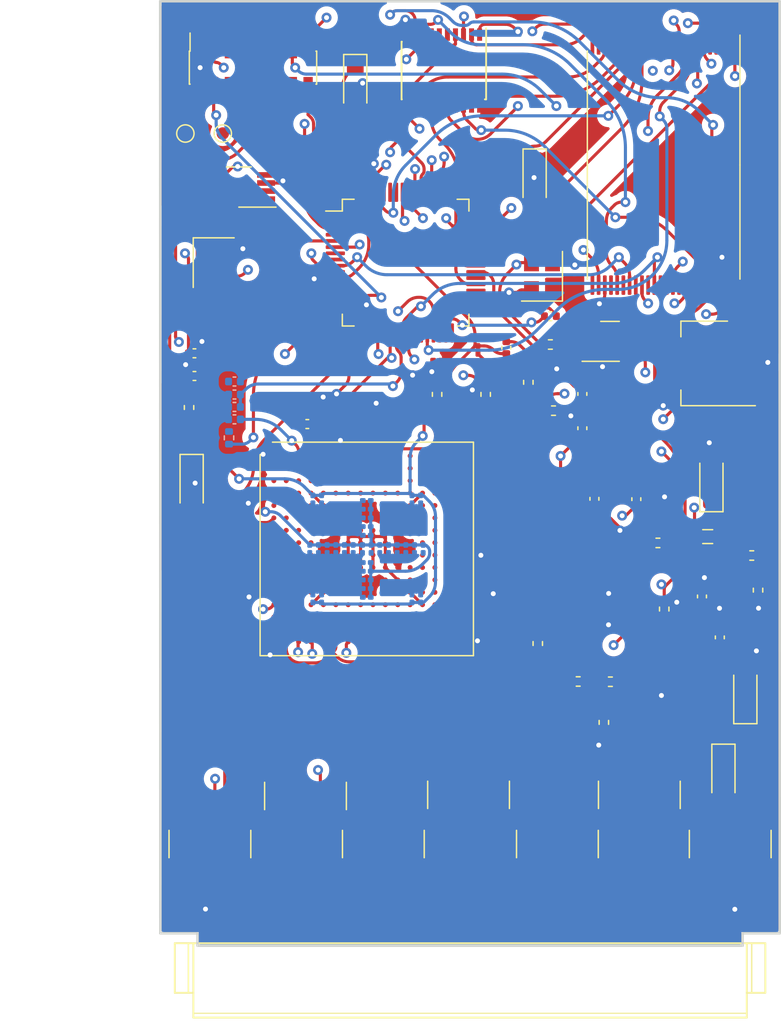
<source format=kicad_pcb>
(kicad_pcb (version 20221018) (generator pcbnew)
  (layers (0 "F.Cu" signal) (1 "In1.Cu" signal) (2 "In2.Cu" signal) (31 "B.Cu" signal) (34 "B.Paste" user) (35 "F.Paste" user) (36 "B.SilkS" user "B.Silkscreen") (37 "F.SilkS" user "F.Silkscreen") (38 "B.Mask" user) (39 "F.Mask" user) (44 "Edge.Cuts" user))
  (net 0 "")
  (net 1 "+3V3")
  (net 2 "GND")
  (net 3 "VCC")
  (net 4 "Net-(C35-Pad2)")
  (net 5 "uC_CNTRL1")
  (net 6 "+2V5")
  (net 7 "uC_CNTRL4")
  (net 8 "+1V2")
  (net 9 "Net-(C40-Pad1)")
  (net 10 "Net-(U2-CC)")
  (net 11 "40MHz_OSC")
  (net 12 "FPGA_TEST_EDGE4")
  (net 13 "FPGA_TEST_EDGE5")
  (net 14 "FPGA_TEST_EDGE6")
  (net 15 "uC_PROG1")
  (net 16 "Net-(U3-VFB)")
  (net 17 "uC_PROG2")
  (net 18 "uC_PROG4")
  (net 19 "/FPGA_CLK1")
  (net 20 "Net-(U5-VCAP_1)")
  (net 21 "Net-(U5-VCAP_2)")
  (net 22 "D3")
  (net 23 "D4")
  (net 24 "D5")
  (net 25 "D6")
  (net 26 "D7")
  (net 27 "CE1#")
  (net 29 "OE#")
  (net 35 "WE#")
  (net 36 "IREQ#")
  (net 37 "MIVAL")
  (net 38 "MCLKI")
  (net 40 "A7")
  (net 41 "A6")
  (net 42 "A5")
  (net 43 "A4")
  (net 44 "A3")
  (net 45 "A2")
  (net 46 "A1")
  (net 47 "A0")
  (net 48 "D0")
  (net 49 "D1")
  (net 50 "D2")
  (net 52 "Net-(J2-CD1#)")
  (net 53 "MDO3")
  (net 54 "MDO4")
  (net 55 "MDO5")
  (net 56 "MDO6")
  (net 57 "MDO7")
  (net 60 "IORD#")
  (net 61 "IOWR#")
  (net 62 "MISTRT")
  (net 63 "MDI0")
  (net 64 "MDI1")
  (net 65 "MDI2")
  (net 66 "MDI3")
  (net 67 "MDI4")
  (net 68 "MDI5")
  (net 69 "MDI6")
  (net 70 "MDI7")
  (net 71 "MCLKO")
  (net 72 "RESET")
  (net 74 "INPACK#")
  (net 75 "REG#")
  (net 76 "MOVAL")
  (net 77 "MOSTRT")
  (net 78 "MDO0")
  (net 79 "MDO1")
  (net 80 "INOUT_PC_CARD_55")
  (net 81 "MDO2")
  (net 82 "Net-(J2-CD2#)")
  (net 83 "Net-(C73-Pad1)")
  (net 86 "Net-(U3-SW)")
  (net 87 "Net-(U3-IHT)")
  (net 88 "Net-(U3-SHDN{slash}RT)")
  (net 89 "Net-(U4-IO_L31N_4{slash}INIT_B)")
  (net 90 "Net-(U4-PROG_B)")
  (net 91 "INOUT_MOSTRT")
  (net 92 "INOUT_D0")
  (net 93 "INOUT_MDO0")
  (net 94 "INOUT_D1")
  (net 95 "INOUT_MDO1")
  (net 96 "INOUT_D2")
  (net 97 "INOUT_MDO2")
  (net 101 "INOUT_A3")
  (net 102 "INOUT_INPACK#")
  (net 103 "INOUT_A2")
  (net 104 "INOUT_REG#")
  (net 105 "INOUT_A1")
  (net 106 "INOUT_MOVAL")
  (net 107 "INOUT_A0")
  (net 110 "INOUT_MDI6")
  (net 111 "INOUT_A7")
  (net 112 "INOUT_MDI7")
  (net 113 "INOUT_A6")
  (net 114 "INOUT_A5")
  (net 115 "INOUT_RESET")
  (net 116 "INOUT_A4")
  (net 118 "Net-(U4-CCLK)")
  (net 119 "OSC_IN")
  (net 120 "OSC_OUT")
  (net 121 "INOUT_WE#")
  (net 122 "INOUT_MDI2")
  (net 123 "INOUT_IREQ#")
  (net 124 "SERIAL_TX")
  (net 125 "SERIAL_RX")
  (net 126 "FPGA_CNTRL3")
  (net 127 "INOUT_MDI3")
  (net 128 "INOUT_MIVAL")
  (net 129 "FPGA_CNTRL1")
  (net 130 "uC_A19")
  (net 131 "FPGA_CNTRL2")
  (net 132 "INOUT_MDI4")
  (net 133 "INOUT_MCLKI")
  (net 134 "INOUT_MDI5")
  (net 136 "Net-(U2-SET)")
  (net 137 "Net-(U4-IO_L32N_4{slash}GCLK1)")
  (net 138 "INOUT_IOWR#")
  (net 140 "INOUT_MISTRT")
  (net 141 "NRST")
  (net 143 "uC_A16")
  (net 144 "uC_A15")
  (net 145 "uC_A14")
  (net 146 "uC_A13")
  (net 147 "uC_A12")
  (net 148 "uC_A11")
  (net 149 "uC_A10")
  (net 150 "uC_A9")
  (net 151 "INOUT_MDI0")
  (net 153 "uC_A18")
  (net 154 "uC_A8")
  (net 155 "uC_A7")
  (net 156 "uC_A6")
  (net 157 "uC_A5")
  (net 158 "uC_A4")
  (net 159 "uC_A3")
  (net 160 "uC_A2")
  (net 161 "uC_A1")
  (net 162 "uC_CNTRL3")
  (net 163 "uC_CNTRL2")
  (net 164 "uC_AD0")
  (net 165 "INOUT_MDI1")
  (net 166 "uC_AD1")
  (net 168 "uC_AD2")
  (net 170 "uC_AD3")
  (net 172 "uC_AD4")
  (net 174 "uC_AD5")
  (net 175 "INOUT_MDO6")
  (net 176 "uC_AD6")
  (net 177 "INOUT_CE1#")
  (net 178 "uC_AD7")
  (net 179 "uC_A0")
  (net 180 "uC_A17")
  (net 181 "INOUT_MDO7")
  (net 182 "INOUT_MCLKO")
  (net 184 "INOUT_OE#")
  (net 186 "FPGA_TEST_EDGE1")
  (net 187 "INOUT_IORD#")
  (net 190 "INOUT_D3")
  (net 191 "INOUT_MDO3")
  (net 192 "INOUT_D5")
  (net 193 "INOUT_MDO4")
  (net 194 "INOUT_D6")
  (net 195 "INOUT_MDO5")
  (net 196 "INOUT_D7")
  (net 197 "FPGA_TEST_EDGE3")
  (net 202 "FPGA_TEST_EDGE2")
  (footprint "Resistor_SMD:R_0201_0603Metric" (layer "F.Cu") (at 46.657 59.7 180)
    (fp_text reference "R13" hide)
    (fp_text value "0" hide)
  )
  (footprint "Capacitor_SMD:C_0201_0603Metric" (layer "F.Cu") (at 32.362 38.978 180)
    (property "Reference" "C24")
    (property "Value" "C-OPEN")
    (fp_text reference "C30" hide)
    (fp_text value "100nF" hide)
  )
  (footprint "Capacitor_SMD:C_0201_0603Metric" (layer "F.Cu") (at 49.98 46.912 90)
    (property "Reference" "C24")
    (property "Value" "C-OPEN")
    (fp_text reference "C74" hide)
    (fp_text value "100nF" hide)
  )
  (footprint "Resistor_SMD:R_0402_1005Metric" (layer "F.Cu") (at 48.727 59.69 180)
    (fp_text reference "R5" hide)
    (fp_text value "4.7K" hide)
  )
  (footprint "Capacitor_Tantalum_SMD:CP_EIA-3216-18_Kemet-A" (layer "F.Cu") (at 30.734 11.43 -90)
    (fp_text reference "C58" hide)
    (fp_text value "10uF" hide)
  )
  (footprint "Package_SO:VSSOP-8_3.0x3.0mm_P0.65mm" (layer "F.Cu") (at 21.336 19.812 180)
    (fp_text reference "U2" hide)
    (fp_text value "LP3982IMM-ADJ" hide)
  )
  (footprint "PC_Card:IC9_Series" (layer "F.Cu") (at 40 80.8 180)
    (fp_text reference "J2" hide)
    (fp_text value "9-68RD-0.635SF" hide)
  )
  (footprint "Capacitor_SMD:C_0402_1005Metric" (layer "F.Cu") (at 46.482 30.226)
    (property "Reference" "C24")
    (property "Value" "C-OPEN")
    (fp_text reference "C69" hide)
    (fp_text value "2u2" hide)
  )
  (footprint "Capacitor_SMD:C_0201_0603Metric" (layer "F.Cu") (at 39.182 36.536 -90)
    (fp_text reference "C35" hide)
    (fp_text value "1nF" hide)
  )
  (footprint "Capacitor_SMD:C_0402_1005Metric" (layer "F.Cu") (at 53.4205 44.984 90)
    (property "Reference" "C24")
    (property "Value" "C-OPEN")
    (fp_text reference "C70" hide)
    (fp_text value "2u2" hide)
  )
  (footprint "Capacitor_Tantalum_SMD:CP_EIA-3216-18_Kemet-A" (layer "F.Cu") (at 60.452 67.056 -90)
    (fp_text reference "C55" hide)
    (fp_text value "10uF" hide)
  )
  (footprint "Resistor_SMD:R_0402_1005Metric" (layer "F.Cu") (at 55.6725 53.848 90)
    (fp_text reference "R11" hide)
    (fp_text value "100K" hide)
  )
  (footprint "Capacitor_Tantalum_SMD:CP_EIA-3216-18_Kemet-A" (layer "F.Cu") (at 62.22 60.786 90)
    (fp_text reference "C39" hide)
    (fp_text value "10uF" hide)
  )
  (footprint "Capacitor_SMD:C_0201_0603Metric" (layer "F.Cu") (at 29.152 38.998)
    (property "Reference" "C24")
    (property "Value" "C-OPEN")
    (fp_text reference "C29" hide)
    (fp_text value "100nF" hide)
  )
  (footprint "Capacitor_SMD:C_0201_0603Metric" (layer "F.Cu") (at 51.7045 51.326 180)
    (property "Reference" "C24")
    (property "Value" "C-OPEN")
    (fp_text reference "C67" hide)
    (fp_text value "100nF" hide)
  )
  (footprint "Capacitor_SMD:C_0201_0603Metric" (layer "F.Cu") (at 40.64 32.948 -90)
    (fp_text reference "C54" hide)
    (fp_text value "22pF" hide)
  )
  (footprint "Resistor_SMD:R_Cat16-8" (layer "F.Cu") (at 26.7151 68.9234 -90)
    (fp_text reference "RN5" hide)
    (fp_text value "8 x 180R" hide)
  )
  (footprint "Capacitor_SMD:C_0201_0603Metric" (layer "F.Cu") (at 44.867 59.69 180)
    (property "Reference" "C24")
    (property "Value" "C-OPEN")
    (fp_text reference "C32" hide)
    (fp_text value "100nF" hide)
  )
  (footprint "Package_SO:SSOP-20_4.4x6.5mm_P0.65mm" (layer "F.Cu") (at 37.846 10.414 -90)
    (fp_text reference "U7" hide)
    (fp_text value "TC74LCX373FT" hide)
  )
  (footprint "Capacitor_SMD:C_0201_0603Metric" (layer "F.Cu") (at 53.0705 43.564)
    (property "Reference" "C24")
    (property "Value" "C-OPEN")
    (fp_text reference "C65" hide)
    (fp_text value "100nF" hide)
  )
  (footprint "Capacitor_SMD:C_0201_0603Metric" (layer "F.Cu") (at 37.338 33.782 180)
    (property "Reference" "C24")
    (property "Value" "C-OPEN")
    (fp_text reference "C63" hide)
    (fp_text value "100nF" hide)
  )
  (footprint "Capacitor_SMD:C_0201_0603Metric" (layer "F.Cu") (at 50.8 36.703 -90)
    (property "Reference" "C24")
    (property "Value" "C-OPEN")
    (fp_text reference "C68" hide)
    (fp_text value "100nF" hide)
  )
  (footprint "Capacitor_SMD:C_0402_1005Metric" (layer "F.Cu") (at 42.926 32.766 -90)
    (fp_text reference "C60" hide)
    (fp_text value "4.7uF" hide)
  )
  (footprint "Package_TO_SOT_SMD:SOT-223-3_TabPin2" (layer "F.Cu") (at 58.928 34.036 180)
    (fp_text reference "U1" hide)
    (fp_text value "LT1963AxST-3.3" hide)
  )
  (footprint "Resistor_SMD:R_0402_1005Metric" (layer "F.Cu") (at 45.466 56.628 -90)
    (fp_text reference "R9" hide)
    (fp_text value "56" hide)
  )
  (footprint "Capacitor_SMD:C_0201_0603Metric" (layer "F.Cu") (at 52.6245 54.701 -90)
    (fp_text reference "C52" hide)
    (fp_text value "100nF" hide)
  )
  (footprint "Resistor_SMD:R_0402_1005Metric" (layer "F.Cu") (at 50.8 62.99 -90)
    (fp_text reference "R15" hide)
    (fp_text value "0" hide)
  )
  (footprint "TestPoint:TestPoint_Pad_D1.0mm" (layer "F.Cu") (at 20.0406 15.494 90)
    (fp_text reference "TP1" hide)
    (fp_text value "TestPoint_Small" hide)
  )
  (footprint "Resistor_SMD:R_Cat16-8" (layer "F.Cu") (at 33 72.8 -90)
    (fp_text reference "RN2" hide)
    (fp_text value "8 x 180R" hide)
  )
  (footprint "Resistor_SMD:R_0402_1005Metric" (layer "F.Cu") (at 51.327 59.71)
    (fp_text reference "R4" hide)
    (fp_text value "330" hide)
  )
  (footprint "Resistor_SMD:R_0201_0603Metric" (layer "F.Cu") (at 30.226 34.29 90)
    (fp_text reference "R16" hide)
    (fp_text value "0" hide)
  )
  (footprint "Package_DFN_QFN:DFN-10-1EP_3x3mm_P0.5mm_EP1.7x2.5mm" (layer "F.Cu") (at 50.546 32.258)
    (fp_text reference "U3" hide)
    (fp_text value "LTC3411EMS" hide)
  )
  (footprint "Resistor_SMD:R_0402_1005Metric" (layer "F.Cu") (at 17.316 37.592 -90)
    (fp_text reference "R14" hide)
    (fp_text value "10K" hide)
  )
  (footprint "Resistor_SMD:R_0402_1005Metric" (layer "F.Cu") (at 37.338 36.536 -90)
    (fp_text reference "R3" hide)
    (fp_text value "220K" hide)
  )
  (footprint "Resistor_SMD:R_Cat16-8" (layer "F.Cu") (at 47.0493 72.8 -90)
    (fp_text reference "RN3" hide)
    (fp_text value "8 x 180R" hide)
  )
  (footprint "Capacitor_SMD:C_0201_0603Metric" (layer "F.Cu") (at 50.8 38.953 90)
    (property "Reference" "C24")
    (property "Value" "C-OPEN")
    (fp_text reference "C64" hide)
    (fp_text value "100nF" hide)
  )
  (footprint "Capacitor_SMD:C_0402_1005Metric" (layer "F.Cu") (at 58.7205 52.832 -90)
    (fp_text reference "C57" hide)
    (fp_text value "4.7uF" hide)
  )
  (footprint "Resistor_SMD:R_Cat16-8" (layer "F.Cu") (at 61 72.8 -90)
    (fp_text reference "RN4" hide)
    (fp_text value "8 x 180R" hide)
  )
  (footprint "Capacitor_SMD:C_0201_0603Metric" (layer "F.Cu") (at 35.306 36.396 -90)
    (fp_text reference "C56" hide)
    (fp_text value "100nF" hide)
  )
  (footprint "Capacitor_SMD:C_0201_0603Metric" (layer "F.Cu") (at 63.246 55.626 90)
    (property "Reference" "C24")
    (property "Value" "C-OPEN")
    (fp_text reference "C71" hide)
    (fp_text value "100nF" hide)
  )
  (footprint "Capacitor_Tantalum_SMD:CP_EIA-3216-18_Kemet-A" (layer "F.Cu") (at 59.4825 43.688 90)
    (fp_text reference "C33" hide)
    (fp_text value "10uF" hide)
  )
  (footprint "Capacitor_SMD:C_0201_0603Metric" (layer "F.Cu") (at 55.1645 59.019 90)
    (fp_text reference "C36" hide)
    (fp_text value "100nF" hide)
  )
  (footprint "Capacitor_SMD:C_0201_0603Metric" (layer "F.Cu") (at 21.18 51.793 -90)
    (property "Reference" "C24")
    (property "Value" "C-OPEN")
    (fp_text reference "C31" hide)
    (fp_text value "100nF" hide)
  )
  (footprint "Capacitor_SMD:C_0402_1005Metric" (layer "F.Cu") (at 17.752 33.22)
    (property "Reference" "C24")
    (property "Value" "C-OPEN")
    (fp_text reference "C40" hide)
    (fp_text value "15p" hide)
  )
  (footprint "Capacitor_SMD:C_0201_0603Metric" (layer "F.Cu") (at 41.672 46.578 -90)
    (property "Reference" "C24")
    (property "Value" "C-OPEN")
    (fp_text reference "C28" hide)
    (fp_text value "100nF" hide)
  )
  (footprint "Connector_PinSocket_1.27mm:PinSocket_2x08_P1.27mm_Vertical_SMD" (layer "F.Cu") (at 22.479 10.182 90)
    (fp_text reference "J1" hide)
    (fp_text value "MEC1-108-01-S-D-RA1-SL" hide)
  )
  (footprint "Capacitor_SMD:C_0402_1005Metric" (layer "F.Cu") (at 50.038 44.958 -90)
    (fp_text reference "C62" hide)
    (fp_text value "C-OPEN" hide)
  )
  (footprint "Resistor_SMD:R_0402_1005Metric" (layer "F.Cu") (at 44.704 35.56 -90)
    (fp_text reference "R7" hide)
    (fp_text value "49.9K" hide)
  )
  (footprint "Resistor_SMD:R_Cat16-8" (layer "F.Cu") (at 19 72.8 -90)
    (fp_text reference "RN1" hide)
    (fp_text value "8 x 180R" hide)
  )
  (footprint "Capacitor_SMD:C_0402_1005Metric" (layer "F.Cu") (at 49.064 39.265 90)
    (property "Reference" "C24")
    (property "Value" "C-OPEN")
    (fp_text reference "C73" hide)
    (fp_text value "12p" hide)
  )
  (footprint "Resistor_SMD:R_Cat16-8" (layer "F.Cu") (at 39.878 68.834 -90)
    (fp_text reference "RN6" hide)
    (fp_text value "8 x 180R" hide)
  )
  (footprint "Package_SO:TSOP-I-48_18.4x12mm_P0.5mm" (layer "F.Cu") (at 55.626 18.034 -90)
    (fp_text reference "U6" hide)
    (fp_text value "AM29LV320DT90EC" hide)
  )
  (footprint "Resistor_SMD:R_Cat16-8" (layer "F.Cu") (at 53.664 68.836 -90)
    (fp_text reference "RN7" hide)
    (fp_text value "8 x 180R" hide)
  )
  (footprint "Package_BGA:Xilinx_FTG256" (layer "F.Cu") (at 31.662 48.998)
    (property "Reference" "U")
    (property "Value" "XC3S400-4FT256C")
    (fp_text reference "U4" hide)
    (fp_text value "XC3S400-4FT256C" hide)
  )
  (footprint "Capacitor_SMD:C_0201_0603Metric" (layer "F.Cu") (at 21.688 46.55 90)
    (property "Reference" "C24")
    (property "Value" "C-OPEN")
    (fp_text reference "C27" hide)
    (fp_text value "100nF" hide)
  )
  (footprint "TestPoint:TestPoint_Pad_D1.0mm" (layer "F.Cu") (at 17.018 15.494)
    (fp_text reference "TP2" hide)
    (fp_text value "TestPoint_Small" hide)
  )
  (footprint "Resistor_SMD:R_0402_1005Metric" (layer "F.Cu") (at 46.736 37.846 180)
    (fp_text reference "R6" hide)
    (fp_text value "100K" hide)
  )
  (footprint "Package_QFP:LQFP-64_10x10mm_P0.5mm" (layer "F.Cu") (at 34.798 25.908)
    (fp_text reference "U5" hide)
    (fp_text value "STM32F415RGTx" hide)
  )
  (footprint "Capacitor_SMD:C_0201_0603Metric" (layer "F.Cu") (at 53.607 59.818 -90)
    (property "Reference" "C24")
    (property "Value" "C-OPEN")
    (fp_text reference "C25" hide)
    (fp_text value "100nF" hide)
  )
  (footprint "Crystal:Crystal_SMD_3225-4Pin_3.2x2.5mm" (layer "F.Cu") (at 19.304 25.908 -90)
    (fp_text reference "Y2" hide)
    (fp_text value "16mHz" hide)
  )
  (footprint "Capacitor_Tantalum_SMD:CP_EIA-3216-18_Kemet-A" (layer "F.Cu") (at 45.212 19.05 -90)
    (fp_text reference "C53" hide)
    (fp_text value "10uF" hide)
  )
  (footprint "Resistor_SMD:R_0402_1005Metric" (layer "F.Cu") (at 55.1645 48.514 180)
    (fp_text reference "R17" hide)
    (fp_text value "47" hide)
  )
  (footprint "Resistor_SMD:R_0402_1005Metric" (layer "F.Cu") (at 63.246 52.324 90)
    (fp_text reference "R12" hide)
    (fp_text value "R-OPEN" hide)
  )
  (footprint "Capacitor_SMD:C_0402_1005Metric" (layer "F.Cu") (at 26.862 38.928 180)
    (fp_text reference "C49" hide)
    (fp_text value "C-OPEN" hide)
  )
  (footprint "Capacitor_SMD:C_0201_0603Metric" (layer "F.Cu") (at 51.054 46.802 90)
    (property "Reference" "C24")
    (property "Value" "C-OPEN")
    (fp_text reference "C66" hide)
    (fp_text value "100nF" hide)
  )
  (footprint "Inductor_SMD:L_0805_2012Metric" (layer "F.Cu") (at 59.182 48.006 180)
    (fp_text reference "L1" hide)
    (fp_text value "1.5uH" hide)
  )
  (footprint "Resistor_SMD:R_0402_1005Metric" (layer "F.Cu") (at 46.482 32.512 180)
    (fp_text reference "R2" hide)
    (fp_text value "47" hide)
  )
  (footprint "Resistor_SMD:R_0402_1005Metric" (layer "F.Cu") (at 62.738 49.53)
    (fp_text reference "R10" hide)
    (fp_text value "100K" hide)
  )
  (footprint "Capacitor_SMD:C_0402_1005Metric" (layer "F.Cu") (at 49.064 36.499 90)
    (property "Reference" "C24")
    (property "Value" "C-OPEN")
    (fp_text reference "C72" hide)
    (fp_text value "12p" hide)
  )
  (footprint "Resistor_SMD:R_0402_1005Metric" (layer "F.Cu") (at 41.2605 36.536 -90)
    (fp_text reference "R1" hide)
    (fp_text value "13K" hide)
  )
  (footprint "Capacitor_SMD:C_0201_0603Metric" (layer "F.Cu") (at 41.782 51.448 -90)
    (property "Reference" "C24")
    (property "Value" "C-OPEN")
    (fp_text reference "C26" hide)
    (fp_text value "100nF" hide)
  )
  (footprint "Crystal:Crystal_SMD_3225-4Pin_3.2x2.5mm" (layer "F.Cu") (at 45.808 27.008 90)
    (fp_text reference "Y1" hide)
    (fp_text value "40mHZ" hide)
  )
  (footprint "Capacitor_Tantalum_SMD:CP_EIA-3216-18_Kemet-A" (layer "F.Cu") (at 17.526 43.688 -90)
    (fp_text reference "C59" hide)
    (fp_text value "10uF" hide)
  )
  (footprint "Capacitor_SMD:C_0402_1005Metric" (layer "F.Cu") (at 60.1605 56.134 -90)
    (fp_text reference "C37" hide)
    (fp_text value "4.7uF" hide)
  )
  (footprint "Capacitor_SMD:C_0402_1005Metric" (layer "F.Cu") (at 17.752 35.052 180)
    (property "Reference" "C24")
    (property "Value" "C-OPEN")
    (fp_text reference "C34" hide)
    (fp_text value "15p" hide)
  )
  (footprint "Capacitor_SMD:C_0201_0603Metric" (layer "B.Cu") (at 31.662 46.498 180)
    (property "Reference" "C24")
    (property "Value" "C-OPEN")
    (fp_text reference "C18" hide)
    (fp_text value "100nF" hide)
  )
  (footprint "Capacitor_SMD:C_0201_0603Metric" (layer "B.Cu") (at 31.662 45.798 180)
    (property "Reference" "C24")
    (property "Value" "C-OPEN")
    (fp_text reference "C19" hide)
    (fp_text value "100nF" hide)
  )
  (footprint "Capacitor_SMD:C_0201_0603Metric" (layer "B.Cu") (at 36.012 44.998 -90)
    (property "Reference" "C24")
    (property "Value" "C-OPEN")
    (fp_text reference "C41" hide)
    (fp_text value "100nF" hide)
  )
  (footprint "Capacitor_SMD:C_0402_1005Metric" (layer "B.Cu") (at 20.982 37.548 180)
    (property "Reference" "C24")
    (property "Value" "C-OPEN")
    (fp_text reference "C38" hide)
    (fp_text value "C-OPEN" hide)
  )
  (footprint "Capacitor_SMD:C_0402_1005Metric" (layer "B.Cu") (at 20.982 35.498)
    (fp_text reference "C61" hide)
    (fp_text value "C-OPEN" hide)
  )
  (footprint "Capacitor_SMD:C_0201_0603Metric" (layer "B.Cu") (at 36.012 52.998 90)
    (property "Reference" "C24")
    (property "Value" "C-OPEN")
    (fp_text reference "C44" hide)
    (fp_text value "100nF" hide)
  )
  (footprint "Capacitor_SMD:C_0201_0603Metric" (layer "B.Cu") (at 31.662 45.098 180)
    (property "Reference" "C24")
    (property "Value" "C-OPEN")
    (fp_text reference "C11" hide)
    (fp_text value "100nF" hide)
  )
  (footprint "Capacitor_SMD:C_0201_0603Metric" (layer "B.Cu") (at 32.712 48.998 -90)
    (property "Reference" "C24")
    (property "Value" "C-OPEN")
    (fp_text reference "C17" hide)
    (fp_text value "100nF" hide)
  )
  (footprint "Capacitor_SMD:C_0201_0603Metric" (layer "B.Cu") (at 36.212 48.998 -90)
    (property "Reference" "C24")
    (property "Value" "C-OPEN")
    (fp_text reference "C7" hide)
    (fp_text value "100nF" hide)
  )
  (footprint "Capacitor_SMD:C_0201_0603Metric" (layer "B.Cu") (at 31.662 47.198 180)
    (property "Reference" "C24")
    (property "Value" "C-OPEN")
    (fp_text reference "C6" hide)
    (fp_text value "100nF" hide)
  )
  (footprint "Capacitor_SMD:C_0201_0603Metric" (layer "B.Cu") (at 31.662 50.798 180)
    (property "Reference" "C24")
    (property "Value" "C-OPEN")
    (fp_text reference "C5" hide)
    (fp_text value "100nF" hide)
  )
  (footprint "Capacitor_SMD:C_0201_0603Metric" (layer "B.Cu") (at 35.512 48.998 -90)
    (property "Reference" "C24")
    (property "Value" "C-OPEN")
    (fp_text reference "C15" hide)
    (fp_text value "100nF" hide)
  )
  (footprint "Capacitor_SMD:C_0201_0603Metric" (layer "B.Cu") (at 27.762 48.998 -90)
    (property "Reference" "C24")
    (property "Value" "C-OPEN")
    (fp_text reference "C9" hide)
    (fp_text value "100nF" hide)
  )
  (footprint "Capacitor_SMD:C_0402_1005Metric" (layer "B.Cu") (at 20.982 38.548)
    (fp_text reference "C50" hide)
    (fp_text value "C-OPEN" hide)
  )
  (footprint "Capacitor_SMD:C_0201_0603Metric" (layer "B.Cu") (at 34.812 48.998 -90)
    (property "Reference" "C24")
    (property "Value" "C-OPEN")
    (fp_text reference "C16" hide)
    (fp_text value "100nF" hide)
  )
  (footprint "Capacitor_SMD:C_0201_0603Metric" (layer "B.Cu") (at 28.012 52.998 90)
    (property "Reference" "C24")
    (property "Value" "C-OPEN")
    (fp_text reference "C48" hide)
    (fp_text value "100nF" hide)
  )
  (footprint "Capacitor_SMD:C_0201_0603Metric" (layer "B.Cu") (at 31.662 52.198 180)
    (property "Reference" "C24")
    (property "Value" "C-OPEN")
    (fp_text reference "C23" hide)
    (fp_text value "100nF" hide)
  )
  (footprint "Capacitor_SMD:C_0201_0603Metric" (layer "B.Cu") (at 30.562 48.998 -90)
    (property "Reference" "C24")
    (property "Value" "C-OPEN")
    (fp_text reference "C22" hide)
    (fp_text value "100nF" hide)
  )
  (footprint "Capacitor_SMD:C_0201_0603Metric" (layer "B.Cu") (at 27.062 48.998 -90)
    (property "Reference" "C24")
    (property "Value" "C-OPEN")
    (fp_text reference "C10" hide)
    (fp_text value "100nF" hide)
  )
  (footprint "Capacitor_SMD:C_0201_0603Metric" (layer "B.Cu") (at 27.312 44.998 -90)
    (property "Reference" "C24")
    (property "Value" "C-OPEN")
    (fp_text reference "C46" hide)
    (fp_text value "100nF" hide)
  )
  (footprint "Capacitor_SMD:C_0201_0603Metric" (layer "B.Cu") (at 31.662 47.898 180)
    (property "Reference" "C24")
    (property "Value" "C-OPEN")
    (fp_text reference "C2" hide)
    (fp_text value "100nF" hide)
  )
  (footprint "Capacitor_SMD:C_0201_0603Metric" (layer "B.Cu") (at 31.662 52.898 180)
    (property "Reference" "C24")
    (property "Value" "C-OPEN")
    (fp_text reference "C3" hide)
    (fp_text value "100nF" hide)
  )
  (footprint "Capacitor_SMD:C_0201_0603Metric" (layer "B.Cu") (at 32.012 48.998 -90)
    (property "Reference" "C24")
    (property "Value" "C-OPEN")
    (fp_text reference "C13" hide)
    (fp_text value "100nF" hide)
  )
  (footprint "Capacitor_SMD:C_0201_0603Metric" (layer "B.Cu") (at 33.412 48.998 -90)
    (property "Reference" "C24")
    (property "Value" "C-OPEN")
    (fp_text reference "C14" hide)
    (fp_text value "100nF" hide)
  )
  (footprint "Resistor_SMD:R_0402_1005Metric" (layer "B.Cu") (at 20.542 40.038 90)
    (property "Reference" "R22")
    (property "Value" "56")
    (fp_text reference "R8" hide)
    (fp_text value "56" hide)
  )
  (footprint "Capacitor_SMD:C_0201_0603Metric" (layer "B.Cu") (at 31.662 51.498 180)
    (property "Reference" "C24")
    (property "Value" "C-OPEN")
    (fp_text reference "C1" hide)
    (fp_text value "100nF" hide)
  )
  (footprint "Capacitor_SMD:C_0201_0603Metric" (layer "B.Cu") (at 29.162 48.998 -90)
    (property "Reference" "C24")
    (property "Value" "C-OPEN")
    (fp_text reference "C12" hide)
    (fp_text value "100nF" hide)
  )
  (footprint "Capacitor_SMD:C_0201_0603Metric" (layer "B.Cu") (at 35.312 44.998 -90)
    (property "Reference" "C24")
    (property "Value" "C-OPEN")
    (fp_text reference "C43" hide)
    (fp_text value "100nF" hide)
  )
  (footprint "Capacitor_SMD:C_0402_1005Metric" (layer "B.Cu") (at 20.982 36.548)
    (fp_text reference "C51" hide)
    (fp_text value "C-OPEN" hide)
  )
  (footprint "Capacitor_SMD:C_0201_0603Metric" (layer "B.Cu") (at 34.112 48.998 -90)
    (property "Reference" "C24")
    (property "Value" "C-OPEN")
    (fp_text reference "C24" hide)
    (fp_text value "100nF" hide)
  )
  (footprint "Capacitor_SMD:C_0201_0603Metric" (layer "B.Cu") (at 29.862 48.998 -90)
    (property "Reference" "C24")
    (property "Value" "C-OPEN")
    (fp_text reference "C8" hide)
    (fp_text value "100nF" hide)
  )
  (footprint "Capacitor_SMD:C_0201_0603Metric" (layer "B.Cu") (at 28.462 48.998 -90)
    (property "Reference" "C24")
    (property "Value" "C-OPEN")
    (fp_text reference "C4" hide)
    (fp_text value "100nF" hide)
  )
  (footprint "Capacitor_SMD:C_0201_0603Metric" (layer "B.Cu") (at 35.312 52.998 90)
    (property "Reference" "C24")
    (property "Value" "C-OPEN")
    (fp_text reference "C45" hide)
    (fp_text value "100nF" hide)
  )
  (footprint "Capacitor_SMD:C_0201_0603Metric" (layer "B.Cu") (at 27.312 52.998 90)
    (property "Reference" "C24")
    (property "Value" "C-OPEN")
    (fp_text reference "C42" hide)
    (fp_text value "100nF" hide)
  )
  (footprint "Capacitor_SMD:C_0201_0603Metric" (layer "B.Cu") (at 28.012 44.998 -90)
    (property "Reference" "C24")
    (property "Value" "C-OPEN")
    (fp_text reference "C47" hide)
    (fp_text value "100nF" hide)
  )
  (footprint "Capacitor_SMD:C_0201_0603Metric" (layer "B.Cu") (at 31.662 50.098 180)
    (property "Reference" "C24")
    (property "Value" "C-OPEN")
    (fp_text reference "C21" hide)
    (fp_text value "100nF" hide)
  )
  (footprint "Capacitor_SMD:C_0201_0603Metric" (layer "B.Cu") (at 31.312 48.998 -90)
    (property "Reference" "C24")
    (property "Value" "C-OPEN")
    (fp_text reference "C20" hide)
    (fp_text value "100nF" hide)
  )
  (gr_line (start 65 80) (end 62 80) (stroke (width 0.2)) (layer "Edge.Cuts"))
  (gr_line (start 18 80) (end 15 80) (stroke (width 0.2)) (layer "Edge.Cuts"))
  (gr_line (start 62 81) (end 18 81) (stroke (width 0.2)) (layer "Edge.Cuts"))
  (gr_line (start 18 81) (end 18 80) (stroke (width 0.2)) (layer "Edge.Cuts"))
  (gr_line (start 15 80) (end 14.986 4.826) (stroke (width 0.2)) (layer "Edge.Cuts"))
  (gr_line (start 64.986 4.826) (end 65 80) (stroke (width 0.2)) (layer "Edge.Cuts"))
  (gr_line (start 14.986 4.826) (end 64.986 4.826) (stroke (width 0.2)) (layer "Edge.Cuts"))
  (gr_line (start 62 80) (end 62 81) (stroke (width 0.2)) (layer "Edge.Cuts"))
  (via (at 23.4666 46.0024) (size 0.8) (drill 0.4) (layers "F.Cu" "B.Cu") (net 1))
  (segment (start 36.259314 48.678) (end 36.32015 48.678) (width 0.25) (layer "B.Cu") (net 1))
  (segment (start 27.062 48.678) (end 27.762 48.678) (width 0.25) (layer "B.Cu") (net 1))
  (segment (start 33.412 48.678) (end 34.112 48.678) (width 0.25) (layer "B.Cu") (net 1))
  (segment (start 36.232277 48.678) (end 36.245795 48.678) (width 0.25) (layer "B.Cu") (net 1))
  (segment (start 32.012 48.678) (end 32.012 47.949213) (width 0.25) (layer "B.Cu") (net 1))
  (segment (start 36.19172 48.678) (end 36.178202 48.678) (width 0.25) (layer "B.Cu") (net 1))
  (segment (start 31.982 45.798) (end 31.982 45.098) (width 0.25) (layer "B.Cu") (net 1))
  (segment (start 36.178202 48.678) (end 36.164683 48.678) (width 0.25) (layer "B.Cu") (net 1))
  (segment (start 31.982 51.498) (end 31.982 52.198) (width 0.25) (layer "B.Cu") (net 1))
  (segment (start 29.862 48.678) (end 30.562 48.678) (width 0.25) (layer "B.Cu") (net 1))
  (segment (start 31.982 47.198) (end 31.982 47.876786) (width 0.25) (layer "B.Cu") (net 1))
  (segment (start 31.982 47.198) (end 31.982 46.498) (width 0.25) (layer "B.Cu") (net 1))
  (segment (start 31.982 52.198) (end 31.982 52.898) (width 0.25) (layer "B.Cu") (net 1))
  (segment (start 32.012 48.678) (end 32.712 48.678) (width 0.25) (layer "B.Cu") (net 1))
  (segment (start 27.762 48.678) (end 28.462 48.678) (width 0.25) (layer "B.Cu") (net 1))
  (segment (start 36.504681 49.887218) (end 36.166599 50.225299) (width 0.25) (layer "B.Cu") (net 1))
  (segment (start 34.112 48.678) (end 34.812 48.678) (width 0.25) (layer "B.Cu") (net 1))
  (segment (start 29.162 48.678) (end 28.462 48.678) (width 0.25) (layer "B.Cu") (net 1))
  (segment (start 27.062 48.678) (end 24.711598 46.327598) (width 0.25) (layer "B.Cu") (net 1))
  (segment (start 36.259314 48.678) (end 36.245795 48.678) (width 0.25) (layer "B.Cu") (net 1))
  (segment (start 29.862 48.678) (end 29.162 48.678) (width 0.25) (layer "B.Cu") (net 1))
  (segment (start 36.205239 48.678) (end 36.19172 48.678) (width 0.25) (layer "B.Cu") (net 1))
  (segment (start 31.312 48.678) (end 30.562 48.678) (width 0.25) (layer "B.Cu") (net 1))
  (segment (start 36.232277 48.678) (end 36.218758 48.678) (width 0.25) (layer "B.Cu") (net 1))
  (segment (start 34.783979 50.798) (end 31.982 50.798) (width 0.25) (layer "B.Cu") (net 1))
  (segment (start 36.504773 48.754473) (end 36.5838 48.8335) (width 0.25) (layer "B.Cu") (net 1))
  (segment (start 34.812 48.678) (end 35.512 48.678) (width 0.25) (layer "B.Cu") (net 1))
  (segment (start 31.982 46.498) (end 31.982 45.798) (width 0.25) (layer "B.Cu") (net 1))
  (segment (start 36.164683 48.678) (end 35.512 48.678) (width 0.25) (layer "B.Cu") (net 1))
  (segment (start 36.218758 48.678) (end 36.205239 48.678) (width 0.25) (layer "B.Cu") (net 1))
  (segment (start 23.9265 46.0024) (end 23.4666 46.0024) (width 0.25) (layer "B.Cu") (net 1))
  (segment (start 31.982 51.498) (end 31.982 50.798) (width 0.25) (layer "B.Cu") (net 1))
  (segment (start 36.7393 49.3208) (end 36.7393 49.20891) (width 0.25) (layer "B.Cu") (net 1))
  (segment (start 32.712 48.678) (end 33.412 48.678) (width 0.25) (layer "B.Cu") (net 1))
  (segment (start 31.982 50.798) (end 31.982 50.098) (width 0.25) (layer "B.Cu") (net 1))
  (segment (start 31.312 48.678) (end 32.012 48.678) (width 0.25) (layer "B.Cu") (net 1))
  (arc (start 23.9265 46.0024) (mid 24.351392 46.086916) (end 24.711598 46.327598) (width 0.25) (layer "B.Cu") (net 1))
  (arc (start 36.504773 48.754473) (mid 36.420067 48.697874) (end 36.32015 48.678) (width 0.25) (layer "B.Cu") (net 1))
  (arc (start 36.7393 49.20891) (mid 36.698886 49.005739) (end 36.5838 48.8335) (width 0.25) (layer "B.Cu") (net 1))
  (arc (start 32.012 47.949213) (mid 32.008101 47.929614) (end 31.997 47.913) (width 0.25) (layer "B.Cu") (net 1))
  (arc (start 36.7393 49.3208) (mid 36.678324 49.627343) (end 36.504681 49.887218) (width 0.25) (layer "B.Cu") (net 1))
  (arc (start 34.783979 50.798) (mid 35.532248 50.649159) (end 36.166599 50.225299) (width 0.25) (layer "B.Cu") (net 1))
  (arc (start 31.982 47.876786) (mid 31.985898 47.896385) (end 31.997 47.913) (width 0.25) (layer "B.Cu") (net 1))
  (segment (start 22.1572 52.8712) (end 22.0477 52.8712) (width 0.25) (layer "F.Cu") (net 2))
  (segment (start 33.07357 47.948478) (end 33.05645 47.984759) (width 0.25) (layer "F.Cu") (net 2))
  (segment (start 33.129801 47.892733) (end 33.152287 47.845336) (width 0.25) (layer "F.Cu") (net 2))
  (segment (start 31.147538 48.165662) (end 31.171606 48.175076) (width 0.25) (layer "F.Cu") (net 2))
  (segment (start 44.757595 28.138423) (end 44.752843 28.150292) (width 0.25) (layer "F.Cu") (net 2))
  (segment (start 50.043961 46.472309) (end 50.047507 46.476305) (width 0.25) (layer "F.Cu") (net 2))
  (segment (start 50.546 33.674966) (end 50.546 33.736438) (width 0.25) (layer "F.Cu") (net 2))
  (segment (start 50.530975 33.65974) (end 50.546 33.647307) (width 0.25) (layer "F.Cu") (net 2))
  (segment (start 30.1811 47.836242) (end 30.162 47.824127) (width 0.25) (layer "F.Cu") (net 2))
  (segment (start 30.162 48.068147) (end 30.162 48.134431) (width 0.25) (layer "F.Cu") (net 2))
  (segment (start 31.93659 47.998) (end 31.994335 47.983538) (width 0.25) (layer "F.Cu") (net 2))
  (segment (start 50.020529 46.499468) (end 50.025705 46.492413) (width 0.25) (layer "F.Cu") (net 2))
  (segment (start 20.668041 24.821957) (end 20.660355 24.834076) (width 0.25) (layer "F.Cu") (net 2))
  (segment (start 63.246 53.713427) (end 63.246 52.834) (width 0.25) (layer "F.Cu") (net 2))
  (segment (start 30.281908 48.028413) (end 30.327056 48.010394) (width 0.25) (layer "F.Cu") (net 2))
  (segment (start 33.162 47.498) (end 34.162 46.498) (width 0.25) (layer "F.Cu") (net 2))
  (segment (start 51.3845 52.251904) (end 51.3845 51.326) (width 0.25) (layer "F.Cu") (net 2))
  (segment (start 44.026574 32.573474) (end 45.550693 34.097593) (width 0.25) (layer "F.Cu") (net 2))
  (segment (start 50.530975 33.65974) (end 50.511762 33.659312) (width 0.25) (layer "F.Cu") (net 2))
  (segment (start 32.294094 47.969759) (end 32.339076 47.988392) (width 0.25) (layer "F.Cu") (net 2))
  (segment (start 30.294134 47.971382) (end 30.270895 47.981717) (width 0.25) (layer "F.Cu") (net 2))
  (segment (start 30.162 47.498) (end 30.162 47.770973) (width 0.25) (layer "F.Cu") (net 2))
  (segment (start 20.465729 24.808) (end 20.154 24.808) (width 0.25) (layer "F.Cu") (net 2))
  (segment (start 30.197509 47.90412) (end 30.177583 47.903676) (width 0.25) (layer "F.Cu") (net 2))
  (segment (start 17.526 44.166148) (end 17.526 45.038) (width 0.25) (layer "F.Cu") (net 2))
  (segment (start 44.733326 28.147362) (end 44.728809 28.154314) (width 0.25) (layer "F.Cu") (net 2))
  (segment (start 37.034642 34.715919) (end 37.029027 34.714354) (width 0.25) (layer "F.Cu") (net 2))
  (segment (start 49.614068 33.5688) (end 50.334507 33.5688) (width 0.25) (layer "F.Cu") (net 2))
  (segment (start 50.039693 46.463834) (end 50.037501 46.462633) (width 0.25) (layer "F.Cu") (net 2))
  (segment (start 50.546 33.647307) (end 50.546 33.674966) (width 0.25) (layer "F.Cu") (net 2))
  (segment (start 29.472 40.136345) (end 29.472 38.998) (width 0.25) (layer "F.Cu") (net 2))
  (segment (start 50.020529 46.499468) (end 49.998384 46.521615) (width 0.25) (layer "F.Cu") (net 2))
  (segment (start 33.162 47.95443) (end 33.148325 47.928346) (width 0.25) (layer "F.Cu") (net 2))
  (segment (start 18.3566 32.2657) (end 18.2943 32.328) (width 0.25) (layer "F.Cu") (net 2))
  (segment (start 50.054291 46.482845) (end 50.055733 46.480914) (width 0.25) (layer "F.Cu") (net 2))
  (segment (start 50.6192 34.2276) (end 50.6924 34.3008) (width 0.25) (layer "F.Cu") (net 2))
  (segment (start 30.162 47.824127) (end 30.162 47.887885) (width 0.25) (layer "F.Cu") (net 2))
  (segment (start 32.056855 47.981735) (end 32.054876 48.01489) (width 0.25) (layer "F.Cu") (net 2))
  (segment (start 51.106171 46.482) (end 51.17325 46.482) (width 0.25) (layer "F.Cu") (net 2))
  (segment (start 47.90135 38.2677) (end 48.135 38.2677) (width 0.25) (layer "F.Cu") (net 2))
  (segment (start 24.253575 41.589575) (end 24.270225 41.606225) (width 0.25) (layer "F.Cu") (net 2))
  (segment (start 32.029904 48.026239) (end 31.984921 48.007607) (width 0.25) (layer "F.Cu") (net 2))
  (segment (start 37.031293 34.709744) (end 37.034642 34.715919) (width 0.25) (layer "F.Cu") (net 2))
  (segment (start 24.190432 56.469564) (end 24.171476 56.488521) (width 0.25) (layer "F.Cu") (net 2))
  (segment (start 33.05645 47.984759) (end 33.053102 48.014281) (width 0.25) (layer "F.Cu") (net 2))
  (segment (start 25.162 55.498) (end 26.162 54.498) (width 0.25) (layer "F.Cu") (net 2))
  (segment (start 44.747372 28.144189) (end 44.757595 28.138423) (width 0.25) (layer "F.Cu") (net 2))
  (segment (start 50.418599 33.594462) (end 50.377614 33.577412) (width 0.25) (layer "F.Cu") (net 2))
  (segment (start 32.996941 47.985604) (end 32.987354 48.006932) (width 0.25) (layer "F.Cu") (net 2))
  (segment (start 20.68995 24.808) (end 20.763236 24.808) (width 0.25) (layer "F.Cu") (net 2))
  (segment (start 30.162 48.068147) (end 30.162 48.041568) (width 0.25) (layer "F.Cu") (net 2))
  (segment (start 24.114608 56.545389) (end 24.095651 56.564346) (width 0.25) (layer "F.Cu") (net 2))
  (segment (start 20.465729 24.808) (end 20.492043 24.808) (width 0.25) (layer "F.Cu") (net 2))
  (segment (start 50.546 32.734758) (end 50.546 33.380289) (width 0.25) (layer "F.Cu") (net 2))
  (segment (start 32.104287 48.086734) (end 32.145734 48.103142) (width 0.25) (layer "F.Cu") (net 2))
  (segment (start 44.792215 28.114406) (end 44.79613 28.108) (width 0.25) (layer "F.Cu") (net 2))
  (segment (start 31.171606 48.175076) (end 31.190238 48.130093) (width 0.25) (layer "F.Cu") (net 2))
  (segment (start 50.043961 46.472309) (end 50.040579 46.470909) (width 0.25) (layer "F.Cu") (net 2))
  (segment (start 35.333 35.0108) (end 35.36 34.9838) (width 0.25) (layer "F.Cu") (net 2))
  (segment (start 51.076358 46.482) (end 51.061452 46.482) (width 0.25) (layer "F.Cu") (net 2))
  (segment (start 37.024598 34.716292) (end 37.023285 34.719814) (width 0.25) (layer "F.Cu") (net 2))
  (segment (start 50.536635 33.421608) (end 50.546 33.380289) (width 0.25) (layer "F.Cu") (net 2))
  (segment (start 30.93659 47.998) (end 30.994334 47.983538) (width 0.25) (layer "F.Cu") (net 2))
  (segment (start 32.145108 47.890876) (end 32.178263 47.892856) (width 0.25) (layer "F.Cu") (net 2))
  (segment (start 30.260018 47.949572) (end 30.294134 47.971382) (width 0.25) (layer "F.Cu") (net 2))
  (segment (start 51.016733 46.482) (end 51.03164 46.482) (width 0.25) (layer "F.Cu") (net 2))
  (segment (start 44.658672 28.123006) (end 44.714591 28.146697) (width 0.25) (layer "F.Cu") (net 2))
  (segment (start 37.0196 34.674373) (end 37.015946 34.671645) (width 0.25) (layer "F.Cu") (net 2))
  (segment (start 37.013421 34.686182) (end 37.007227 34.687209) (width 0.25) (layer "F.Cu") (net 2))
  (segment (start 37.051051 34.738251) (end 37.178 34.8652) (width 0.25) (layer "F.Cu") (net 2))
  (segment (start 30.177583 47.903676) (end 30.162 47.916571) (width 0.25) (layer "F.Cu") (net 2))
  (segment (start 63.246 53.848972) (end 63.246 55.306) (width 0.25) (layer "F.Cu") (net 2))
  (segment (start 55.1645 60.337783) (end 55.1645 59.339) (width 0.25) (layer "F.Cu") (net 2))
  (segment (start 30.327056 48.010394) (end 30.336643 47.989067) (width 0.25) (layer "F.Cu") (net 2))
  (segment (start 32.284243 48.032603) (end 32.250733 48.055711) (width 0.25) (layer "F.Cu") (net 2))
  (segment (start 32.152392 47.820921) (end 32.162 47.77259) (width 0.25) (layer "F.Cu") (net 2))
  (segment (start 18.7275 78.188519) (end 18.7275 79.8) (width 0.25) (layer "F.Cu") (net 2))
  (segment (start 31.133759 47.865904) (end 31.145108 47.890876) (width 0.25) (layer "F.Cu") (net 2))
  (segment (start 24.152521 56.507477) (end 24.133565 56.526433) (width 0.25) (layer "F.Cu") (net 2))
  (segment (start 24.596256 19.487) (end 23.536 19.487) (width 0.25) (layer "F.Cu") (net 2))
  (segment (start 32.339076 47.988392) (end 32.387407 47.998) (width 0.25) (layer "F.Cu") (net 2))
  (segment (start 32.214534 48.091909) (end 32.250733 48.055711) (width 0.25) (layer "F.Cu") (net 2))
  (segment (start 31.145734 48.103142) (end 31.127395 48.120244) (width 0.25) (layer "F.Cu") (net 2))
  (segment (start 31.109463 47.904088) (end 31.133759 47.865904) (width 0.25) (layer "F.Cu") (net 2))
  (segment (start 50.876 28.480772) (end 50.876 27.7215) (width 0.25) (layer "F.Cu") (net 2))
  (segment (start 32.133759 47.865904) (end 32.145108 47.890876) (width 0.25) (layer "F.Cu") (net 2))
  (segment (start 32.068088 48.050535) (end 32.104287 48.086734) (width 0.25) (layer "F.Cu") (net 2))
  (segment (start 32.171607 48.175076) (end 32.162 48.223407) (width 0.25) (layer "F.Cu") (net 2))
  (segment (start 50.4401 29.2249) (end 50.65805 29.00695) (width 0.25) (layer "F.Cu") (net 2))
  (segment (start 30.162 47.770973) (end 30.1811 47.836242) (width 0.25) (layer "F.Cu") (net 2))
  (segment (start 34.779 6.3145) (end 34.85 6.3855) (width 0.25) (layer "F.Cu") (net 2))
  (segment (start 44.733326 28.147362) (end 44.747372 28.144189) (width 0.25) (layer "F.Cu") (net 2))
  (segment (start 50.514955 33.467306) (end 50.519574 33.489532) (width 0.25) (layer "F.Cu") (net 2))
  (segment (start 44.766716 28.128998) (end 44.757595 28.138423) (width 0.25) (layer "F.Cu") (net 2))
  (segment (start 40.5974 56.4102) (end 40.5535 56.4541) (width 0.25) (layer "F.Cu") (net 2))
  (segment (start 31.068088 48.050535) (end 31.104287 48.086734) (width 0.25) (layer "F.Cu") (net 2))
  (segment (start 20.521766 24.90298) (end 20.511766 24.893005) (width 0.25) (layer "F.Cu") (net 2))
  (segment (start 50.334507 33.5688) (end 50.386856 33.556848) (width 0.25) (layer "F.Cu") (net 2))
  (segment (start 37.024427 34.693167) (end 37.018574 34.688115) (width 0.25) (layer "F.Cu") (net 2))
  (segment (start 18.12215 10.27015) (end 18.2103 10.182) (width 0.25) (layer "F.Cu") (net 2))
  (segment (start 46.9948 34.4748) (end 46.46135 34.4748) (width 0.25) (layer "F.Cu") (net 2))
  (segment (start 20.763236 24.808) (end 20.820942 24.808) (width 0.25) (layer "F.Cu") (net 2))
  (segment (start 37.011622 34.68106) (end 37.015946 34.671645) (width 0.25) (layer "F.Cu") (net 2))
  (segment (start 41.782 52.456572) (end 41.782 51.768) (width 0.25) (layer "F.Cu") (net 2))
  (segment (start 36.983631 34.701994) (end 36.981359 34.706142) (width 0.25) (layer "F.Cu") (net 2))
  (segment (start 31.219711 47.909264) (end 31.178263 47.892855) (width 0.25) (layer "F.Cu") (net 2))
  (segment (start 17.0397 34.136) (end 17.15585 34.25215) (width 0.25) (layer "F.Cu") (net 2))
  (segment (start 33.162 48.079426) (end 33.162 48.108113) (width 0.25) (layer "F.Cu") (net 2))
  (segment (start 30.189406 48.080212) (end 30.210373 48.081709) (width 0.25) (layer "F.Cu") (net 2))
  (segment (start 24.0954 41.4314) (end 24.170325 41.506325) (width 0.25) (layer "F.Cu") (net 2))
  (segment (start 31.176461 47.830335) (end 31.152392 47.820921) (width 0.25) (layer "F.Cu") (net 2))
  (segment (start 53.56785 44.65135) (end 53.4205 44.504) (width 0.25) (layer "F.Cu") (net 2))
  (segment (start 33.162 48.108113) (end 33.162 48.17187) (width 0.25) (layer "F.Cu") (net 2))
  (segment (start 31.548 19.095973) (end 31.548 20.233) (width 0.25) (layer "F.Cu") (net 2))
  (segment (start 20.820942 24.808) (end 20.743636 24.822158) (width 0.25) (layer "F.Cu") (net 2))
  (segment (start 30.984921 48.007607) (end 30.93659 47.998) (width 0.25) (layer "F.Cu") (net 2))
  (segment (start 40.1819 36.1745) (end 39.252844 36.1745) (width 0.25) (layer "F.Cu") (net 2))
  (segment (start 50.50065 33.670452) (end 50.485574 33.649572) (width 0.25) (layer "F.Cu") (net 2))
  (segment (start 50.047507 46.476305) (end 50.050757 46.478628) (width 0.25) (layer "F.Cu") (net 2))
  (segment (start 31.267142 48.014263) (end 31.284243 48.032603) (width 0.25) (layer "F.Cu") (net 2))
  (segment (start 33.063979 48.046426) (end 33.029863 48.024616) (width 0.25) (layer "F.Cu") (net 2))
  (segment (start 33.152287 47.845336) (end 33.162 47.80248) (width 0.25) (layer "F.Cu") (net 2))
  (segment (start 36.992899 34.708262) (end 36.99684 34.705429) (width 0.25) (layer "F.Cu") (net 2))
  (segment (start 50.030273 46.484793) (end 50.031827 46.481596) (width 0.25) (layer "F.Cu") (net 2))
  (segment (start 59.4825 40.732707) (end 59.4825 42.338) (width 0.25) (layer "F.Cu") (net 2))
  (segment (start 32.942645 47.998) (end 32.996941 47.985604) (width 0.25) (layer "F.Cu") (net 2))
  (segment (start 42.856855 6.6871) (end 41.18445 6.6871) (width 0.25) (layer "F.Cu") (net 2))
  (segment (start 32.039754 47.963395) (end 32.073264 47.940287) (width 0.25) (layer "F.Cu") (net 2))
  (segment (start 50.430386 33.539475) (end 50.386856 33.556848) (width 0.25) (layer "F.Cu") (net 2))
  (segment (start 62.22 58.747377) (end 62.22 59.436) (width 0.25) (layer "F.Cu") (net 2))
  (segment (start 49.0835 32.258) (end 49.0835 31.758) (width 0.25) (layer "F.Cu") (net 2))
  (segment (start 36.997018 34.700317) (end 36.994201 34.697419) (width 0.25) (layer "F.Cu") (net 2))
  (segment (start 49.2389 33.4134) (end 49.0835 33.258) (width 0.25) (layer "F.Cu") (net 2))
  (segment (start 31.284243 48.032603) (end 31.250733 48.055711) (width 0.25) (layer "F.Cu") (net 2))
  (segment (start 35.306 35.075983) (end 35.306 36.076) (width 0.25) (layer "F.Cu") (net 2))
  (segment (start 31.127395 48.120244) (end 31.104287 48.086734) (width 0.25) (layer "F.Cu") (net 2))
  (segment (start 36.999666 34.693917) (end 37.007227 34.687209) (width 0.25) (layer "F.Cu") (net 2))
  (segment (start 32.284243 48.032603) (end 32.329662 48.012461) (width 0.25) (layer "F.Cu") (net 2))
  (segment (start 20.526796 24.808) (end 20.551288 24.808) (width 0.25) (layer "F.Cu") (net 2))
  (segment (start 50.485574 33.649572) (end 50.511762 33.659312) (width 0.25) (layer "F.Cu") (net 2))
  (segment (start 30.171712 48.150661) (end 30.162 48.193516) (width 0.25) (layer "F.Cu") (net 2))
  (segment (start 50.519574 33.489532) (end 50.499357 33.48809) (width 0.25) (layer "F.Cu") (net 2))
  (segment (start 33.099328 48.081774) (end 33.063979 48.046426) (width 0.25) (layer "F.Cu") (net 2))
  (segment (start 41.82685 52.56485) (end 41.8717 52.6097) (width 0.25) (layer "F.Cu") (net 2))
  (segment (start 31.162 48.498) (end 31.162 49.498) (width 0.25) (layer "F.Cu") (net 2))
  (segment (start 32.190238 48.130093) (end 32.178889 48.105121) (width 0.25) (layer "F.Cu") (net 2))
  (segment (start 32.178263 47.892856) (end 32.196603 47.875754) (width 0.25) (layer "F.Cu") (net 2))
  (segment (start 33.042089 47.967585) (end 33.07357 47.948478) (width 0.25) (layer "F.Cu") (net 2))
  (segment (start 30.162 49.498) (end 30.162 50.498) (width 0.25) (layer "F.Cu") (net 2))
  (segment (start 55.778 37.122348) (end 55.778 34.036) (width 0.25) (layer "F.Cu") (net 2))
  (segment (start 33.162 48.225024) (end 33.162 48.498) (width 0.25) (layer "F.Cu") (net 2))
  (segment (start 18.7275 79.8) (end 19.3625 79.8) (width 0.25) (layer "F.Cu") (net 2))
  (segment (start 30.162 48.193516) (end 30.162 48.134431) (width 0.25) (layer "F.Cu") (net 2))
  (segment (start 31.162 48.223407) (end 31.147538 48.165662) (width 0.25) (layer "F.Cu") (net 2))
  (segment (start 30.197509 47.90412) (end 30.209034 47.892567) (width 0.25) (layer "F.Cu") (net 2))
  (segment (start 50.047028 46.482303) (end 50.04796 46.484252) (width 0.25) (layer "F.Cu") (net 2))
  (segment (start 20.551288 24.808) (end 20.526413 24.820231) (width 0.25) (layer "F.Cu") (net 2))
  (segment (start 33.142898 48.159755) (end 33.162 48.17187) (width 0.25) (layer "F.Cu") (net 2))
  (segment (start 31.001215 11.756984) (end 31.3282 11.43) (width 0.25) (layer "F.Cu") (net 2))
  (segment (start 50.546 34.050879) (end 50.546 33.787687) (width 0.25) (layer "F.Cu") (net 2))
  (segment (start 48.692257 38.413257) (end 48.988 38.709) (width 0.25) (layer "F.Cu") (net 2))
  (segment (start 50.527583 33.724758) (end 50.546 33.736438) (width 0.25) (layer "F.Cu") (net 2))
  (segment (start 31.284243 48.032603) (end 31.329662 48.012461) (width 0.25) (layer "F.Cu") (net 2))
  (segment (start 32.162 49.498) (end 32.162 50.498) (width 0.25) (layer "F.Cu") (net 2))
  (segment (start 32.162 47.77259) (end 32.162 47.498) (width 0.25) (layer "F.Cu") (net 2))
  (segment (start 31.994335 47.983538) (end 31.984921 48.007607) (width 0.25) (layer "F.Cu") (net 2))
  (segment (start 21.116749 24.787) (end 21.6606 24.787) (width 0.25) (layer "F.Cu") (net 2))
  (segment (start 33.113624 47.91429) (end 33.129801 47.892733) (width 0.25) (layer "F.Cu") (net 2))
  (segment (start 30.336643 47.989067) (end 30.381352 47.998) (width 0.25) (layer "F.Cu") (net 2))
  (segment (start 32.147538 48.165662) (end 32.171607 48.175076) (width 0.25) (layer "F.Cu") (net 2))
  (segment (start 31.214534 48.091909) (end 31.190238 48.130093) (width 0.25) (layer "F.Cu") (net 2))
  (segment (start 31.162 48.223407) (end 31.162 48.498) (width 0.25) (layer "F.Cu") (net 2))
  (segment (start 30.162 47.916571) (end 30.162 47.887885) (width 0.25) (layer "F.Cu") (net 2))
  (segment (start 33.146416 48.092321) (end 33.126489 48.091877) (width 0.25) (layer "F.Cu") (net 2))
  (segment (start 33.05645 47.984759) (end 33.042089 47.967585) (width 0.25) (layer "F.Cu") (net 2))
  (segment (start 37.017237 34.716874) (end 37.024598 34.716292) (width 0.25) (layer "F.Cu") (net 2))
  (segment (start 49.0835 32.258) (end 50.06924 32.258) (width 0.25) (layer "F.Cu") (net 2))
  (segment (start 37.018574 34.688115) (end 37.022263 34.686352) (width 0.25) (layer "F.Cu") (net 2))
  (segment (start 32.073264 47.940287) (end 32.109463 47.904088) (width 0.25) (layer "F.Cu") (net 2))
  (segment (start 39.162 56.498) (end 38.162 55.498) (width 0.25) (layer "F.Cu") (net 2))
  (segment (start 31.196603 47.875754) (end 31.219711 47.909264) (width 0.25) (layer "F.Cu") (net 2))
  (segment (start 29.2213 36.4938) (end 29.915191 35.799908) (width 0.25) (layer "F.Cu") (net 2))
  (segment (start 46.932372 30.112572) (end 46.460304 29.640504) (width 0.25) (layer "F.Cu") (net 2))
  (segment (start 31.073263 47.940287) (end 31.056855 47.981735) (width 0.25) (layer "F.Cu") (net 2))
  (segment (start 37.338 35.251474) (end 37.338 36.026) (width 0.25) (layer "F.Cu") (net 2))
  (segment (start 50.035596 46.489025) (end 50.032332 46.490795) (width 0.25) (layer "F.Cu") (net 2))
  (segment (start 27.7426 37.1493) (end 28.1432 36.7487) (width 0.25) (layer "F.Cu") (net 2))
  (segment (start 50.04796 46.484252) (end 50.044358 46.485396) (width 0.25) (layer "F.Cu") (net 2))
  (segment (start 41.672 48.146338) (end 41.672 46.898) (width 0.25) (layer "F.Cu") (net 2))
  (segment (start 44.79613 28.108) (end 44.813726 28.108) (width 0.25) (layer "F.Cu") (net 2))
  (segment (start 32.178889 48.105121) (end 32.214534 48.091909) (width 0.25) (layer "F.Cu") (net 2))
  (segment (start 33.099328 48.081774) (end 33.126489 48.091877) (width 0.25) (layer "F.Cu") (net 2))
  (segment (start 50.035398 46.472335) (end 50.03638 46.468732) (width 0.25) (layer "F.Cu") (net 2))
  (segment (start 32.073264 47.940287) (end 32.056855 47.981735) (width 0.25) (layer "F.Cu") (net 2))
  (segment (start 24.203625 41.539625) (end 24.220275 41.556275) (width 0.25) (layer "F.Cu") (net 2))
  (segment (start 44.744233 28.16453) (end 44.728809 28.154314) (width 0.25) (layer "F.Cu") (net 2))
  (segment (start 44.769912 28.11989) (end 44.773885 28.123686) (width 0.25) (layer "F.Cu") (net 2))
  (segment (start 44.619937 28.108) (end 44.606967 28.111114) (width 0.25) (layer "F.Cu") (net 2))
  (segment (start 50.040579 46.470909) (end 50.042111 46.46942) (width 0.25) (layer "F.Cu") (net 2))
  (segment (start 30.162 47.498) (end 29.162 46.498) (width 0.25) (layer "F.Cu") (net 2))
  (segment (start 48.34085 38.2677) (end 48.135 38.2677) (width 0.25) (layer "F.Cu") (net 2))
  (segment (start 37.015946 34.671645) (end 37.018 34.662294) (width 0.25) (layer "F.Cu") (net 2))
  (segment (start 31.145108 47.890876) (end 31.109463 47.904088) (width 0.25) (layer "F.Cu") (net 2))
  (segment (start 24.203625 41.539625) (end 24.186975 41.522975) (width 0.25) (layer "F.Cu") (net 2))
  (segment (start 43.5676 6.9815) (end 43.862 7.2759) (width 0.25) (layer "F.Cu") (net 2))
  (segment (start 24.170325 41.506325) (end 24.186975 41.522975) (width 0.25) (layer "F.Cu") (net 2))
  (segment (start 46.962 30.1841) (end 46.962 30.226) (width 0.25) (layer "F.Cu") (net 2))
  (segment (start 24.286875 41.622875) (end 25.162 42.498) (width 0.25) (layer "F.Cu") (net 2))
  (segment (start 50.025672 46.495246) (end 50.032332 46.490795) (width 0.25) (layer "F.Cu") (net 2))
  (segment (start 50.546 33.674966) (end 50.530975 33.65974) (width 0.25) (layer "F.Cu") (net 2))
  (segment (start 32.145108 47.890876) (end 32.109463 47.904088) (width 0.25) (layer "F.Cu") (net 2))
  (segment (start 31.171606 48.175076) (end 31.162 48.223407) (width 0.25) (layer "F.Cu") (net 2))
  (segment (start 55.30565 60.67855) (end 55.4468 60.8197) (width 0.25) (layer "F.Cu") (net 2))
  (segment (start 33.162 47.861567) (end 33.152287 47.845336) (width 0.25) (layer "F.Cu") (net 2))
  (segment (start 60.1478 55.6413) (end 60.1605 55.654) (width 0.25) (layer "F.Cu") (net 2))
  (segment (start 20.664649 24.808) (end 20.68995 24.808) (width 0.25) (layer "F.Cu") (net 2))
  (segment (start 32.196603 47.875754) (end 32.219711 47.909264) (width 0.25) (layer "F.Cu") (net 2))
  (segment (start 50.032332 46.490795) (end 50.03316 46.487827) (width 0.25) (layer "F.Cu") (net 2))
  (segment (start 32.029904 48.026239) (end 32.054876 48.01489) (width 0.25) (layer "F.Cu") (net 2))
  (segment (start 50.444233 33.556033) (end 50.430386 33.539475) (width 0.25) (layer "F.Cu") (net 2))
  (segment (start 50.025705 46.492413) (end 50.025672 46.495246) (width 0.25) (layer "F.Cu") (net 2))
  (segment (start 44.752843 28.150292) (end 44.747372 28.144189) (width 0.25) (layer "F.Cu") (net 2))
  (segment (start 37.037703 34.728457) (end 37.043064 34.728521) (width 0.25) (layer "F.Cu") (net 2))
  (segment (start 50.032135 46.485486) (end 50.030273 46.484793) (width 0.25) (layer "F.Cu") (net 2))
  (segment (start 44.765493 28.108) (end 44.775101 28.108) (width 0.25) (layer "F.Cu") (net 2))
  (segment (start 20.503851 24.875701) (end 20.511766 24.893005) (width 0.25) (layer "F.Cu") (net 2))
  (segment (start 31.029904 48.026239) (end 30.984921 48.007607) (width 0.25) (layer "F.Cu") (net 2))
  (segment (start 50.546 33.736438) (end 50.546 33.787687) (width 0.25) (layer "F.Cu") (net 2))
  (segment (start 37.031293 34.709744) (end 37.024427 34.693167) (width 0.25) (layer "F.Cu") (net 2))
  (segment (start 30.162 47.916571) (end 30.162 48.041568) (width 0.25) (layer "F.Cu") (net 2))
  (segment (start 50.460739 33.521052) (end 50.499357 33.48809) (width 0.25) (layer "F.Cu") (net 2))
  (segment (start 31.25591 47.945463) (end 31.219711 47.909264) (width 0.25) (layer "F.Cu") (net 2))
  (segment (start 33.134592 47.915786) (end 33.113624 47.91429) (width 0.25) (layer "F.Cu") (net 2))
  (segment (start 36.99684 34.705429) (end 36.999717 34.71012) (width 0.25) (layer "F.Cu") (net 2))
  (segment (start 44.765493 28.108) (end 44.682554 28.108) (width 0.25) (layer "F.Cu") (net 2))
  (segment (start 24.895 19.312) (end 24.8075 19.3995) (width 0.25) (layer "F.Cu") (net 2))
  (segment (start 31.387407 47.998) (end 31.93659 47.998) (width 0.25) (layer "F.Cu") (net 2))
  (segment (start 32.25591 47.945463) (end 32.294094 47.969759) (width 0.25) (layer "F.Cu") (net 2))
  (segment (start 50.511762 33.659312) (end 50.50065 33.670452) (width 0.25) (layer "F.Cu") (net 2))
  (segment (start 20.493512 24.93525) (end 20.471423 24.954075) (width 0.25) (layer "F.Cu") (net 2))
  (segment (start 21.86665 45.546049) (end 22.0997 45.313) (width 0.25) (layer "F.Cu") (net 2))
  (segment (start 30.22467 47.914223) (end 30.260018 47.949572) (width 0.25) (layer "F.Cu") (net 2))
  (segment (start 30.22467 47.914223) (end 30.197509 47.90412) (width 0.25) (layer "F.Cu") (net 2))
  (segment (start 33.129801 47.892733) (end 33.134592 47.915786) (width 0.25) (layer "F.Cu") (net 2))
  (segment (start 29.504 40.2136) (end 29.536 40.2456) (width 0.25) (layer "F.Cu") (net 2))
  (segment (start 32.127395 48.120244) (end 32.104287 48.086734) (width 0.25) (layer "F.Cu") (net 2))
  (segment (start 32.056855 47.981735) (end 32.039754 47.963395) (width 0.25) (layer "F.Cu") (net 2))
  (segment (start 32.042 37.893569) (end 32.042 38.978) (width 0.25) (layer "F.Cu") (net 2))
  (segment (start 32.214534 48.091909) (end 32.190238 48.130093) (width 0.25) (layer "F.Cu") (net 2))
  (segment (start 51.016733 46.482) (end 51.001826 46.482) (width 0.25) (layer "F.Cu") (net 2))
  (segment (start 50.031827 46.481596) (end 50.032135 46.485486) (width 0.25) (layer "F.Cu") (net 2))
  (segment (start 31.104287 48.086734) (end 31.145734 48.103142) (width 0.25) (layer "F.Cu") (net 2))
  (segment (start 50.037501 46.462633) (end 50.038 46.457138) (width 0.25) (layer "F.Cu") (net 2))
  (segment (start 30.267546 48.011239) (end 30.270895 47.981717) (width 0.25) (layer "F.Cu") (net 2))
  (segment (start 31.054876 48.01489) (end 31.068088 48.050535) (width 0.25) (layer "F.Cu") (net 2))
  (segment (start 30.209034 47.892567) (end 30.22467 47.914223) (width 0.25) (layer "F.Cu") (net 2))
  (segment (start 46.9948 34.4748) (end 48.353384 35.833384) (width 0.25) (layer "F.Cu") (net 2))
  (segment (start 31.269121 47.981108) (end 31.25591 47.945463) (width 0.25) (layer "F.Cu") (net 2))
  (segment (start 20.639478 24.854911) (end 20.660355 24.834076) (width 0.25) (layer "F.Cu") (net 2))
  (segment (start 33.162 48.498) (end 33.162 49.498) (width 0.25) (layer "F.Cu") (net 2))
  (segment (start 20.664649 24.808) (end 20.551288 24.808) (width 0.25) (layer "F.Cu") (net 2))
  (segment (start 31.984921 48.007607) (end 31.93659 47.998) (width 0.25) (layer "F.Cu") (net 2))
  (segment (start 36.983631 34.701994) (end 36.994201 34.697419) (width 0.25) (layer "F.Cu") (net 2))
  (segment (start 44.669262 28.108) (end 44.619937 28.108) (width 0.25) (layer "F.Cu") (net 2))
  (segment (start 51.046546 46.482) (end 51.03164 46.482) (width 0.25) (layer "F.Cu") (net 2))
  (segment (start 27.4163 27.2142) (end 27.6382 27.4361) (width 0.25) (layer "F.Cu") (net 2))
  (segment (start 36.999717 34.71012) (end 36.992899 34.708262) (width 0.25) (layer "F.Cu") (net 2))
  (segment (start 37.011622 34.68106) (end 37.013421 34.686182) (width 0.25) (layer "F.Cu") (net 2))
  (segment (start 33.114964 48.10343) (end 33.099328 48.081774) (width 0.25) (layer "F.Cu") (net 2))
  (segment (start 33.142898 48.159755) (end 33.114964 48.10343) (width 0.25) (layer "F.Cu") (net 2))
  (segment (start 39.20275 36.19525) (end 39.182 36.216) (width 0.25) (layer "F.Cu") (net 2))
  (segment (start 33.162 48.079426) (end 33.162 47.95443) (width 0.25) (layer "F.Cu") (net 2))
  (segment (start 31.152392 47.820921) (end 31.133759 47.865904) (width 0.25) (layer "F.Cu") (net 2))
  (segment (start 30.1811 47.836242) (end 30.209034 47.892567) (width 0.25) (layer "F.Cu") (net 2))
  (segment (start 50.050757 46.478628) (end 50.055733 46.480914) (width 0.25) (layer "F.Cu") (net 2))
  (segment (start 31.039753 47.963395) (end 31.073263 47.940287) (width 0.25) (layer "F.Cu") (net 2))
  (segment (start 44.645924 28.119067) (end 44.660716 28.116084) (width 0.25) (layer "F.Cu") (net 2))
  (segment (start 20.492043 24.808) (end 20.484011 24.816858) (width 0.25) (layer "F.Cu") (net 2))
  (segment (start 50.037877 46.470815) (end 50.035398 46.472335) (width 0.25) (layer "F.Cu") (net 2))
  (segment (start 30.381352 47.998) (end 30.327056 48.010394) (width 0.25) (layer "F.Cu") (net 2))
  (segment (start 33.162 48.108113) (end 33.146416 48.092321) (width 0.25) (layer "F.Cu") (net 2))
  (segment (start 18.232 32.478405) (end 18.232 33.22) (width 0.25) (layer "F.Cu") (net 2))
  (segment (start 30.336643 47.989067) (end 30.294134 47.971382) (width 0.25) (layer "F.Cu") (net 2))
  (segment (start 60.376 27.7215) (end 60.376 25.544352) (width 0.25) (layer "F.Cu") (net 2))
  (segment (start 51.28565 52.49055) (end 51.1868 52.5894) (width 0.25) (layer "F.Cu") (net 2))
  (segment (start 20.521766 24.90298) (end 20.536598 24.905933) (width 0.25) (layer "F.Cu") (net 2))
  (segment (start 50.546 33.647307) (end 50.546 33.526792) (width 0.25) (layer "F.Cu") (net 2))
  (segment (start 50.040579 46.470909) (end 50.037877 46.470815) (width 0.25) (layer "F.Cu") (net 2))
  (segment (start 44.756352 28.174152) (end 46.054695 29.472495) (width 0.25) (layer "F.Cu") (net 2))
  (segment (start 31.339076 47.988392) (end 31.387407 47.998) (width 0.25) (layer "F.Cu") (net 2))
  (segment (start 20.519974 24.916143) (end 20.493512 24.93525) (width 0.25) (layer "F.Cu") (net 2))
  (segment (start 50.03316 46.487827) (end 50.032135 46.485486) (width 0.25) (layer "F.Cu") (net 2))
  (segment (start 44.773885 28.123686) (end 44.792215 28.114406) (width 0.25) (layer "F.Cu") (net 2))
  (segment (start 50.377614 33.577412) (end 50.334507 33.5688) (width 0.25) (layer "F.Cu") (net 2))
  (segment (start 50.044358 46.485396) (end 50.047028 46.482303) (width 0.25) (layer "F.Cu") (net 2))
  (segment (start 48.142433 25.908) (end 46.658 25.908) (width 0.25) (layer "F.Cu") (net 2))
  (segment (start 33.042089 47.967585) (end 32.996941 47.985604) (width 0.25) (layer "F.Cu") (net 2))
  (segment (start 50.03316 46.487827) (end 50.035596 46.489025) (width 0.25) (layer "F.Cu") (net 2))
  (segment (start 32.176461 47.830335) (end 32.152392 47.820921) (width 0.25) (layer "F.Cu") (net 2))
  (segment (start 20.496396 24.831824) (end 20.512582 24.83388) (width 0.25) (layer "F.Cu") (net 2))
  (segment (start 56.6853 53.2976) (end 56.6853 53.3214) (width 0.25) (layer "F.Cu") (net 2))
  (segment (start 31.178263 47.892855) (end 31.196603 47.875754) (width 0.25) (layer "F.Cu") (net 2))
  (segment (start 30.162 48.134431) (end 30.171712 48.150661) (width 0.25) (layer "F.Cu") (net 2))
  (segment (start 45.1644 19.05) (end 45.1882 19.0738) (width 0.25) (layer "F.Cu") (net 2))
  (segment (start 30.250427 48.04752) (end 30.267546 48.011239) (width 0.25) (layer "F.Cu") (net 2))
  (segment (start 24.236925 41.572925) (end 24.253575 41.589575) (width 0.25) (layer "F.Cu") (net 2))
  (segment (start 55.6986 44.7987) (end 53.923584 44.7987) (width 0.25) (layer "F.Cu") (net 2))
  (segment (start 31.59215 29.35595) (end 31.6363 29.3118) (width 0.25) (layer "F.Cu") (net 2))
  (segment (start 31.178889 48.105121) (end 31.145734 48.103142) (width 0.25) (layer "F.Cu") (net 2))
  (segment (start 33.126489 48.091877) (end 33.114964 48.10343) (width 0.25) (layer "F.Cu") (net 2))
  (segment (start 31.329662 48.012461) (end 31.339076 47.988392) (width 0.25) (layer "F.Cu") (net 2))
  (segment (start 32.054876 48.01489) (end 32.068088 48.050535) (width 0.25) (layer "F.Cu") (net 2))
  (segment (start 51.106171 46.482) (end 51.091264 46.482) (width 0.25) (layer "F.Cu") (net 2))
  (segment (start 51.1757 55.1174) (end 51.660228 54.632871) (width 0.25) (layer "F.Cu") (net 2))
  (segment (start 31.387407 47.998) (end 31.329662 48.012461) (width 0.25) (layer "F.Cu") (net 2))
  (segment (start 32.219711 47.909264) (end 32.178263 47.892856) (width 0.25) (layer "F.Cu") (net 2))
  (segment (start 32.250733 48.055711) (end 32.267142 48.014263) (width 0.25) (layer "F.Cu") (net 2))
  (segment (start 50.460739 33.521052) (end 50.444233 33.556033) (width 0.25) (layer "F.Cu") (net 2))
  (segment (start 24.228346 56.431651) (end 25.162 55.498) (width 0.25) (layer "F.Cu") (net 2))
  (segment (start 24.236925 41.572925) (end 24.220275 41.556275) (width 0.25) (layer "F.Cu") (net 2))
  (segment (start 17.272 34.53256) (end 17.272 35.052) (width 0.25) (layer "F.Cu") (net 2))
  (segment (start 44.756352 28.174152) (end 44.744233 28.16453) (width 0.25) (layer "F.Cu") (net 2))
  (segment (start 32.2323 17.9278) (end 31.89015 18.26995) (width 0.25) (layer "F.Cu") (net 2))
  (segment (start 44.645924 28.119067) (end 44.606967 28.111114) (width 0.25) (layer "F.Cu") (net 2))
  (segment (start 50.546 33.437257) (end 50.536635 33.421608) (width 0.25) (layer "F.Cu") (net 2))
  (segment (start 50.430386 33.539475) (end 50.460739 33.521052) (width 0.25) (layer "F.Cu") (net 2))
  (segment (start 43.33255 32.286) (end 42.926 32.286) (width 0.25) (layer "F.Cu") (net 2))
  (segment (start 20.526413 24.820231) (end 20.526796 24.808) (width 0.25) (layer "F.Cu") (net 2))
  (segment (start 20.668041 24.821957) (end 20.664649 24.808) (width 0.25) (layer "F.Cu") (net 2))
  (segment (start 20.662433 24.845921) (end 20.639478 24.854911) (width 0.25) (layer "F.Cu") (net 2))
  (segment (start 31.029904 48.026239) (end 31.054876 48.01489) (width 0.25) (layer "F.Cu") (net 2))
  (segment (start 50.042111 46.46942) (end 50.043961 46.472309) (width 0.25) (layer "F.Cu") (net 2))
  (segment (start 32.269121 47.981108) (end 32.267142 48.014263) (width 0.25) (layer "F.Cu") (net 2))
  (segment (start 32.162 47.77259) (end 32.176461 47.830335) (width 0.25) (layer "F.Cu") (net 2))
  (segment (start 31.056855 47.981735) (end 31.039753 47.963395) (width 0.25) (layer "F.Cu") (net 2))
  (segment (start 30.994334 47.983538) (end 30.984921 48.007607) (width 0.25) (layer "F.Cu") (net 2))
  (segment (start 51.376822 46.566322) (end 52.02252 47.21202) (width 0.25) (layer "F.Cu") (net 2))
  (segment (start 33.053102 48.014281) (end 33.063979 48.046426) (width 0.25) (layer "F.Cu") (net 2))
  (segment (start 61.2725 78.229708) (end 61.2725 79.8) (width 0.25) (layer "F.Cu") (net 2))
  (segment (start 30.210373 48.081709) (end 30.194196 48.103264) (width 0.25) (layer "F.Cu") (net 2))
  (segment (start 30.162 47.824127) (end 30.162 47.770973) (width 0.25) (layer "F.Cu") (net 2))
  (segment (start 30.189406 48.080212) (end 30.175674 48.067652) (width 0.25) (layer "F.Cu") (net 2))
  (segment (start 30.175674 48.067652) (end 30.162 48.068147) (width 0.25) (layer "F.Cu") (net 2))
  (segment (start 31.068088 48.050535) (end 31.029904 48.026239) (width 0.25) (layer "F.Cu") (net 2))
  (segment (start 31.214534 48.091909) (end 31.250733 48.055711) (width 0.25) (layer "F.Cu") (net 2))
  (segment (start 20.512582 24.83388) (end 20.50436 24.852889) (width 0.25) (layer "F.Cu") (net 2))
  (segment (start 20.492043 24.808) (end 20.526796 24.808) (width 0.25) (layer "F.Cu") (net 2))
  (segment (start 31.548 29.462537) (end 31.548 31.583) (width 0.25) (layer "F.Cu") (net 2))
  (segment (start 33.162 47.927851) (end 33.162 47.95443) (width 0.25) (layer "F.Cu") (net 2))
  (segment (start 50.455395 32.516019) (end 50.546 32.734758) (width 0.25) (layer "F.Cu") (net 2))
  (segment (start 50.8 38.633) (end 50.8 37.023) (width 0.25) (layer "F.Cu") (net 2))
  (segment (start 50.060675 46.482) (end 51.001826 46.482) (width 0.25) (layer "F.Cu") (net 2))
  (segment (start 33.148325 47.928346) (end 33.162 47.927851) (width 0.25) (layer "F.Cu") (net 2))
  (segment (start 50.038 46.457138) (end 50.039693 46.463834) (width 0.25) (layer "F.Cu") (net 2))
  (segment (start 63.349038 34.036) (end 62.078 34.036) (width 0.25) (layer "F.Cu") (net 2))
  (segment (start 60.3335 25.4718) (end 60.35475 25.49305) (width 0.25) (layer "F.Cu") (net 2))
  (segment (start 30.162 50.498) (end 29.162 51.498) (width 0.25) (layer "F.Cu") (net 2))
  (segment (start 48.3643 25.9999) (end 48.4562 26.0918) (width 0.25) (layer "F.Cu") (net 2))
  (segment (start 24.171476 56.488521) (end 24.152521 56.507477) (width 0.25) (layer "F.Cu") (net 2))
  (segment (start 33.162 47.80248) (end 33.162 47.861567) (width 0.25) (layer "F.Cu") (net 2))
  (segment (start 64.034 33.957) (end 63.539761 33.957) (width 0.25) (layer "F.Cu") (net 2))
  (segment (start 37.022263 34.686352) (end 37.024427 34.693167) (width 0.25) (layer "F.Cu") (net 2))
  (segment (start 56.66847 53.362029) (end 55.6725 54.358) (width 0.25) (layer "F.Cu") (net 2))
  (segment (start 50.8 64.117418) (end 50.8 63.5) (width 0.25) (layer "F.Cu") (net 2))
  (segment (start 50.038 46.457138) (end 50.038 45.438) (width 0.25) (layer "F.Cu") (net 2))
  (segment (start 37.162 43.498) (end 36.162 43.498) (width 0.25) (layer "F.Cu") (net 2))
  (segment (start 49.32348 38.633) (end 50.8 38.633) (width 0.25) (layer "F.Cu") (net 2))
  (segment (start 50.451492 33.61549) (end 50.418599 33.594462) (width 0.25) (layer "F.Cu") (net 2))
  (segment (start 44.176481 28.108) (end 44.576177 28.108) (width 0.25) (layer "F.Cu") (net 2))
  (segment (start 44.669262 28.108) (end 44.682554 28.108) (width 0.25) (layer "F.Cu") (net 2))
  (segment (start 63.2857 53.7812) (end 63.26585 53.80105) (width 0.25) (layer "F.Cu") (net 2))
  (segment (start 20.68995 24.808) (end 20.668041 24.821957) (width 0.25) (layer "F.Cu") (net 2))
  (segment (start 36.999666 34.693917) (end 36.997018 34.700317) (width 0.25) (layer "F.Cu") (net 2))
  (segment (start 50.519574 33.489532) (end 50.532815 33.501642) (width 0.25) (layer "F.Cu") (net 2))
  (segment (start 44.682554 28.108) (end 44.666493 28.112999) (width 0.25) (layer "F.Cu") (net 2))
  (segment (start 20.503851 24.875701) (end 20.50436 24.852889) (width 0.25) (layer "F.Cu") (net 2))
  (segment (start 20.484011 24.816858) (end 20.465729 24.808) (width 0.25) (layer "F.Cu") (net 2))
  (segment (start 37.043064 34.728521) (end 37.034642 34.715919) (width 0.25) (layer "F.Cu") (net 2))
  (segment (start 37.037703 34.728457) (end 37.023285 34.719814) (width 0.25) (layer "F.Cu") (net 2))
  (segment (start 50.441005 33.584498) (end 50.444233 33.556033) (width 0.25) (layer "F.Cu") (net 2))
  (segment (start 33.162 50.498) (end 34.162 51.498) (width 0.25) (layer "F.Cu") (net 2))
  (segment (start 36.912 34.7052) (end 36.970962 34.7052) (width 0.25) (layer "F.Cu") (net 2))
  (segment (start 44.666493 28.112999) (end 44.660716 28.116084) (width 0.25) (layer "F.Cu") (net 2))
  (segment (start 30.381352 47.998) (end 30.93659 47.998) (width 0.25) (layer "F.Cu") (net 2))
  (segment (start 36.981359 34.706142) (end 36.992899 34.708262) (width 0.25) (layer "F.Cu") (net 2))
  (segment (start 32.147538 48.165662) (end 32.127395 48.120244) (width 0.25) (layer "F.Cu") (net 2))
  (segment (start 17.6659 43.8284) (end 17.8058 43.6885) (width 0.25) (layer "F.Cu") (net 2))
  (segment (start 32.294094 47.969759) (end 32.269121 47.981108) (width 0.25) (layer "F.Cu") (net 2))
  (segment (start 27.342 38.116433) (end 27.342 38.928) (width 0.25) (layer "F.Cu") (net 2))
  (segment (start 44.766716 28.128998) (end 44.769912 28.11989) (width 0.25) (layer "F.Cu") (net 2))
  (segment (start 50.03638 46.468732) (end 50.037877 46.470815) (width 0.25) (layer "F.Cu") (net 2))
  (segment (start 50.50065 33.670452) (end 50.527583 33.724758) (width 0.25) (layer "F.Cu") (net 2))
  (segment (start 32.068088 48.050535) (end 32.029904 48.026239) (width 0.25) (layer "F.Cu") (net 2))
  (segment (start 20.500545 24.893245) (end 20.503851 24.875701) (width 0.25) (layer "F.Cu") (net 2))
  (segment (start 50.03638 46.468732) (end 50.037501 46.462633) (width 0.25) (layer "F.Cu") (net 2))
  (segment (start 51.091264 46.482) (end 51.076358 46.482) (width 0.25) (layer "F.Cu") (net 2))
  (segment (start 44.660716 28.116084) (end 44.658672 28.123006) (width 0.25) (layer "F.Cu") (net 2))
  (segment (start 44.769912 28.11989) (end 44.769915 28.113184) (width 0.25) (layer "F.Cu") (net 2))
  (segment (start 20.662433 24.845921) (end 20.743636 24.822158) (width 0.25) (layer "F.Cu") (net 2))
  (segment (start 32.2312 37.4368) (end 32.4204 37.2476) (width 0.25) (layer "F.Cu") (net 2))
  (segment (start 32.987354 48.006932) (end 32.942645 47.998) (width 0.25) (layer "F.Cu") (net 2))
  (segment (start 33.162 47.498) (end 33.162 47.80248) (width 0.25) (layer "F.Cu") (net 2))
  (segment (start 20.500545 24.893245) (end 20.489581 24.922721) (width 0.25) (layer "F.Cu") (net 2))
  (segment (start 20.536598 24.905933) (end 20.519974 24.916143) (width 0.25) (layer "F.Cu") (net 2))
  (segment (start 50.042111 46.46942) (end 50.039693 46.463834) (width 0.25) (layer "F.Cu") (net 2))
  (segment (start 61.32165 78.11105) (end 61.3708 78.0619) (width 0.25) (layer "F.Cu") (net 2))
  (segment (start 36.981359 34.706142) (end 36.970962 34.7052) (width 0.25) (layer "F.Cu") (net 2))
  (segment (start 23.934613 41.3648) (end 23.2926 41.3648) (width 0.25) (layer "F.Cu") (net 2))
  (segment (start 50.04796 46.484252) (end 50.054291 46.482845) (width 0.25) (layer "F.Cu") (net 2))
  (segment (start 21.688 45.97735) (end 21.688 46.23) (width 0.25) (layer "F.Cu") (net 2))
  (segment (start 32.196603 47.875754) (end 32.176461 47.830335) (width 0.25) (layer "F.Cu") (net 2))
  (segment (start 62.6673 57.6675) (end 63.1146 57.2202) (width 0.25) (layer "F.Cu") (net 2))
  (segment (start 33.029863 48.024616) (end 33.053102 48.014281) (width 0.25) (layer "F.Cu") (net 2))
  (segment (start 30.162 48.498) (end 30.162 48.193516) (width 0.25) (layer "F.Cu") (net 2))
  (segment (start 31.162 47.77259) (end 31.176461 47.830335) (width 0.25) (layer "F.Cu") (net 2))
  (segment (start 51.046546 46.482) (end 51.061452 46.482) (width 0.25) (layer "F.Cu") (net 2))
  (segment (start 50.546 33.437257) (end 50.546 33.501165) (width 0.25) (layer "F.Cu") (net 2))
  (segment (start 37.018 34.662294) (end 37.018 33.782) (width 0.25) (layer "F.Cu") (net 2))
  (segment (start 24.190432 56.469564) (end 24.209389 56.450608) (width 0.25) (layer "F.Cu") (net 2))
  (segment (start 31.190238 48.130093) (end 31.178889 48.105121) (width 0.25) (layer "F.Cu") (net 2))
  (segment (start 60.1351 55.610639) (end 60.1351 53.7858) (width 0.25) (layer "F.Cu") (net 2))
  (segment (start 50.455395 32.516019) (end 50.287979 32.348604) (width 0.25) (layer "F.Cu") (net 2))
  (segment (start 41.2723 49.1113) (end 40.8726 49.511) (width 0.25) (layer "F.Cu") (net 2))
  (segment (start 48.8015 36.019) (end 49.064 36.019) (width 0.25) (layer "F.Cu") (net 2))
  (segment (start 43.680118 28.3136) (end 43.1446 28.3136) (width 0.25) (layer "F.Cu") (net 2))
  (segment (start 37.024598 34.716292) (end 37.029027 34.714354) (width 0.25) (layer "F.Cu") (net 2))
  (segment (start 61.2725 79.8) (end 60.6375 79.8) (width 0.25) (layer "F.Cu") (net 2))
  (segment (start 50.287979 32.348604) (end 50.06924 32.258) (width 0.25) (layer "F.Cu") (net 2))
  (segment (start 33.07357 47.948478) (end 33.113624 47.91429) (width 0.25) (layer "F.Cu") (net 2))
  (segment (start 44.606967 28.111114) (end 44.576177 28.108) (width 0.25) (layer "F.Cu") (net 2))
  (segment (start 32.987354 48.006932) (end 33.029863 48.024616) (width 0.25) (layer "F.Cu") (net 2))
  (segment (start 36.997018 34.700317) (end 36.99684 34.705429) (width 0.25) (layer "F.Cu") (net 2))
  (segment (start 50.546 33.380289) (end 50.546 33.437257) (width 0.25) (layer "F.Cu") (net 2))
  (segment (start 32.162 48.223407) (end 32.147538 48.165662) (width 0.25) (layer "F.Cu") (net 2))
  (segment (start 30.270895 47.981717) (end 30.260018 47.949572) (width 0.25) (layer "F.Cu") (net 2))
  (segment (start 31.176461 47.830335) (end 31.196603 47.875754) (width 0.25) (layer "F.Cu") (net 2))
  (segment (start 50.536635 33.421608) (end 50.514955 33.467306) (width 0.25) (layer "F.Cu") (net 2))
  (segment (start 32.039754 47.963395) (end 31.994335 47.983538) (width 0.25) (layer "F.Cu") (net 2))
  (segment (start 44.666493 28.112999) (end 44.669262 28.108) (width 0.25) (layer "F.Cu") (net 2))
  (segment (start 50.546 33.787687) (end 50.527583 33.724758) (width 0.25) (layer "F.Cu") (net 2))
  (segment (start 30.281908 48.028413) (end 30.250427 48.04752) (width 0.25) (layer "F.Cu") (net 2))
  (segment (start 30.162 49.498) (end 30.162 48.498) (width 0.25) (layer "F.Cu") (net 2))
  (segment (start 60.376 27.7215) (end 60.876 27.7215) (width 0.25) (layer "F.Cu") (net 2))
  (segment (start 37.051051 34.738251) (end 37.037703 34.728457) (width 0.25) (layer "F.Cu") (net 2))
  (segment (start 32.267142 48.014263) (end 32.284243 48.032603) (width 0.25) (layer "F.Cu") (net 2))
  (segment (start 31.162 47.77259) (end 31.162 47.498) (width 0.25) (layer "F.Cu") (net 2))
  (segment (start 31.294094 47.969759) (end 31.269121 47.981108) (width 0.25) (layer "F.Cu") (net 2))
  (segment (start 44.752072 28.162477) (end 44.752843 28.150292) (width 0.25) (layer "F.Cu") (net 2))
  (segment (start 31.073263 47.940287) (end 31.109463 47.904088) (width 0.25) (layer "F.Cu") (net 2))
  (segment (start 24.114608 56.545389) (end 24.133565 56.526433) (width 0.25) (layer "F.Cu") (net 2))
  (segment (start 20.536598 24.905933) (end 20.639478 24.854911) (width 0.25) (layer "F.Cu") (net 2))
  (segment (start 31.269121 47.981108) (end 31.267142 48.014263) (width 0.25) (layer "F.Cu") (net 2))
  (segment (start 20.519974 24.916143) (end 20.521766 24.90298) (width 0.25) (layer "F.Cu") (net 2))
  (segment (start 32.162 48.498) (end 32.162 48.223407) (width 0.25) (layer "F.Cu") (net 2))
  (segment (start 30.734 12.4021) (end 30.734 12.78) (width 0.25) (layer "F.Cu") (net 2))
  (segment (start 19.794559 25.63094) (end 20.471423 24.954075) (width 0.25) (layer "F.Cu") (net 2))
  (segment (start 32.109463 47.904088) (end 32.133759 47.865904) (width 0.25) (layer "F.Cu") (net 2))
  (segment (start 34.921 6.556909) (end 34.921 7.514) (width 0.25) (layer "F.Cu") (net 2))
  (segment (start 30.250427 48.04752) (end 30.210373 48.081709) (width 0.25) (layer "F.Cu") (net 2))
  (segment (start 38.162 42.498) (end 39.162 41.498) (width 0.25) (layer "F.Cu") (net 2))
  (segment (start 37.017237 34.716874) (end 36.999717 34.71012) (width 0.25) (layer "F.Cu") (net 2))
  (segment (start 36.994201 34.697419) (end 36.999666 34.693917) (width 0.25) (layer "F.Cu") (net 2))
  (segment (start 50.3875 64.8216) (end 50.59375 64.61535) (width 0.25) (layer "F.Cu") (net 2))
  (segment (start 33.162 48.17187) (end 33.162 48.225024) (width 0.25) (layer "F.Cu") (net 2))
  (segment (start 44.813726 28.108) (end 44.958 28.108) (width 0.25) (layer "F.Cu") (net 2))
  (segment (start 20.743636 24.822158) (end 20.763236 24.808) (width 0.25) (layer "F.Cu") (net 2))
  (segment (start 31.250733 48.055711) (end 31.267142 48.014263) (width 0.25) (layer "F.Cu") (net 2))
  (segment (start 31.25591 47.945463) (end 31.294094 47.969759) (width 0.25) (layer "F.Cu") (net 2))
  (segment (start 44.773885 28.123686) (end 44.766716 28.128998) (width 0.25) (layer "F.Cu") (net 2))
  (segment (start 37.013421 34.686182) (end 37.018574 34.688115) (width 0.25) (layer "F.Cu") (net 2))
  (segment (start 33.162 48.225024) (end 33.142898 48.159755) (width 0.25) (layer "F.Cu") (net 2))
  (segment (start 32.162 48.498) (end 32.162 49.498) (width 0.25) (layer "F.Cu") (net 2))
  (segment (start 32.133759 47.865904) (end 32.152392 47.820921) (width 0.25) (layer "F.Cu") (net 2))
  (segment (start 37.018 34.662294) (end 37.0196 34.674373) (width 0.25) (layer "F.Cu") (net 2))
  (segment (start 21.06605 24.808) (end 20.820942 24.808) (width 0.25) (layer "F.Cu") (net 2))
  (segment (start 32.145734 48.103142) (end 32.127395 48.120244) (width 0.25) (layer "F.Cu") (net 2))
  (segment (start 20.484011 24.816858) (end 20.496396 24.831824) (width 0.25) (layer "F.Cu") (net 2))
  (segment (start 50.451492 33.61549) (end 50.485574 33.649572) (width 0.25) (layer "F.Cu") (net 2))
  (segment (start 44.775101 28.108) (end 44.769915 28.113184) (width 0.25) (layer "F.Cu") (net 2))
  (segment (start 30.994334 47.983538) (end 31.039753 47.963395) (width 0.25) (layer "F.Cu") (net 2))
  (segment (start 31.178889 48.105121) (end 31.214534 48.091909) (width 0.25) (layer "F.Cu") (net 2))
  (segment (start 32.387407 47.998) (end 32.942645 47.998) (width 0.25) (layer "F.Cu") (net 2))
  (segment (start 50.055733 46.480914) (end 50.060675 46.482) (width 0.25) (layer "F.Cu") (net 2))
  (segment (start 30.194196 48.103264) (end 30.171712 48.150661) (width 0.25) (layer "F.Cu") (net 2))
  (segment (start 32.329662 48.012461) (end 32.339076 47.988392) (width 0.25) (layer "F.Cu") (net 2))
  (segment (start 37.029027 34.714354) (end 37.031293 34.709744) (width 0.25) (layer "F.Cu") (net 2))
  (segment (start 44.744233 28.16453) (end 44.752072 28.162477) (width 0.25) (layer "F.Cu") (net 2))
  (segment (start 33.148325 47.928346) (end 33.134592 47.915786) (width 0.25) (layer "F.Cu") (net 2))
  (segment (start 23.8587 57.5454) (end 23.8587 57.015765) (width 0.25) (layer "F.Cu") (net 2))
  (segment (start 52.2683 54.381) (end 52.6245 54.381) (width 0.25) (layer "F.Cu") (net 2))
  (segment (start 33.162 50.498) (end 33.162 49.498) (width 0.25) (layer "F.Cu") (net 2))
  (segment (start 24.228346 56.431651) (end 24.209389 56.450608) (width 0.25) (layer "F.Cu") (net 2))
  (segment (start 20.50436 24.852889) (end 20.496396 24.831824) (width 0.25) (layer "F.Cu") (net 2))
  (segment (start 31.294094 47.969759) (end 31.339076 47.988392) (width 0.25) (layer "F.Cu") (net 2))
  (segment (start 31.152392 47.820921) (end 31.162 47.77259) (width 0.25) (layer "F.Cu") (net 2))
  (segment (start 45.212 19.131258) (end 45.212 20.4) (width 0.25) (layer "F.Cu") (net 2))
  (segment (start 49.98 46.566) (end 49.98 46.592) (width 0.25) (layer "F.Cu") (net 2))
  (segment (start 44.728809 28.154314) (end 44.714591 28.146697) (width 0.25) (layer "F.Cu") (net 2))
  (segment (start 50.035398 46.472335) (end 50.031827 46.481596) (width 0.25) (layer "F.Cu") (net 2))
  (segment (start 32.387407 47.998) (end 32.329662 48.012461) (width 0.25) (layer "F.Cu") (net 2))
  (segment (start 21.860771 52.793771) (end 21.18 52.113) (width 0.25) (layer "F.Cu") (net 2))
  (segment (start 50.532815 33.501642) (end 50.546 33.501165) (width 0.25) (layer "F.Cu") (net 2))
  (segment (start 50.060675 46.482) (end 50.054291 46.482845) (width 0.25) (layer "F.Cu") (net 2))
  (segment (start 50.546 33.501165) (end 50.546 33.526792) (width 0.25) (layer "F.Cu") (net 2))
  (segment (start 32.178889 48.105121) (end 32.145734 48.103142) (width 0.25) (layer "F.Cu") (net 2))
  (segment (start 30.194196 48.103264) (end 30.189406 48.080212) (width 0.25) (layer "F.Cu") (net 2))
  (segment (start 37.043064 34.728521) (end 37.051051 34.738251) (width 0.25) (layer "F.Cu") (net 2))
  (segment (start 18.68605 78.08845) (end 18.6446 78.047) (width 0.25) (layer "F.Cu") (net 2))
  (segment (start 32.269121 47.981108) (end 32.25591 47.945463) (width 0.25) (layer "F.Cu") (net 2))
  (segment (start 52.0991 47.3969) (end 52.0991 47.5052) (width 0.25) (layer "F.Cu") (net 2))
  (segment (start 20.471423 24.954075) (end 20.489581 24.922721) (width 0.25) (layer "F.Cu") (net 2))
  (segment (start 50.546 33.526792) (end 50.532815 33.501642) (width 0.25) (layer "F.Cu") (net 2))
  (segment (start 50.499357 33.48809) (end 50.514955 33.467306) (width 0.25) (layer "F.Cu") (net 2))
  (segment (start 18.454 26.4763) (end 18.454 27.008) (width 0.25) (layer "F.Cu") (net 2))
  (segment (start 33.146416 48.092321) (end 33.162 48.079426) (width 0.25) (layer "F.Cu") (net 2))
  (segment (start 50.025705 46.492413) (end 50.030273 46.484793) (width 0.25) (layer "F.Cu") (net 2))
  (segment (start 58.9165 51.3139) (end 58.8185 51.4119) (width 0.25) (layer "F.Cu") (net 2))
  (segment (start 50.047028 46.482303) (end 50.04805 46.479579) (width 0.25) (layer "F.Cu") (net 2))
  (segment (start 44.658672 28.123006) (end 44.645924 28.119067) (width 0.25) (layer "F.Cu") (net 2))
  (segment (start 50.418599 33.594462) (end 50.441005 33.584498) (width 0.25) (layer "F.Cu") (net 2))
  (segment (start 31.054876 48.01489) (end 31.056855 47.981735) (width 0.25) (layer "F.Cu") (net 2))
  (segment (start 28.173913 27.658) (end 29.123 27.658) (width 0.25) (layer "F.Cu") (net 2))
  (segment (start 37.0196 34.674373) (end 37.022263 34.686352) (width 0.25) (layer "F.Cu") (net 2))
  (segment (start 36.970962 34.7052) (end 36.983631 34.701994) (width 0.25) (layer "F.Cu") (net 2))
  (segment (start 37.162 43.498) (end 38.162 42.498) (width 0.25) (layer "F.Cu") (net 2))
  (segment (start 44.813726 28.108) (end 44.792215 28.114406) (width 0.25) (layer "F.Cu") (net 2))
  (segment (start 18.034 10.482962) (end 18.034 11.982) (width 0.25) (layer "F.Cu") (net 2))
  (segment (start 31.178263 47.892855) (end 31.145108 47.890876) (width 0.25) (layer "F.Cu") (net 2))
  (segment (start 58.7205 51.648492) (end 58.7205 52.352) (width 0.25) (layer "F.Cu") (net 2))
  (segment (start 44.576177 28.108) (end 44.619937 28.108) (width 0.25) (layer "F.Cu") (net 2))
  (segment (start 50.441005 33.584498) (end 50.451492 33.61549) (width 0.25) (layer "F.Cu") (net 2))
  (segment (start 63.26585 53.76135) (end 63.2857 53.7812) (width 0.25) (layer "F.Cu") (net 2))
  (segment (start 44.769915 28.113184) (end 44.765493 28.108) (width 0.25) (layer "F.Cu") (net 2))
  (segment (start 32.25591 47.945463) (end 32.219711 47.909264) (width 0.25) (layer "F.Cu") (net 2))
  (segment (start 55.5921 37.4397) (end 55.68505 37.34675) (width 0.25) (layer "F.Cu") (net 2))
  (segment (start 50.386856 33.556848) (end 50.377614 33.577412) (width 0.25) (layer "F.Cu") (net 2))
  (segment (start 50.04805 46.479579) (end 50.047507 46.476305) (width 0.25) (layer "F.Cu") (net 2))
  (segment (start 50.025672 46.495246) (end 50.020529 46.499468) (width 0.25) (layer "F.Cu") (net 2))
  (segment (start 30.162 47.887885) (end 30.177583 47.903676) (width 0.25) (layer "F.Cu") (net 2))
  (segment (start 24.095651 56.564346) (end 24.01035 56.64965) (width 0.25) (layer "F.Cu") (net 2))
  (segment (start 20.489581 24.922721) (end 20.493512 24.93525) (width 0.25) (layer "F.Cu") (net 2))
  (segment (start 40.447516 56.498) (end 39.162 56.498) (width 0.25) (layer "F.Cu") (net 2))
  (segment (start 44.714591 28.146697) (end 44.733326 28.147362) (width 0.25) (layer "F.Cu") (net 2))
  (segment (start 40.771 7.10055) (end 40.771 7.514) (width 0.25) (layer "F.Cu") (net 2))
  (segment (start 47.502484 38.102484) (end 47.246 37.846) (width 0.25) (layer "F.Cu") (net 2))
  (segment (start 59.3084 40.4355) (end 59.39545 40.52255) (width 0.25) (layer "F.Cu") (net 2))
  (segment (start 37.007227 34.687209) (end 37.011622 34.68106) (width 0.25) (layer "F.Cu") (net 2))
  (segment (start 20.511766 24.893005) (end 20.500545 24.893245) (width 0.25) (layer "F.Cu") (net 2))
  (segment (start 33.162 47.927851) (end 33.162 47.861567) (width 0.25) (layer "F.Cu") (net 2))
  (segment (start 24.270225 41.606225) (end 24.286875 41.622875) (width 0.25) (layer "F.Cu") (net 2))
  (segment (start 32.190238 48.130093) (end 32.171607 48.175076) (width 0.25) (layer "F.Cu") (net 2))
  (segment (start 50.050757 46.478628) (end 50.04805 46.479579) (width 0.25) (layer "F.Cu") (net 2))
  (segment (start 30.226 35.04955) (end 30.226 34.61) (width 0.25) (layer "F.Cu") (net 2))
  (segment (start 50.044358 46.485396) (end 50.035596 46.489025) (width 0.25) (layer "F.Cu") (net 2))
  (segment (start 20.526413 24.820231) (end 20.512582 24.83388) (width 0.25) (layer "F.Cu") (net 2))
  (segment (start 37.023285 34.719814) (end 37.017237 34.716874) (width 0.25) (layer "F.Cu") (net 2))
  (segment (start 30.267546 48.011239) (end 30.281908 48.028413) (width 0.25) (layer "F.Cu") (net 2))
  (segment (start 31.162 49.498) (end 31.162 50.498) (width 0.25) (layer "F.Cu") (net 2))
  (segment (start 44.752072 28.162477) (end 44.756352 28.174152) (width 0.25) (layer "F.Cu") (net 2))
  (segment (start 44.775101 28.108) (end 44.79613 28.108) (width 0.25) (layer "F.Cu") (net 2))
  (segment (start 31.147538 48.165662) (end 31.127395 48.120244) (width 0.25) (layer "F.Cu") (net 2))
  (segment (start 30.162 48.041568) (end 30.175674 48.067652) (width 0.25) (layer "F.Cu") (net 2))
  (segment (start 20.660355 24.834076) (end 20.662433 24.845921) (width 0.25) (layer "F.Cu") (net 2))
  (via (at 18.6446 78.047) (size 0.8) (drill 0.4) (layers "F.Cu" "B.Cu") (net 2))
  (via (at 27.4163 27.2142) (size 0.8) (drill 0.4) (layers "F.Cu" "B.Cu") (net 2))
  (via (at 34.779 6.3145) (size 0.8) (drill 0.4) (layers "F.Cu" "B.Cu") (net 2))
  (via (at 23.8587 57.5454) (size 0.8) (drill 0.4) (layers "F.Cu" "B.Cu") (net 2))
  (via (at 48.135 38.2677) (size 0.8) (drill 0.4) (layers "F.Cu" "B.Cu") (net 2))
  (via (at 63.2857 53.7812) (size 0.8) (drill 0.4) (layers "F.Cu" "B.Cu") (net 2))
  (via (at 46.9948 34.4748) (size 0.8) (drill 0.4) (layers "F.Cu" "B.Cu") (net 2))
  (via (at 17.0397 34.136) (size 0.8) (drill 0.4) (layers "F.Cu" "B.Cu") (net 2))
  (via (at 31.3282 11.43) (size 0.8) (drill 0.4) (layers "F.Cu" "B.Cu") (net 2))
  (via (at 35.36 34.9838) (size 0.8) (drill 0.4) (layers "F.Cu" "B.Cu") (net 2))
  (via (at 55.6986 44.7987) (size 0.8) (drill 0.4) (layers "F.Cu" "B.Cu") (net 2))
  (via (at 60.1351 53.7858) (size 0.8) (drill 0.4) (layers "F.Cu" "B.Cu") (net 2))
  (via (at 32.4204 37.2476) (size 0.8) (drill 0.4) (layers "F.Cu" "B.Cu") (net 2))
  (via (at 21.6606 24.787) (size 0.8) (drill 0.4) (layers "F.Cu" "B.Cu") (net 2))
  (via (at 58.9165 51.3139) (size 0.8) (drill 0.4) (layers "F.Cu" "B.Cu") (net 2))
  (via (at 24.895 19.312) (size 0.8) (drill 0.4) (layers "F.Cu" "B.Cu") (net 2))
  (via (at 36.912 34.7052) (size 0.8) (drill 0.4) (layers "F.Cu" "B.Cu") (net 2))
  (via (at 63.1146 57.2202) (size 0.8) (drill 0.4) (layers "F.Cu" "B.Cu") (net 2))
  (via (at 64.034 33.957) (size 0.8) (drill 0.4) (layers "F.Cu" "B.Cu") (net 2))
  (via (at 50.4401 29.2249) (size 0.8) (drill 0.4) (layers "F.Cu" "B.Cu") (net 2))
  (via (at 17.8058 43.6885) (size 0.8) (drill 0.4) (layers "F.Cu" "B.Cu") (net 2))
  (via (at 60.3335 25.4718) (size 0.8) (drill 0.4) (layers "F.Cu" "B.Cu") (net 2))
  (via (at 59.3084 40.4355) (size 0.8) (drill 0.4) (layers "F.Cu" "B.Cu") (net 2))
  (via (at 29.2213 36.4938) (size 0.8) (drill 0.4) (layers "F.Cu" "B.Cu") (net 2))
  (via (at 56.6853 53.2976) (size 0.8) (drill 0.4) (layers "F.Cu" "B.Cu") (net 2))
  (via (at 61.3708 78.0619) (size 0.8) (drill 0.4) (layers "F.Cu" "B.Cu") (net 2))
  (via (at 31.6363 29.3118) (size 0.8) (drill 0.4) (layers "F.Cu" "B.Cu") (net 2))
  (via (at 29.536 40.2456) (size 0.8) (drill 0.4) (layers "F.Cu" "B.Cu") (net 2))
  (via (at 50.3875 64.8216) (size 0.8) (drill 0.4) (layers "F.Cu" "B.Cu") (net 2))
  (via (at 40.5974 56.4102) (size 0.8) (drill 0.4) (layers "F.Cu" "B.Cu") (net 2))
  (via (at 22.0997 45.313) (size 0.8) (drill 0.4) (layers "F.Cu" "B.Cu") (net 2))
  (via (at 32.2323 17.9278) (size 0.8) (drill 0.4) (layers "F.Cu" "B.Cu") (net 2))
  (via (at 28.1432 36.7487) (size 0.8) (drill 0.4) (layers "F.Cu" "B.Cu") (net 2))
  (via (at 18.2103 10.182) (size 0.8) (drill 0.4) (layers "F.Cu" "B.Cu") (net 2))
  (via (at 43.1446 28.3136) (size 0.8) (drill 0.4) (layers "F.Cu" "B.Cu") (net 2))
  (via (at 55.5921 37.4397) (size 0.8) (drill 0.4) (layers "F.Cu" "B.Cu") (net 2))
  (via (at 55.4468 60.8197) (size 0.8) (drill 0.4) (layers "F.Cu" "B.Cu") (net 2))
  (via (at 51.1868 52.5894) (size 0.8) (drill 0.4) (layers "F.Cu" "B.Cu") (net 2))
  (via (at 41.8717 52.6097) (size 0.8) (drill 0.4) (layers "F.Cu" "B.Cu") (net 2))
  (via (at 51.1757 55.1174) (size 0.8) (drill 0.4) (layers "F.Cu" "B.Cu") (net 2))
  (via (at 18.3566 32.2657) (size 0.8) (drill 0.4) (layers "F.Cu" "B.Cu") (net 2))
  (via (at 22.1572 52.8712) (size 0.8) (drill 0.4) (layers "F.Cu" "B.Cu") (net 2))
  (via (at 52.0991 47.5052) (size 0.8) (drill 0.4) (layers "F.Cu" "B.Cu") (net 2))
  (via (at 40.8726 49.511) (size 0.8) (drill 0.4) (layers "F.Cu" "B.Cu") (net 2))
  (via (at 40.1819 36.1745) (size 0.8) (drill 0.4) (layers "F.Cu" "B.Cu") (net 2))
  (via (at 45.1644 19.05) (size 0.8) (drill 0.4) (layers "F.Cu" "B.Cu") (net 2))
  (via (at 48.4562 26.0918) (size 0.8) (drill 0.4) (layers "F.Cu" "B.Cu") (net 2))
  (via (at 43.862 7.2759) (size 0.8) (drill 0.4) (layers "F.Cu" "B.Cu") (net 2))
  (via (at 23.2926 41.3648) (size 0.8) (drill 0.4) (layers "F.Cu" "B.Cu") (net 2))
  (via (at 50.6924 34.3008) (size 0.8) (drill 0.4) (layers "F.Cu" "B.Cu") (net 2))
  (arc (start 18.034 10.482962) (mid 18.056909 10.367789) (end 18.12215 10.27015) (width 0.25) (layer "F.Cu") (net 2))
  (arc (start 63.26585 53.76135) (mid 63.251158 53.739362) (end 63.246 53.713427) (width 0.25) (layer "F.Cu") (net 2))
  (arc (start 18.232 32.478405) (mid 18.248191 32.397006) (end 18.2943 32.328) (width 0.25) (layer "F.Cu") (net 2))
  (arc (start 50.8 64.117418) (mid 50.746397 64.386896) (end 50.59375 64.61535) (width 0.25) (layer "F.Cu") (net 2))
  (arc (start 45.212 19.131258) (mid 45.205814 19.100162) (end 45.1882 19.0738) (width 0.25) (layer "F.Cu") (net 2))
  (arc (start 63.539761 33.957) (mid 63.488152 33.967265) (end 63.4444 33.9965) (width 0.25) (layer "F.Cu") (net 2))
  (arc (start 18.68605 78.08845) (mid 18.716727 78.134362) (end 18.7275 78.188519) (width 0.25) (layer "F.Cu") (net 2))
  (arc (start 43.9283 28.2108) (mid 43.814433 28.286883) (end 43.680118 28.3136) (width 0.25) (layer "F.Cu") (net 2))
  (arc (start 41.82685 52.56485) (mid 41.793656 52.515171) (end 41.782 52.456572) (width 0.25) (layer "F.Cu") (net 2))
  (arc (start 41.2723 49.1113) (mid 41.568121 48.668571) (end 41.672 48.146338) (width 0.25) (layer "F.Cu") (net 2))
  (arc (start 49.98 46.566) (mid 49.984777 46.541979) (end 49.998384 46.521615) (width 0.25) (layer "F.Cu") (net 2))
  (arc (start 22.0477 52.8712) (mid 21.946534 52.851076) (end 21.860771 52.793771) (width 0.25) (layer "F.Cu") (net 2))
  (arc (start 48.142433 25.908) (mid 48.262506 25.931884) (end 48.3643 25.9999) (width 0.25) (layer "F.Cu") (net 2))
  (arc (start 43.9283 28.2108) (mid 44.042166 28.134716) (end 44.176481 28.108) (width 0.25) (layer "F.Cu") (net 2))
  (arc (start 35.333 35.0108) (mid 35.313017 35.040706) (end 35.306 35.075983) (width 0.25) (layer "F.Cu") (net 2))
  (arc (start 53.56785 44.65135) (mid 53.731062 44.760404) (end 53.923584 44.7987) (width 0.25) (layer "F.Cu") (net 2))
  (arc (start 63.4444 33.9965) (mid 63.400647 34.025734) (end 63.349038 34.036) (width 0.25) (layer "F.Cu") (net 2))
  (arc (start 56.6853 53.3214) (mid 56.680926 53.343388) (end 56.66847 53.362029) (width 0.25) (layer "F.Cu") (net 2))
  (arc (start 34.921 6.556909) (mid 34.902547 6.464143) (end 34.85 6.3855) (width 0.25) (layer "F.Cu") (net 2))
  (arc (start 46.2575 29.5565) (mid 46.367256 29.578331) (end 46.460304 29.640504) (width 0.25) (layer "F.Cu") (net 2))
  (arc (start 17.526 44.166148) (mid 17.562358 43.98336) (end 17.6659 43.8284) (width 0.25) (layer "F.Cu") (net 2))
  (arc (start 55.30565 60.67855) (mid 55.201183 60.522204) (end 55.1645 60.337783) (width 0.25) (layer "F.Cu") (net 2))
  (arc (start 24.01035 56.64965) (mid 23.898112 56.817625) (end 23.8587 57.015765) (width 0.25) (layer "F.Cu") (net 2))
  (arc (start 48.692257 38.413257) (mid 48.53103 38.305529) (end 48.34085 38.2677) (width 0.25) (layer "F.Cu") (net 2))
  (arc (start 24.596256 19.487) (mid 24.71058 19.464259) (end 24.8075 19.3995) (width 0.25) (layer "F.Cu") (net 2))
  (arc (start 50.65805 29.00695) (mid 50.819356 28.765537) (end 50.876 28.480772) (width 0.25) (layer "F.Cu") (net 2))
  (arc (start 39.20275 36.19525) (mid 39.225733 36.179892) (end 39.252844 36.1745) (width 0.25) (layer "F.Cu") (net 2))
  (arc (start 50.6192 34.2276) (mid 50.565024 34.146519) (end 50.546 34.050879) (width 0.25) (layer "F.Cu") (net 2))
  (arc (start 30.734 12.4021) (mid 30.803446 12.052965) (end 31.001215 11.756984) (width 0.25) (layer "F.Cu") (net 2))
  (arc (start 61.2725 78.229708) (mid 61.285273 78.16549) (end 61.32165 78.11105) (width 0.25) (layer "F.Cu") (net 2))
  (arc (start 29.504 40.2136) (mid 29.480316 40.178155) (end 29.472 40.136345) (width 0.25) (layer "F.Cu") (net 2))
  (arc (start 62.22 58.747377) (mid 62.336249 58.162951) (end 62.6673 57.6675) (width 0.25) (layer "F.Cu") (net 2))
  (arc (start 23.934613 41.3648) (mid 24.02163 41.382108) (end 24.0954 41.4314) (width 0.25) (layer "F.Cu") (net 2))
  (arc (start 51.17325 46.482) (mid 51.283422 46.503914) (end 51.376822 46.566322) (width 0.25) (layer "F.Cu") (net 2))
  (arc (start 52.2683 54.381) (mid 51.939213 54.446459) (end 51.660228 54.632871) (width 0.25) (layer "F.Cu") (net 2))
  (arc (start 47.90135 38.2677) (mid 47.685485 38.224761) (end 47.502484 38.102484) (width 0.25) (layer "F.Cu") (net 2))
  (arc (start 49.614068 33.5688) (mid 49.411028 33.528412) (end 49.2389 33.4134) (width 0.25) (layer "F.Cu") (net 2))
  (arc (start 52.0991 47.3969) (mid 52.079197 47.296843) (end 52.02252 47.21202) (width 0.25) (layer "F.Cu") (net 2))
  (arc (start 27.342 38.116433) (mid 27.446112 37.593024) (end 27.7426 37.1493) (width 0.25) (layer "F.Cu") (net 2))
  (arc (start 43.5676 6.9815) (mid 43.241507 6.763612) (end 42.856855 6.6871) (width 0.25) (layer "F.Cu") (net 2))
  (arc (start 60.1478 55.6413) (mid 60.1384 55.627232) (end 60.1351 55.610639) (width 0.25) (layer "F.Cu") (net 2))
  (arc (start 21.0914 24.7975) (mid 21.10303 24.789728) (end 21.116749 24.787) (width 0.25) (layer "F.Cu") (net 2))
  (arc (start 40.447516 56.498) (mid 40.504874 56.48659) (end 40.5535 56.4541) (width 0.25) (layer "F.Cu") (net 2))
  (arc (start 43.33255 32.286) (mid 43.708153 32.360712) (end 44.026574 32.573474) (width 0.25) (layer "F.Cu") (net 2))
  (arc (start 58.8185 51.4119) (mid 58.745969 51.520449) (end 58.7205 51.648492) (width 0.25) (layer "F.Cu") (net 2))
  (arc (start 63.246 53.848972) (mid 63.251158 53.823036) (end 63.26585 53.80105) (width 0.25) (layer "F.Cu") (net 2))
  (arc (start 21.0914 24.7975) (mid 21.079769 24.805271) (end 21.06605 24.808) (width 0.25) (layer "F.Cu") (net 2))
  (arc (start 45.550693 34.097593) (mid 45.968506 34.376767) (end 46.46135 34.4748) (width 0.25) (layer "F.Cu") (net 2))
  (arc (start 59.4825 40.732707) (mid 59.459876 40.61897) (end 59.39545 40.52255) (width 0.25) (layer "F.Cu") (net 2))
  (arc (start 51.28565 52.49055) (mid 51.358809 52.381058) (end 51.3845 52.251904) (width 0.25) (layer "F.Cu") (net 2))
  (arc (start 49.14 38.709) (mid 49.064 38.74048) (end 48.988 38.709) (width 0.25) (layer "F.Cu") (net 2))
  (arc (start 48.8015 36.019) (mid 48.558981 35.970759) (end 48.353384 35.833384) (width 0.25) (layer "F.Cu") (net 2))
  (arc (start 21.86665 45.546049) (mid 21.734429 45.743931) (end 21.688 45.97735) (width 0.25) (layer "F.Cu") (net 2))
  (arc (start 18.9492 25.9811) (mid 18.59904 26.12614) (end 18.454 26.4763) (width 0.25) (layer "F.Cu") (net 2))
  (arc (start 18.9492 25.9811) (mid 19.406705 25.890096) (end 19.794559 25.63094) (width 0.25) (layer "F.Cu") (net 2))
  (arc (start 46.054695 29.472495) (mid 46.147742 29.534667) (end 46.2575 29.5565) (width 0.25) (layer "F.Cu") (net 2))
  (arc (start 31.59215 29.35595) (mid 31.559474 29.404852) (end 31.548 29.462537) (width 0.25) (layer "F.Cu") (net 2))
  (arc (start 41.18445 6.6871) (mid 40.892096 6.808196) (end 40.771 7.10055) (width 0.25) (layer "F.Cu") (net 2))
  (arc (start 49.32348 38.633) (mid 49.224181 38.652751) (end 49.14 38.709) (width 0.25) (layer "F.Cu") (net 2))
  (arc (start 46.932372 30.112572) (mid 46.954299 30.145389) (end 46.962 30.1841) (width 0.25) (layer "F.Cu") (net 2))
  (arc (start 37.178 34.8652) (mid 37.296417 35.042424) (end 37.338 35.251474) (width 0.25) (layer "F.Cu") (net 2))
  (arc (start 55.778 37.122348) (mid 55.753843 37.243793) (end 55.68505 37.34675) (width 0.25) (layer "F.Cu") (net 2))
  (arc (start 17.272 34.53256) (mid 17.241813 34.380803) (end 17.15585 34.25215) (width 0.25) (layer "F.Cu") (net 2))
  (arc (start 60.376 25.544352) (mid 60.370477 25.516587) (end 60.35475 25.49305) (width 0.25) (layer "F.Cu") (net 2))
  (arc (start 30.226 35.04955) (mid 30.145223 35.455641) (end 29.915191 35.799908) (width 0.25) (layer "F.Cu") (net 2))
  (arc (start 32.2312 37.4368) (mid 32.091171 37.646367) (end 32.042 37.893569) (width 0.25) (layer "F.Cu") (net 2))
  (arc (start 28.173913 27.658) (mid 27.883987 27.60033) (end 27.6382 27.4361) (width 0.25) (layer "F.Cu") (net 2))
  (arc (start 31.548 19.095973) (mid 31.636921 18.648932) (end 31.89015 18.26995) (width 0.25) (layer "F.Cu") (net 2))
  (segment (start 40.3175 79.8) (end 40.9525 79.8) (width 0.25) (layer "F.Cu") (net 3))
  (segment (start 56.220306 57.643193) (end 55.1645 58.699) (width 0.25) (layer "F.Cu") (net 3))
  (segment (start 58.705 56.614) (end 60.1605 56.614) (width 0.25) (layer "F.Cu") (net 3))
  (segment (start 52.0085 32.758) (end 52.0085 33.258) (width 0.25) (layer "F.Cu") (net 3))
  (segment (start 39.6825 79.8) (end 39.0475 79.8) (width 0.25) (layer "F.Cu") (net 3))
  (segment (start 39.6825 79.8) (end 40.3175 79.8) (width 0.25) (layer "F.Cu") (net 3))
  (arc (start 58.705 56.614) (mid 57.360293 56.881478) (end 56.220306 57.643193) (width 0.25) (layer "F.Cu") (net 3))
  (segment (start 39.50635 37.046) (end 41.2605 37.046) (width 0.25) (layer "F.Cu") (net 4))
  (segment (start 39.277 36.951) (end 39.182 36.856) (width 0.25) (layer "F.Cu") (net 4))
  (arc (start 39.277 36.951) (mid 39.382226 37.02131) (end 39.50635 37.046) (width 0.25) (layer "F.Cu") (net 4))
  (segment (start 33.545049 33.5811) (end 33.545844 33.580898) (width 0.25) (layer "F.Cu") (net 5))
  (segment (start 27.3291 40.126297) (end 27.320906 40.072946) (width 0.25) (layer "F.Cu") (net 5))
  (segment (start 33.547599 33.579585) (end 33.547711 33.579906) (width 0.25) (layer "F.Cu") (net 5))
  (segment (start 27.369809 39.935838) (end 27.382377 39.940277) (width 0.25) (layer "F.Cu") (net 5))
  (segment (start 56.376 9.889402) (end 56.376 8.3465) (width 0.25) (layer "F.Cu") (net 5))
  (segment (start 33.548 33.578407) (end 33.548 31.583) (width 0.25) (layer "F.Cu") (net 5))
  (segment (start 26.382 38.9774) (end 26.382 38.928) (width 0.25) (layer "F.Cu") (net 5))
  (segment (start 27.22066 39.86546) (end 27.257258 39.887278) (width 0.25) (layer "F.Cu") (net 5))
  (segment (start 27.573476 40.909476) (end 28.162 41.498) (width 0.25) (layer "F.Cu") (net 5))
  (segment (start 33.547871 33.578994) (end 33.548 33.578407) (width 0.25) (layer "F.Cu") (net 5))
  (segment (start 27.370048 39.903548) (end 27.401721 39.891808) (width 0.25) (layer "F.Cu") (net 5))
  (segment (start 33.548 33.578407) (end 33.548099 33.579165) (width 0.25) (layer "F.Cu") (net 5))
  (segment (start 33.550071 33.583171) (end 33.5527 33.5858) (width 0.25) (layer "F.Cu") (net 5))
  (segment (start 27.342751 40.036983) (end 27.333415 40.02043) (width 0.25) (layer "F.Cu") (net 5))
  (segment (start 33.545844 33.580898) (end 33.545701 33.581158) (width 0.25) (layer "F.Cu") (net 5))
  (segment (start 27.371654 39.960978) (end 27.349266 40.015028) (width 0.25) (layer "F.Cu") (net 5))
  (segment (start 33.54795 33.581831) (end 33.548412 33.581794) (width 0.25) (layer "F.Cu") (net 5))
  (segment (start 27.370048 39.903548) (end 27.362385 39.919501) (width 0.25) (layer "F.Cu") (net 5))
  (segment (start 33.548412 33.581794) (end 33.54833 33.582015) (width 0.25) (layer "F.Cu") (net 5))
  (segment (start 27.342751 40.036983) (end 27.333117 40.085451) (width 0.25) (layer "F.Cu") (net 5))
  (segment (start 33.547711 33.579906) (end 33.547323 33.57997) (width 0.25) (layer "F.Cu") (net 5))
  (segment (start 27.300426 39.999063) (end 27.275605 39.943096) (width 0.25) (layer "F.Cu") (net 5))
  (segment (start 27.257258 39.887278) (end 27.29217 39.9011) (width 0.25) (layer "F.Cu") (net 5))
  (segment (start 27.345738 39.907589) (end 27.370048 39.903548) (width 0.25) (layer "F.Cu") (net 5))
  (segment (start 33.546425 33.581291) (end 33.546672 33.581114) (width 0.25) (layer "F.Cu") (net 5))
  (segment (start 33.548266 33.579917) (end 33.548099 33.579165) (width 0.25) (layer "F.Cu") (net 5))
  (segment (start 33.548401 33.580345) (end 33.548034 33.580027) (width 0.25) (layer "F.Cu") (net 5))
  (segment (start 33.545701 33.581158) (end 33.546425 33.581291) (width 0.25) (layer "F.Cu") (net 5))
  (segment (start 27.264171 39.923095) (end 27.279788 39.925649) (width 0.25) (layer "F.Cu") (net 5))
  (segment (start 27.275605 39.943096) (end 27.264171 39.923095) (width 0.25) (layer "F.Cu") (net 5))
  (segment (start 33.54869 33.581673) (end 33.548832 33.581383) (width 0.25) (layer "F.Cu") (net 5))
  (segment (start 27.371654 39.960978) (end 27.369809 39.935838) (width 0.25) (layer "F.Cu") (net 5))
  (segment (start 56.2256 10.2525) (end 56.0752 10.4029) (width 0.25) (layer "F.Cu") (net 5))
  (segment (start 27.320906 40.072946) (end 27.333117 40.085451) (width 0.25) (layer "F.Cu") (net 5))
  (segment (start 27.242454 39.891602) (end 27.264171 39.923095) (width 0.25) (layer "F.Cu") (net 5))
  (segment (start 33.548099 33.579165) (end 33.547871 33.578994) (width 0.25) (layer "F.Cu") (net 5))
  (segment (start 27.279788 39.925649) (end 27.275605 39.943096) (width 0.25) (layer "F.Cu") (net 5))
  (segment (start 33.546683 33.580793) (end 33.546506 33.580611) (width 0.25) (layer "F.Cu") (net 5))
  (segment (start 33.54833 33.582015) (end 33.54795 33.581831) (width 0.25) (layer "F.Cu") (net 5))
  (segment (start 27.312842 39.905624) (end 27.291985 39.914274) (width 0.25) (layer "F.Cu") (net 5))
  (segment (start 27.403855 39.906521) (end 27.401721 39.891808) (width 0.25) (layer "F.Cu") (net 5))
  (segment (start 27.300426 39.999063) (end 27.318736 40.014689) (width 0.25) (layer "F.Cu") (net 5))
  (segment (start 33.546853 33.581408) (end 33.546425 33.581291) (width 0.25) (layer "F.Cu") (net 5))
  (segment (start 33.546672 33.581114) (end 33.546683 33.580793) (width 0.25) (layer "F.Cu") (net 5))
  (segment (start 28.300518 38.635581) (end 33.286764 33.649335) (width 0.25) (layer "F.Cu") (net 5))
  (segment (start 27.318736 40.014689) (end 27.333415 40.02043) (width 0.25) (layer "F.Cu") (net 5))
  (segment (start 27.345738 39.907589) (end 27.312842 39.905624) (width 0.25) (layer "F.Cu") (net 5))
  (segment (start 27.333117 40.085451) (end 27.3291 40.126297) (width 0.25) (layer "F.Cu") (net 5))
  (segment (start 33.545049 33.5811) (end 33.4515 33.5811) (width 0.25) (layer "F.Cu") (net 5))
  (segment (start 27.257258 39.887278) (end 27.242454 39.891602) (width 0.25) (layer "F.Cu") (net 5))
  (segment (start 26.416931 39.061731) (end 27.22066 39.86546) (width 0.25) (layer "F.Cu") (net 5))
  (segment (start 33.547599 33.579585) (end 33.547871 33.578994) (width 0.25) (layer "F.Cu") (net 5))
  (segment (start 27.362385 39.919501) (end 27.345738 39.907589) (width 0.25) (layer "F.Cu") (net 5))
  (segment (start 27.3291 40.3195) (end 27.3291 40.126297) (width 0.25) (layer "F.Cu") (net 5))
  (segment (start 28.041081 39.261918) (end 27.428012 39.874985) (width 0.25) (layer "F.Cu") (net 5))
  (segment (start 27.291985 39.914274) (end 27.279788 39.925649) (width 0.25) (layer "F.Cu") (net 5))
  (segment (start 33.545844 33.580898) (end 33.546506 33.580611) (width 0.25) (layer "F.Cu") (net 5))
  (segment (start 33.548412 33.581794) (end 33.54869 33.581673) (width 0.25) (layer "F.Cu") (net 5))
  (segment (start 33.54833 33.582015) (end 33.549234 33.582557) (width 0.25) (layer "F.Cu") (net 5))
  (segment (start 27.382377 39.940277) (end 27.371654 39.960978) (width 0.25) (layer "F.Cu") (net 5))
  (segment (start 33.550071 33.583171) (end 33.549234 33.582557) (width 0.25) (layer "F.Cu") (net 5))
  (segment (start 33.548034 33.580027) (end 33.548266 33.579917) (width 0.25) (layer "F.Cu") (net 5))
  (segment (start 33.549042 33.581771) (end 33.54957 33.582561) (width 0.25) (layer "F.Cu") (net 5))
  (segment (start 33.54795 33.581831) (end 33.546853 33.581408) (width 0.25) (layer "F.Cu") (net 5))
  (segment (start 33.548266 33.579917) (end 33.548401 33.580345) (width 0.25) (layer "F.Cu") (net 5))
  (segment (start 27.349266 40.015028) (end 27.342751 40.036983) (width 0.25) (layer "F.Cu") (net 5))
  (segment (start 33.6682 33.5905) (end 33.564046 33.5905) (width 0.25) (layer "F.Cu") (net 5))
  (segment (start 33.549234 33.582557) (end 33.54957 33.582561) (width 0.25) (layer "F.Cu") (net 5))
  (segment (start 33.54957 33.582561) (end 33.550071 33.583171) (width 0.25) (layer "F.Cu") (net 5))
  (segment (start 27.307591 40.019781) (end 27.300426 39.999063) (width 0.25) (layer "F.Cu") (net 5))
  (segment (start 27.242454 39.891602) (end 27.22066 39.86546) (width 0.25) (layer "F.Cu") (net 5))
  (segment (start 33.547323 33.57997) (end 33.547599 33.579585) (width 0.25) (layer "F.Cu") (net 5))
  (segment (start 33.549042 33.581771) (end 33.54869 33.581673) (width 0.25) (layer "F.Cu") (net 5))
  (segment (start 33.546672 33.581114) (end 33.546853 33.581408) (width 0.25) (layer "F.Cu") (net 5))
  (segment (start 33.548832 33.581383) (end 33.548401 33.580345) (width 0.25) (layer "F.Cu") (net 5))
  (segment (start 33.545701 33.581158) (end 33.545049 33.5811) (width 0.25) (layer "F.Cu") (net 5))
  (segment (start 27.382377 39.940277) (end 27.403855 39.906521) (width 0.25) (layer "F.Cu") (net 5))
  (segment (start 33.548832 33.581383) (end 33.549042 33.581771) (width 0.25) (layer "F.Cu") (net 5))
  (segment (start 33.547323 33.57997) (end 33.546849 33.580391) (width 0.25) (layer "F.Cu") (net 5))
  (segment (start 27.401721 39.891808) (end 27.428012 39.874985) (width 0.25) (layer "F.Cu") (net 5))
  (segment (start 33.546506 33.580611) (end 33.546849 33.580391) (width 0.25) (layer "F.Cu") (net 5))
  (segment (start 27.291985 39.914274) (end 27.29217 39.9011) (width 0.25) (layer "F.Cu") (net 5))
  (segment (start 27.318736 40.014689) (end 27.307591 40.019781) (width 0.25) (layer "F.Cu") (net 5))
  (segment (start 33.546849 33.580391) (end 33.546683 33.580793) (width 0.25) (layer "F.Cu") (net 5))
  (segment (start 27.428012 39.874985) (end 27.403855 39.906521) (width 0.25) (layer "F.Cu") (net 5))
  (segment (start 27.333415 40.02043) (end 27.349266 40.015028) (width 0.25) (layer "F.Cu") (net 5))
  (segment (start 33.548034 33.580027) (end 33.547711 33.579906) (width 0.25) (layer "F.Cu") (net 5))
  (segment (start 27.307591 40.019781) (end 27.320906 40.072946) (width 0.25) (layer "F.Cu") (net 5))
  (segment (start 27.362385 39.919501) (end 27.369809 39.935838) (width 0.25) (layer "F.Cu") (net 5))
  (segment (start 27.29217 39.9011) (end 27.312842 39.905624) (width 0.25) (layer "F.Cu") (net 5))
  (via (at 33.6682 33.5905) (size 0.8) (drill 0.4) (layers "F.Cu" "B.Cu") (net 5))
  (via (at 56.0752 10.4029) (size 0.8) (drill 0.4) (layers "F.Cu" "B.Cu") (net 5))
  (arc (start 28.300518 38.635581) (mid 28.204512 38.779264) (end 28.1708 38.94875) (width 0.25) (layer "F.Cu") (net 5))
  (arc (start 26.416931 39.061731) (mid 26.391078 39.023039) (end 26.382 38.9774) (width 0.25) (layer "F.Cu") (net 5))
  (arc (start 56.2256 10.2525) (mid 56.336912 10.085909) (end 56.376 9.889402) (width 0.25) (layer "F.Cu") (net 5))
  (arc (start 28.041081 39.261918) (mid 28.137087 39.118235) (end 28.1708 38.94875) (width 0.25) (layer "F.Cu") (net 5))
  (arc (start 33.564046 33.5905) (mid 33.557905 33.589278) (end 33.5527 33.5858) (width 0.25) (layer "F.Cu") (net 5))
  (arc (start 33.4515 33.5811) (mid 33.362345 33.598833) (end 33.286764 33.649335) (width 0.25) (layer "F.Cu") (net 5))
  (arc (start 27.573476 40.909476) (mid 27.392611 40.638792) (end 27.3291 40.3195) (width 0.25) (layer "F.Cu") (net 5))
  (segment (start 29.159973 41.4518) (end 29.162289 41.452926) (width 0.25) (layer "F.Cu") (net 6))
  (segment (start 40.453444 46.041509) (end 40.505751 46.043336) (width 0.25) (layer "F.Cu") (net 6))
  (segment (start 58.741388 53.312) (end 58.740868 53.312572) (width 0.25) (layer "F.Cu") (net 6))
  (segment (start 39.84548 46.847903) (end 39.902166 46.811631) (width 0.25) (layer "F.Cu") (net 6))
  (segment (start 34.169263 40.880135) (end 34.162 40.886146) (width 0.25) (layer "F.Cu") (net 6))
  (segment (start 21.754296 46.876608) (end 21.7398 46.883797) (width 0.25) (layer "F.Cu") (net 6))
  (segment (start 29.26035 41.4574) (end 29.180014 41.4574) (width 0.25) (layer "F.Cu") (net 6))
  (segment (start 29.149338 41.444738) (end 28.98555 41.28095) (width 0.25) (layer "F.Cu") (net 6))
  (segment (start 29.169001 41.455513) (end 29.171613 41.456225) (width 0.25) (layer "F.Cu") (net 6))
  (segment (start 32.582227 39.359972) (end 32.233836 39.708363) (width 0.25) (layer "F.Cu") (net 6))
  (segment (start 39.990503 50.9711) (end 39.905595 50.98235) (width 0.25) (layer "F.Cu") (net 6))
  (segment (start 24.06265 51.39865) (end 24.162 51.498) (width 0.25) (layer "F.Cu") (net 6))
  (segment (start 34.162 40.843058) (end 34.162 40.818283) (width 0.25) (layer "F.Cu") (net 6))
  (segment (start 40.70278 46.192757) (end 40.650373 46.211154) (width 0.25) (layer "F.Cu") (net 6))
  (segment (start 58.740868 53.312572) (end 58.741669 53.313539) (width 0.25) (layer "F.Cu") (net 6))
  (segment (start 34.217889 40.938275) (end 34.203215 40.947181) (width 0.25) (layer "F.Cu") (net 6))
  (segment (start 28.960098 57.37798) (end 28.968945 57.391245) (width 0.25) (layer "F.Cu") (net 6))
  (segment (start 40.306256 46.312088) (end 40.217827 46.459607) (width 0.25) (layer "F.Cu") (net 6))
  (segment (start 39.642526 47.123827) (end 39.627076 47.079155) (width 0.25) (layer "F.Cu") (net 6))
  (segment (start 39.780653 46.997042) (end 39.776674 46.942836) (width 0.25) (layer "F.Cu") (net 6))
  (segment (start 58.752404 53.314451) (end 58.75092 53.315032) (width 0.25) (layer "F.Cu") (net 6))
  (segment (start 34.162 40.818283) (end 34.170902 40.848705) (width 0.25) (layer "F.Cu") (net 6))
  (segment (start 39.803773 46.952408) (end 39.780653 46.997042) (width 0.25) (layer "F.Cu") (net 6))
  (segment (start 21.738365 46.871723) (end 21.736416 46.873646) (width 0.25) (layer "F.Cu") (net 6))
  (segment (start 40.505751 46.043336) (end 40.535396 46.014512) (width 0.25) (layer "F.Cu") (net 6))
  (segment (start 29.428243 41.387856) (end 30.311463 40.504636) (width 0.25) (layer "F.Cu") (net 6))
  (segment (start 29.157774 41.453891) (end 29.156906 41.455656) (width 0.25) (layer "F.Cu") (net 6))
  (segment (start 40.453444 46.041509) (end 40.405446 46.070943) (width 0.25) (layer "F.Cu") (net 6))
  (segment (start 39.653846 46.877693) (end 39.608879 46.896343) (width 0.25) (layer "F.Cu") (net 6))
  (segment (start 40.11762 46.596177) (end 40.217827 46.459607) (width 0.25) (layer "F.Cu") (net 6))
  (segment (start 29.03835 57.21335) (end 28.970843 57.280854) (width 0.25) (layer "F.Cu") (net 6))
  (segment (start 40.36212 46.370832) (end 40.409284 46.394018) (width 0.25) (layer "F.Cu") (net 6))
  (segment (start 39.711431 50.729511) (end 39.743586 50.803811) (width 0.25) (layer "F.Cu") (net 6))
  (segment (start 39.902166 46.811631) (end 39.850082 46.879626) (width 0.25) (layer "F.Cu") (net 6))
  (segment (start 40.571225 46.070422) (end 40.505751 46.043336) (width 0.25) (layer "F.Cu") (net 6))
  (segment (start 34.162 40.872775) (end 34.169263 40.880135) (width 0.25) (layer "F.Cu") (net 6))
  (segment (start 39.850082 46.879626) (end 39.803773 46.952408) (width 0.25) (layer "F.Cu") (net 6))
  (segment (start 58.739687 53.312) (end 58.7205 53.312) (width 0.25) (layer "F.Cu") (net 6))
  (segment (start 21.738365 46.871723) (end 21.738419 46.87) (width 0.25) (layer "F.Cu") (net 6))
  (segment (start 21.18 51.350175) (end 21.18 47.845099) (width 0.25) (layer "F.Cu") (net 6))
  (segment (start 39.768203 50.842224) (end 39.723219 50.823615) (width 0.25) (layer "F.Cu") (net 6))
  (segment (start 39.653846 46.877693) (end 39.724775 46.881928) (width 0.25) (layer "F.Cu") (net 6))
  (segment (start 58.743635 53.312) (end 58.741388 53.312) (width 0.25) (layer "F.Cu") (net 6))
  (segment (start 29.15947 41.453148) (end 29.157774 41.453891) (width 0.25) (layer "F.Cu") (net 6))
  (segment (start 29.159537 41.462007) (end 29.156906 41.455656) (width 0.25) (layer "F.Cu") (net 6))
  (segment (start 39.613534 51.088091) (end 39.624537 51.048621) (width 0.25) (layer "F.Cu") (net 6))
  (segment (start 39.776674 46.942836) (end 39.803773 46.952408) (width 0.25) (layer "F.Cu") (net 6))
  (segment (start 21.75753 46.875342) (end 21.754296 46.876608) (width 0.25) (layer "F.Cu") (net 6))
  (segment (start 21.734135 46.873356) (end 21.736416 46.873646) (width 0.25) (layer "F.Cu") (net 6))
  (segment (start 28.82055 39.00945) (end 28.832 38.998) (width 0.25) (layer "F.Cu") (net 6))
  (segment (start 29.171114 41.460378) (end 29.16902 41.46172) (width 0.25) (layer "F.Cu") (net 6))
  (segment (start 40.217173 46.514454) (end 40.11762 46.596177) (width 0.25) (layer "F.Cu") (net 6))
  (segment (start 28.901145 57.364107) (end 28.90596 57.369662) (width 0.25) (layer "F.Cu") (net 6))
  (segment (start 21.733175 46.886162) (end 21.73472 46.88201) (width 0.25) (layer "F.Cu") (net 6))
  (segment (start 29.169001 41.455513) (end 29.162289 41.452926) (width 0.25) (layer "F.Cu") (net 6))
  (segment (start 29.176032 41.457038) (end 29.180014 41.4574) (width 0.25) (layer "F.Cu") (net 6))
  (segment (start 41.514154 50.9711) (end 39.990503 50.9711) (width 0.25) (layer "F.Cu") (net 6))
  (segment (start 27.452563 58.1935) (end 26.325393 58.1935) (width 0.25) (layer "F.Cu") (net 6))
  (segment (start 28.934836 57.316861) (end 28.94193 57.309767) (width 0.25) (layer "F.Cu") (net 6))
  (segment (start 21.736416 46.873646) (end 21.735257 46.876324) (width 0.25) (layer "F.Cu") (net 6))
  (segment (start 39.6889 50.640451) (end 39.6889 47.353486) (width 0.25) (layer "F.Cu") (net 6))
  (segment (start 28.936831 57.374173) (end 28.924321 57.371113) (width 0.25) (layer "F.Cu") (net 6))
  (segment (start 34.264239 40.9241) (end 34.238932 40.929877) (width 0.25) (layer "F.Cu") (net 6))
  (segment (start 39.821385 51.001068) (end 39.905595 50.98235) (width 0.25) (layer "F.Cu") (net 6))
  (segment (start 29.163752 41.464682) (end 29.166125 41.464289) (width 0.25) (layer "F.Cu") (net 6))
  (segment (start 28.896629 57.370993) (end 28.879347 57.377153) (width 0.25) (layer "F.Cu") (net 6))
  (segment (start 29.162289 41.452926) (end 29.15947 41.453148) (width 0.25) (layer "F.Cu") (net 6))
  (segment (start 40.535396 46.014512) (end 40.571225 46.070422) (width 0.25) (layer "F.Cu") (net 6))
  (segment (start 28.897351 57.354346) (end 28.880959 57.370738) (width 0.25) (layer "F.Cu") (net 6))
  (segment (start 40.424457 46.001187) (end 40.453444 46.041509) (width 0.25) (layer "F.Cu") (net 6))
  (segment (start 29.170103 41.45731) (end 29.170035 41.459268) (width 0.25) (layer "F.Cu") (net 6))
  (segment (start 21.771733 46.87) (end 21.779863 46.87) (width 0.25) (layer "F.Cu") (net 6))
  (segment (start 28.934836 57.316861) (end 28.903924 57.347773) (width 0.25) (layer "F.Cu") (net 6))
  (segment (start 28.937527 57.366375) (end 28.936831 57.374173) (width 0.25) (layer "F.Cu") (net 6))
  (segment (start 21.73239 46.871248) (end 21.734135 46.873356) (width 0.25) (layer "F.Cu") (net 6))
  (segment (start 34.212756 40.91651) (end 34.207686 40.901527) (width 0.25) (layer "F.Cu") (net 6))
  (segment (start 39.697562 47.265418) (end 39.6889 47.353486) (width 0.25) (layer "F.Cu") (net 6))
  (segment (start 29.161779 41.463942) (end 29.160366 41.464617) (width 0.25) (layer "F.Cu") (net 6))
  (segment (start 29.170103 41.45731) (end 29.169001 41.455513) (width 0.25) (layer "F.Cu") (net 6))
  (segment (start 28.897351 57.354346) (end 28.903924 57.347773) (width 0.25) (layer "F.Cu") (net 6))
  (segment (start 39.821385 51.001068) (end 39.773476 51.016281) (width 0.25) (layer "F.Cu") (net 6))
  (segment (start 58.741669 53.313539) (end 58.742716 53.313672) (width 0.25) (layer "F.Cu") (net 6))
  (segment (start 34.162 40.956794) (end 34.162 40.987689) (width 0.25) (layer "F.Cu") (net 6))
  (segment (start 39.776674 46.942836) (end 39.760667 46.907613) (width 0.25) (layer "F.Cu") (net 6))
  (segment (start 58.742151 53.316375) (end 58.742663 53.317494) (width 0.25) (layer "F.Cu") (net 6))
  (segment (start 40.578902 46.323761) (end 40.630596 46.263879) (width 0.25) (layer "F.Cu") (net 6))
  (segment (start 58.742663 53.317494) (end 58.741937 53.31751) (width 0.25) (layer "F.Cu") (net 6))
  (segment (start 39.687281 50.822359) (end 39.654304 50.842582) (width 0.25) (layer "F.Cu") (net 6))
  (segment (start 21.730617 46.89058) (end 21.733175 46.886162) (width 0.25) (layer "F.Cu") (net 6))
  (segment (start 39.808993 50.975139) (end 39.821385 51.001068) (width 0.25) (layer "F.Cu") (net 6))
  (segment (start 29.152398 41.448465) (end 29.149338 41.444738) (width 0.25) (layer "F.Cu") (net 6))
  (segment (start 29.164441 41.466644) (end 29.163752 41.464682) (width 0.25) (layer "F.Cu") (net 6))
  (segment (start 29.162 56.914832) (end 29.162 56.498) (width 0.25) (layer "F.Cu") (net 6))
  (segment (start 58.743309 53.318139) (end 58.742663 53.317494) (width 0.25) (layer "F.Cu") (net 6))
  (segment (start 21.757237 46.873673) (end 21.75832 46.871966) (width 0.25) (layer "F.Cu") (net 6))
  (segment (start 39.586155 51.008261) (end 39.5254 51.109614) (width 0.25) (layer "F.Cu") (net 6))
  (segment (start 29.171613 41.456225) (end 29.176032 41.457038) (width 0.25) (layer "F.Cu") (net 6))
  (segment (start 21.733729 46.887928) (end 21.737457 46.885236) (width 0.25) (layer "F.Cu") (net 6))
  (segment (start 58.754182 53.312) (end 58.75892 53.312) (width 0.25) (layer "F.Cu") (net 6))
  (segment (start 58.752269 53.313685) (end 58.752404 53.314451) (width 0.25) (layer "F.Cu") (net 6))
  (segment (start 34.166526 40.995254) (end 34.162 41.015229) (width 0.25) (layer "F.Cu") (net 6))
  (segment (start 58.745218 53.312) (end 58.74361 53.31279) (width 0.25) (layer "F.Cu") (net 6))
  (segment (start 34.238932 40.929877) (end 34.217889 40.938275) (width 0.25) (layer "F.Cu") (net 6))
  (segment (start 28.953959 57.363094) (end 28.945656 57.359902) (width 0.25) (layer "F.Cu") (net 6))
  (segment (start 28.924321 57.371113) (end 28.937527 57.366375) (width 0.25) (layer "F.Cu") (net 6))
  (segment (start 39.608879 46.896343) (end 39.58258 46.920868) (width 0.25) (layer "F.Cu") (net 6))
  (segment (start 34.170902 40.848705) (end 34.183922 40.874957) (width 0.25) (layer "F.Cu") (net 6))
  (segment (start 28.880959 57.370738) (end 28.879347 57.377153) (width 0.25) (layer "F.Cu") (net 6))
  (segment (start 58.744268 53.31833) (end 58.743193 53.31899) (width 0.25) (layer "F.Cu") (net 6))
  (segment (start 34.162 40.956794) (end 34.162 40.944406) (width 0.25) (layer "F.Cu") (net 6))
  (segment (start 21.733522 46.87) (end 21.73239 46.871248) (width 0.25) (layer "F.Cu") (net 6))
  (segment (start 39.606818 50.965749) (end 39.654304 50.842582) (width 0.25) (layer "F.Cu") (net 6))
  (segment (start 28.941878 57.317526) (end 28.934836 57.316861) (width 0.25) (layer "F.Cu") (net 6))
  (segment (start 28.968945 57.391245) (end 29.29875 57.72105) (width 0.25) (layer "F.Cu") (net 6))
  (segment (start 21.729814 46.87) (end 21.733522 46.87) (width 0.25) (layer "F.Cu") (net 6))
  (segment (start 40.44615 45.883115) (end 40.4558 45.776744) (width 0.25) (layer "F.Cu") (net 6))
  (segment (start 34.168373 40.956564) (end 34.174773 40.962418) (width 0.25) (layer "F.Cu") (net 6))
  (segment (start 21.733175 46.886162) (end 21.733729 46.887928) (width 0.25) (layer "F.Cu") (net 6))
  (segment (start 31.418508 58.1051) (end 30.225928 58.1051) (width 0.25) (layer "F.Cu") (net 6))
  (segment (start 29.166125 41.464289) (end 29.16902 41.46172) (width 0.25) (layer "F.Cu") (net 6))
  (segment (start 58.754182 53.312) (end 58.752766 53.312902) (width 0.25) (layer "F.Cu") (net 6))
  (segment (start 21.733729 46.887928) (end 21.730617 46.89058) (width 0.25) (layer "F.Cu") (net 6))
  (segment (start 34.162 40.944406) (end 34.162 40.886146) (width 0.25) (layer "F.Cu") (net 6))
  (segment (start 39.573561 46.958486) (end 39.548908 46.915361) (width 0.25) (layer "F.Cu") (net 6))
  (segment (start 58.743635 53.312) (end 58.745218 53.312) (width 0.25) (layer "F.Cu") (net 6))
  (segment (start 63.247 49.531) (end 63.248 49.53) (width 0.25) (layer "F.Cu") (net 6))
  (segment (start 39.455095 46.791095) (end 39.534003 46.838138) (width 0.25) (layer "F.Cu") (net 6))
  (segment (start 21.736301 46.881976) (end 21.73472 46.88201) (width 0.25) (layer "F.Cu") (net 6))
  (segment (start 40.336331 46.250212) (end 40.405446 46.070943) (width 0.25) (layer "F.Cu") (net 6))
  (segment (start 40.630596 46.263879) (end 40.648633 46.301619) (width 0.25) (layer "F.Cu") (net 6))
  (segment (start 29.154451 41.44849) (end 29.159973 41.4518) (width 0.25) (layer "F.Cu") (net 6))
  (segment (start 29.160366 41.464617) (end 29.161386 41.469205) (width 0.25) (layer "F.Cu") (net 6))
  (segment (start 28.952404 57.322556) (end 28.950916 57.331779) (width 0.25) (layer "F.Cu") (net 6))
  (segment (start 38.556302 40.9241) (end 34.264239 40.9241) (width 0.25) (layer "F.Cu") (net 6))
  (segment (start 39.58258 46.920868) (end 39.573561 46.958486) (width 0.25) (layer "F.Cu") (net 6))
  (segment (start 39.524951 51.147297) (end 39.456552 51.203445) (width 0.25) (layer "F.Cu") (net 6))
  (segment (start 28.945656 57.359902) (end 28.950916 57.349263) (width 0.25) (layer "F.Cu") (net 6))
  (segment (start 39.68227 50.713533) (end 39.6889 50.640451) (width 0.25) (layer "F.Cu") (net 6))
  (segment (start 28.957697 57.293999) (end 28.970843 57.280854) (width 0.25) (layer "F.Cu") (net 6))
  (segment (start 28.48645 57.76525) (end 28.866347 57.38535) (width 0.25) (layer "F.Cu") (net 6))
  (segment (start 29.162 41.473831) (end 29.162 41.498) (width 0.25) (layer "F.Cu") (net 6))
  (segment (start 32.781772 39.077772) (end 33.997208 40.293208) (width 0.25) (layer "F.Cu") (net 6))
  (segment (start 34.170902 40.848705) (end 34.162 40.843058) (width 0.25) (layer "F.Cu") (net 6))
  (segment (start 34.19121 40.885051) (end 34.17855 40.880342) (width 0.25) (layer "F.Cu") (net 6))
  (segment (start 28.959425 57.301719) (end 28.957697 57.293999) (width 0.25) (layer "F.Cu") (net 6))
  (segment (start 34.203215 40.947181) (end 34.184546 40.963116) (width 0.25) (layer "F.Cu") (net 6))
  (segment (start 39.5254 51.109614) (end 39.524951 51.147297) (width 0.25) (layer "F.Cu") (net 6))
  (segment (start 40.424457 46.001187) (end 40.44615 45.883115) (width 0.25) (layer "F.Cu") (net 6))
  (segment (start 21.737457 46.885236) (end 21.73771 46.883381) (width 0.25) (layer "F.Cu") (net 6))
  (segment (start 39.743586 50.803811) (end 39.768203 50.842224) (width 0.25) (layer "F.Cu") (net 6))
  (segment (start 58.741228 53.319415) (end 58.741483 53.320225) (width 0.25) (layer "F.Cu") (net 6))
  (segment (start 21.771733 46.87) (end 21.761407 46.87) (width 0.25) (layer "F.Cu") (net 6))
  (segment (start 40.4558 42.823597) (end 40.4558 45.776744) (width 0.25) (layer "F.Cu") (net 6))
  (segment (start 58.752766 53.312902) (end 58.752547 53.312) (width 0.25) (layer "F.Cu") (net 6))
  (segment (start 39.718335 47.160916) (end 39.698205 47.125226) (width 0.25) (layer "F.Cu") (net 6))
  (segment (start 28.959425 57.301719) (end 28.952404 57.322556) (width 0.25) (layer "F.Cu") (net 6))
  (segment (start 39.610911 51.017489) (end 39.586155 51.008261) (width 0.25) (layer "F.Cu") (net 6))
  (segment (start 21.73239 46.871248) (end 21.729814 46.87) (width 0.25) (layer "F.Cu") (net 6))
  (segment (start 40.799113 46.23699) (end 40.894785 46.258) (width 0.25) (layer "F.Cu") (net 6))
  (segment (start 39.723219 50.823615) (end 39.687281 50.822359) (width 0.25) (layer "F.Cu") (net 6))
  (segment (start 39.698205 47.125226) (end 39.666556 47.112847) (width 0.25) (layer "F.Cu") (net 6))
  (segment (start 33.35845 57.30155) (end 34.162 56.498) (width 0.25) (layer "F.Cu") (net 6))
  (segment (start 34.2434 40.919936) (end 34.264239 40.9241) (width 0.25) (layer "F.Cu") (net 6))
  (segment (start 39.548908 46.915361) (end 39.58258 46.920868) (width 0.25) (layer "F.Cu") (net 6))
  (segment (start 29.152398 41.448465) (end 29.155624 41.453292) (width 0.25) (layer "F.Cu") (net 6))
  (segment (start 23.976 46.684) (end 24.162 46.498) (width 0.25) (layer "F.Cu") (net 6))
  (segment (start 29.155624 41.453292) (end 29.157774 41.453891) (width 0.25) (layer "F.Cu") (net 6))
  (segment (start 29.16902 41.46172) (end 29.170035 41.459268) (width 0.25) (layer "F.Cu") (net 6))
  (segment (start 39.654304 50.842582) (end 39.667366 50.794656) (width 0.25) (layer "F.Cu") (net 6))
  (segment (start 40.535396 46.014512) (end 40.488594 45.90637) (width 0.25) (layer "F.Cu") (net 6))
  (segment (start 28.950916 57.349263) (end 28.953959 57.363094) (width 0.25) (layer "F.Cu") (net 6))
  (segment (start 58.752547 53.312) (end 58.754182 53.312) (width 0.25) (layer "F.Cu") (net 6))
  (segment (start 28.952453 57.380883) (end 28.960098 57.37798) (width 0.25) (layer "F.Cu") (net 6))
  (segment (start 39.671233 47.238455) (end 39.697562 47.265418) (width 0.25) (layer "F.Cu") (net 6))
  (segment (start 29.171613 41.456225) (end 29.170103 41.45731) (width 0.25) (layer "F.Cu") (net 6))
  (segment (start 61.662045 51.814) (end 63.246 51.814) (width 0.25) (layer "F.Cu") (net 6))
  (segment (start 40.405446 46.070943) (end 40.424457 46.001187) (width 0.25) (layer "F.Cu") (net 6))
  (segment (start 39.624537 51.048621) (end 39.610911 51.017489) (width 0.25) (layer "F.Cu") (net 6))
  (segment (start 39.718335 47.160916) (end 39.697562 47.265418) (width 0.25) (layer "F.Cu") (net 6))
  (segment (start 34.177006 40.973162) (end 34.166526 40.995254) (width 0.25) (layer "F.Cu") (net 6))
  (segment (start 29.175161 41.458627) (end 29.171114 41.460378) (width 0.25) (layer "F.Cu") (net 6))
  (segment (start 29.162 41.473831) (end 29.161386 41.469205) (width 0.25) (layer "F.Cu") (net 6))
  (segment (start 34.162 40.69105) (end 34.162 40.818283) (width 0.25) (layer "F.Cu") (net 6))
  (segment (start 58.76265 53.312) (end 58.757653 53.312915) (width 0.25) (layer "F.Cu") (net 6))
  (segment (start 39.711431 50.729511) (end 39.68227 50.713533) (width 0.25) (layer "F.Cu") (net 6))
  (segment (start 40.409284 46.394018) (end 40.578902 46.323761) (width 0.25) (layer "F.Cu") (net 6))
  (segment (start 21.735257 46.876324) (end 21.734135 46.873356) (width 0.25) (layer "F.Cu") (net 6))
  (segment (start 58.742716 53.313672) (end 58.742184 53.314901) (width 0.25) (layer "F.Cu") (net 6))
  (segment (start 40.894785 46.258) (end 40.7712 46.274374) (width 0.25) (layer "F.Cu") (net 6))
  (segment (start 58.742184 53.314901) (end 58.742151 53.316375) (width 0.25) (layer "F.Cu") (net 6))
  (segment (start 21.768971 46.871994) (end 21.771733 46.87) (width 0.25) (layer "F.Cu") (net 6))
  (segment (start 29.160366 41.464617) (end 29.159537 41.462007) (width 0.25) (layer "F.Cu") (net 6))
  (segment (start 39.84548 46.847903) (end 39.77719 46.873215) (width 0.25) (layer "F.Cu") (net 6))
  (segment (start 39.732383 47.113577) (end 39.718335 47.160916) (width 0.25) (layer "F.Cu") (net 6))
  (segment (start 63.246 49.533414) (end 63.246 51.814) (width 0.25) (layer "F.Cu") (net 6))
  (segment (start 58.741228 53.319415) (end 58.741937 53.31751) (width 0.25) (layer "F.Cu") (net 6))
  (segment (start 21.73771 46.883381) (end 21.7398 46.883797) (width 0.25) (layer "F.Cu") (net 6))
  (segment (start 40.799113 46.23699) (end 40.70278 46.192757) (width 0.25) (layer "F.Cu") (net 6))
  (segment (start 39.815363 50.895373) (end 39.768203 50.842224) (width 0.25) (layer "F.Cu") (net 6))
  (segment (start 21.779863 46.87) (end 23.526956 46.87) (width 0.25) (layer "F.Cu") (net 6))
  (segment (start 40.488594 45.90637) (end 40.44615 45.883115) (width 0.25) (layer "F.Cu") (net 6))
  (segment (start 34.177006 40.973162) (end 34.174773 40.962418) (width 0.25) (layer "F.Cu") (net 6))
  (segment (start 34.162 41.015229) (end 34.162 41.498) (width 0.25) (layer "F.Cu") (net 6))
  (segment (start 53.607 58.97625) (end 53.607 59.498) (width 0.25) (layer "F.Cu") (net 6))
  (segment (start 39.760667 46.907613) (end 39.724775 46.881928) (width 0.25) (layer "F.Cu") (net 6))
  (segment (start 39.77719 46.873215) (end 39.760667 46.907613) (width 0.25) (layer "F.Cu") (net 6))
  (segment (start 28.901145 57.364107) (end 28.900855 57.357605) (width 0.25) (layer "F.Cu") (net 6))
  (segment (start 21.757237 46.873673) (end 21.75753 46.875342) (width 0.25) (layer "F.Cu") (net 6))
  (segment (start 34.162 40.886146) (end 34.162 40.872775) (width 0.25) (layer "F.Cu") (net 6))
  (segment (start 21.761407 46.87) (end 21.75832 46.871966) (width 0.25) (layer "F.Cu") (net 6))
  (segment (start 28.879347 57.377153) (end 28.866347 57.38535) (width 0.25) (layer "F.Cu") (net 6))
  (segment (start 21.754296 46.876608) (end 21.757237 46.873673) (width 0.25) (layer "F.Cu") (net 6))
  (segment (start 28.950916 57.331779) (end 28.946697 57.322564) (width 0.25) (layer "F.Cu") (net 6))
  (segment (start 29.15947 41.453148) (end 29.159973 41.4518) (width 0.25) (layer "F.Cu") (net 6))
  (segment (start 34.162 40.987689) (end 34.166526 40.995254) (width 0.25) (layer "F.Cu") (net 6))
  (segment (start 40.409284 46.394018) (end 40.346105 46.428281) (width 0.25) (layer "F.Cu") (net 6))
  (segment (start 34.169263 40.880135) (end 34.17855 40.880342) (width 0.25) (layer "F.Cu") (net 6))
  (segment (start 39.606818 50.965749) (end 39.610911 51.017489) (width 0.25) (layer "F.Cu") (net 6))
  (segment (start 39.609277 46.867938) (end 39.653846 46.877693) (width 0.25) (layer "F.Cu") (net 6))
  (segment (start 34.184546 40.963116) (end 34.177006 40.973162) (width 0.25) (layer "F.Cu") (net 6))
  (segment (start 29.166125 41.464289) (end 29.164441 41.466644) (width 0.25) (layer "F.Cu") (net 6))
  (segment (start 39.815363 50.895373) (end 39.858587 50.926274) (width 0.25) (layer "F.Cu") (net 6))
  (segment (start 21.738419 46.87) (end 21.74187 46.87) (width 0.25) (layer "F.Cu") (net 6))
  (segment (start 39.924773 50.956665) (end 39.990503 50.9711) (width 0.25) (layer "F.Cu") (net 6))
  (segment (start 39.608879 46.896343) (end 39.609277 46.867938) (width 0.25) (layer "F.Cu") (net 6))
  (segment (start 39.698205 47.125226) (end 39.732383 47.113577) (width 0.25) (layer "F.Cu") (net 6))
  (segment (start 58.745218 53.312) (end 58.752547 53.312) (width 0.25) (layer "F.Cu") (net 6))
  (segment (start 58.74361 53.31279) (end 58.743635 53.312) (width 0.25) (layer "F.Cu") (net 6))
  (segment (start 34.211195 40.93027) (end 34.217889 40.938275) (width 0.25) (layer "F.Cu") (net 6))
  (segment (start 58.75092 53.315032) (end 58.752269 53.313685) (width 0.25) (layer "F.Cu") (net 6))
  (segment (start 29.156906 41.455656) (end 29.155624 41.453292) (width 0.25) (layer "F.Cu") (net 6))
  (segment (start 34.162 41.015229) (end 34.162 40.987689) (width 0.25) (layer "F.Cu") (net 6))
  (segment (start 39.68227 50.713533) (end 39.667366 50.794656) (width 0.25) (layer "F.Cu") (net 6))
  (segment (start 40.7712 46.274374) (end 40.799113 46.23699) (width 0.25) (layer "F.Cu") (net 6))
  (segment (start 39.456552 51.203445) (end 39.5254 51.109614) (width 0.25) (layer "F.Cu") (net 6))
  (segment (start 21.73472 46.88201) (end 21.735186 46.879537) (width 0.25) (layer "F.Cu") (net 6))
  (segment (start 58.741937 53.31751) (end 58.742151 53.316375) (width 0.25) (layer "F.Cu") (net 6))
  (segment (start 21.768971 46.871994) (end 21.75753 46.875342) (width 0.25) (layer "F.Cu") (net 6))
  (segment (start 40.7712 46.274374) (end 40.648633 46.301619) (width 0.25) (layer "F.Cu") (net 6))
  (segment (start 39.656941 51.064551) (end 39.773476 51.016281) (width 0.25) (layer "F.Cu") (net 6))
  (segment (start 39.902166 46.811631) (end 40.11762 46.596177) (width 0.25) (layer "F.Cu") (net 6))
  (segment (start 34.174773 40.962418) (end 34.184546 40.963116) (width 0.25) (layer "F.Cu") (net 6))
  (segment (start 58.92715 53.312) (end 58.76265 53.312) (width 0.25) (layer "F.Cu") (net 6))
  (segment (start 28.900855 57.357605) (end 28.897351 57.354346) (width 0.25) (layer "F.Cu") (net 6))
  (segment (start 58.743193 53.31899) (end 58.743309 53.318139) (width 0.25) (layer "F.Cu") (net 6))
  (segment (start 39.548908 46.915361) (end 39.502085 46.84746) (width 0.25) (layer "F.Cu") (net 6))
  (segment (start 58.740055 53.321442) (end 53.975932 58.085567) (width 0.25) (layer "F.Cu") (net 6))
  (segment (start 40.648633 46.301619) (end 40.578902 46.323761) (width 0.25) (layer "F.Cu") (net 6))
  (segment (start 34.207686 40.901527) (end 34.223587 40.911693) (width 0.25) (layer "F.Cu") (net 6))
  (segment (start 28.94193 57.309767) (end 28.941878 57.317526) (width 0.25) (layer "F.Cu") (net 6))
  (segment (start 21.779863 46.87) (end 21.768971 46.871994) (width 0.25) (layer "F.Cu") (net 6))
  (segment (start 40.217827 46.459607) (end 40.217173 46.514454) (width 0.25) (layer "F.Cu") (net 6))
  (segment (start 39.627076 47.079155) (end 39.666556 47.112847) (width 0.25) (layer "F.Cu") (net 6))
  (segment (start 39.613534 51.088091) (end 39.524951 51.147297) (width 0.25) (layer "F.Cu") (net 6))
  (segment (start 29.162786 41.47025) (end 29.162 41.473831) (width 0.25) (layer "F.Cu") (net 6))
  (segment (start 39.905595 50.98235) (end 39.924773 50.956665) (width 0.25) (layer "F.Cu") (net 6))
  (segment (start 23.822797 51.2993) (end 21.476524 51.2993) (width 0.25) (layer "F.Cu") (net 6))
  (segment (start 29.159537 41.462007) (end 29.161779 41.463942) (width 0.25) (layer "F.Cu") (net 6))
  (segment (start 28.8091 40.854962) (end 28.8091 39.037092) (width 0.25) (layer "F.Cu") (net 6))
  (segment (start 40.571225 46.070422) (end 40.639867 46.14778) (width 0.25) (layer "F.Cu") (net 6))
  (segment (start 29.149338 41.444738) (end 29.154451 41.44849) (width 0.25) (layer "F.Cu") (net 6))
  (segment (start 39.822581 50.938914) (end 39.808993 50.975139) (width 0.25) (layer "F.Cu") (net 6))
  (segment (start 58.752404 53.314451) (end 58.757653 53.312915) (width 0.25) (layer "F.Cu") (net 6))
  (segment (start 28.90596 57.369662) (end 28.924321 57.371113) (width 0.25) (layer "F.Cu") (net 6))
  (segment (start 58.75892 53.312) (end 58.76265 53.312) (width 0.25) (layer "F.Cu") (net 6))
  (segment (start 28.960098 57.37798) (end 28.953959 57.363094) (width 0.25) (layer "F.Cu") (net 6))
  (segment (start 28.866347 57.38535) (end 28.880959 57.370738) (width 0.25) (layer "F.Cu") (net 6))
  (segment (start 34.238932 40.929877) (end 34.2434 40.919936) (width 0.25) (layer "F.Cu") (net 6))
  (segment (start 40.894785 46.258) (end 41.672 46.258) (width 0.25) (layer "F.Cu") (net 6))
  (segment (start 21.7398 46.883797) (end 21.737457 46.885236) (width 0.25) (layer "F.Cu") (net 6))
  (segment (start 41.70355 51.04955) (end 41.782 51.128) (width 0.25) (layer "F.Cu") (net 6))
  (segment (start 39.6889 47.353486) (end 39.671233 47.238455) (width 0.25) (layer "F.Cu") (net 6))
  (segment (start 58.743193 53.31899) (end 58.741483 53.320225) (width 0.25) (layer "F.Cu") (net 6))
  (segment (start 34.211195 40.93027) (end 34.212756 40.91651) (width 0.25) (layer "F.Cu") (net 6))
  (segment (start 40.4558 45.776744) (end 40.488594 45.90637) (width 0.25) (layer "F.Cu") (net 6))
  (segment (start 21.735186 46.879537) (end 21.736301 46.881976) (width 0.25) (layer "F.Cu") (net 6))
  (segment (start 29.163752 41.464682) (end 29.161779 41.463942) (width 0.25) (layer "F.Cu") (net 6))
  (segment (start 39.822581 50.938914) (end 39.815363 50.895373) (width 0.25) (layer "F.Cu") (net 6))
  (segment (start 21.74187 46.87) (end 21.757842 46.87) (width 0.25) (layer "F.Cu") (net 6))
  (segment (start 59.230417 53.186382) (end 59.8538 52.563) (width 0.25) (layer "F.Cu") (net 6))
  (segment (start 34.162 40.843058) (end 34.162 40.872775) (width 0.25) (layer "F.Cu") (net 6))
  (segment (start 39.666556 47.112847) (end 39.642526 47.123827) (width 0.25) (layer "F.Cu") (net 6))
  (segment (start 39.723219 50.823615) (end 39.743586 50.803811) (width 0.25) (layer "F.Cu") (net 6))
  (segment (start 58.740055 53.321442) (end 58.741228 53.319415) (width 0.25) (layer "F.Cu") (net 6))
  (segment (start 28.970843 57.280854) (end 28.959425 57.301719) (width 0.25) (layer "F.Cu") (net 6))
  (segment (start 28.945656 57.359902) (end 28.937527 57.366375) (width 0.25) (layer "F.Cu") (net 6))
  (segment (start 28.941878 57.317526) (end 28.946697 57.322564) (width 0.25) (layer "F.Cu") (net 6))
  (segment (start 40.342287 46.325519) (end 40.36212 46.370832) (width 0.25) (layer "F.Cu") (net 6))
  (segment (start 21.729814 46.87) (end 21.688 46.87) (width 0.25) (layer "F.Cu") (net 6))
  (segment (start 39.656941 51.064551) (end 39.613534 51.088091) (width 0.25) (layer "F.Cu") (net 6))
  (segment (start 25.162 57.030106) (end 25.162 56.498) (width 0.25) (layer "F.Cu") (net 6))
  (segment (start 58.741483 53.320225) (end 58.740055 53.321442) (width 0.25) (layer "F.Cu") (net 6))
  (segment (start 29.175161 41.458627) (end 29.176032 41.457038) (width 0.25) (layer "F.Cu") (net 6))
  (segment (start 29.154451 41.44849) (end 29.152398 41.448465) (width 0.25) (layer "F.Cu") (net 6))
  (segment (start 29.180014 41.4574) (end 29.175161 41.458627) (width 0.25) (layer "F.Cu") (net 6))
  (segment (start 34.17855 40.880342) (end 34.183922 40.874957) (width 0.25) (layer "F.Cu") (net 6))
  (segment (start 21.730617 46.89058) (end 21.4656 47.1556) (width 0.25) (layer "F.Cu") (net 6))
  (segment (start 39.624537 51.048621) (end 39.656941 51.064551) (width 0.25) (layer "F.Cu") (net 6))
  (segment (start 40.630596 46.263879) (end 40.650373 46.211154) (width 0.25) (layer "F.Cu") (net 6))
  (segment (start 40.639867 46.14778) (end 40.70278 46.192757) (width 0.25) (layer "F.Cu") (net 6))
  (segment (start 39.6889 50.640451) (end 39.711431 50.729511) (width 0.25) (layer "F.Cu") (net 6))
  (segment (start 28.903924 57.347773) (end 28.900855 57.357605) (width 0.25) (layer "F.Cu") (net 6))
  (segment (start 28.950916 57.349263) (end 28.950916 57.331779) (width 0.25) (layer "F.Cu") (net 6))
  (segment (start 39.642526 47.123827) (end 39.671233 47.238455) (width 0.25) (layer "F.Cu") (net 6))
  (segment (start 34.183922 40.874957) (end 34.19121 40.885051) (width 0.25) (layer "F.Cu") (net 6))
  (segment (start 28.946697 57.322564) (end 28.952404 57.322556) (width 0.25) (layer "F.Cu") (net 6))
  (segment (start 34.162 40.944406) (end 34.168373 40.956564) (width 0.25) (layer "F.Cu") (net 6))
  (segment (start 58.740868 53.312572) (end 58.739687 53.312) (width 0.25) (layer "F.Cu") (net 6))
  (segment (start 58.757653 53.312915) (end 58.75892 53.312) (width 0.25) (layer "F.Cu") (net 6))
  (segment (start 21.735257 46.876324) (end 21.735186 46.879537) (width 0.25) (layer "F.Cu") (net 6))
  (segment (start 39.586155 51.008261) (end 39.606818 50.965749) (width 0.25) (layer "F.Cu") (net 6))
  (segment (start 58.742184 53.314901) (end 58.741669 53.313539) (width 0.25) (layer "F.Cu") (net 6))
  (segment (start 28.90596 57.369662) (end 28.896629 57.370993) (width 0.25) (layer "F.Cu") (net 6))
  (segment (start 40.650373 46.211154) (end 40.639867 46.14778) (width 0.25) (layer "F.Cu") (net 6))
  (segment (start 58.744268 53.31833) (end 58.75092 53.315032) (width 0.25) (layer "F.Cu") (net 6))
  (segment (start 40.342287 46.325519) (end 40.306256 46.312088) (width 0.25) (layer "F.Cu") (net 6))
  (segment (start 34.2434 40.919936) (end 34.223587 40.911693) (width 0.25) (layer "F.Cu") (net 6))
  (segment (start 39.858587 50.926274) (end 39.924773 50.956665) (width 0.25) (layer "F.Cu") (net 6))
  (segment (start 39.773476 51.016281) (end 39.808993 50.975139) (width 0.25) (layer "F.Cu") (net 6))
  (segment (start 39.456552 51.203445) (end 39.162 51.498) (width 0.25) (layer "F.Cu") (net 6))
  (segment (start 58.743309 53.318139) (end 58.744268 53.31833) (width 0.25) (layer "F.Cu") (net 6))
  (segment (start 34.168373 40.956564) (end 34.162 40.956794) (width 0.25) (layer "F.Cu") (net 6))
  (segment (start 40.336331 46.250212) (end 40.342287 46.325519) (width 0.25) (layer "F.Cu") (net 6))
  (segment (start 39.667366 50.794656) (end 39.687281 50.822359) (width 0.25) (layer "F.Cu") (net 6))
  (segment (start 40.306256 46.312088) (end 40.336331 46.250212) (width 0.25) (layer "F.Cu") (net 6))
  (segment (start 39.502085 46.84746) (end 39.455095 46.791095) (width 0.25) (layer "F.Cu") (net 6))
  (segment (start 39.609277 46.867938) (end 39.534003 46.838138) (width 0.25) (layer "F.Cu") (net 6))
  (segment (start 21.738419 46.87) (end 21.733522 46.87) (width 0.25) (layer "F.Cu") (net 6))
  (segment (start 21.74187 46.87) (end 21.738365 46.871723) (width 0.25) (layer "F.Cu") (net 6))
  (segment (start 34.223587 40.911693) (end 34.212756 40.91651) (width 0.25) (layer "F.Cu") (net 6))
  (segment (start 58.74361 53.31279) (end 58.742716 53.313672) (width 0.25) (layer "F.Cu") (net 6))
  (segment (start 39.732383 47.113577) (end 39.780653 46.997042) (width 0.25) (layer "F.Cu") (net 6))
  (segment (start 29.161386 41.469205) (end 29.162786 41.47025) (width 0.25) (layer "F.Cu") (net 6))
  (segment (start 28.957697 57.293999) (end 28.94193 57.309767) (width 0.25) (layer "F.Cu") (net 6))
  (segment (start 34.203215 40.947181) (end 34.211195 40.93027) (width 0.25) (layer "F.Cu") (net 6))
  (segment (start 34.207686 40.901527) (end 34.19121 40.885051) (width 0.25) (layer "F.Cu") (net 6))
  (segment (start 21.757842 46.87) (end 21.761407 46.87) (width 0.25) (layer "F.Cu") (net 6))
  (segment (start 28.968945 57.391245) (end 28.952453 57.380883) (width 0.25) (layer "F.Cu") (net 6))
  (segment (start 40.346105 46.428281) (end 40.217173 46.514454) (width 0.25) (layer "F.Cu") (net 6))
  (segment (start 58.739687 53.312) (end 58.741388 53.312) (width 0.25) (layer "F.Cu") (net 6))
  (segment (start 39.724775 46.881928) (end 39.77719 46.873215) (width 0.25) (layer "F.Cu") (net 6))
  (segment (start 39.455095 46.791095) (end 39.162 46.498) (width 0.25) (layer "F.Cu") (net 6))
  (segment (start 21.75832 46.871966) (end 21.757842 46.87) (width 0.25) (layer "F.Cu") (net 6))
  (segment (start 29.164441 41.466644) (end 29.162786 41.47025) (width 0.25) (layer "F.Cu") (net 6))
  (segment (start 39.850082 46.879626) (end 39.84548 46.847903) (width 0.25) (layer "F.Cu") (net 6))
  (segment (start 39.858587 50.926274) (end 39.822581 50.938914) (width 0.25) (layer "F.Cu") (net 6))
  (segment (start 58.752269 53.313685) (end 58.752766 53.312902) (width 0.25) (layer "F.Cu") (net 6))
  (segment (start 39.627076 47.079155) (end 39.573561 46.958486) (width 0.25) (layer "F.Cu") (net 6))
  (segment (start 28.952453 57.380883) (end 28.936831 57.374173) (width 0.25) (layer "F.Cu") (net 6))
  (segment (start 39.534003 46.838138) (end 39.502085 46.84746) (width 0.25) (layer "F.Cu") (net 6))
  (segment (start 29.170035 41.459268) (end 29.171114 41.460378) (width 0.25) (layer "F.Cu") (net 6))
  (segment (start 40.346105 46.428281) (end 40.36212 46.370832) (width 0.25) (layer "F.Cu") (net 6))
  (segment (start 28.896629 57.370993) (end 28.901145 57.364107) (width 0.25) (layer "F.Cu") (net 6))
  (segment (start 21.73771 46.883381) (end 21.736301 46.881976) (width 0.25) (layer "F.Cu") (net 6))
  (arc (start 32.582227 39.359972) (mid 32.656069 39.249459) (end 32.682 39.1191) (width 0.25) (layer "F.Cu") (net 6))
  (arc (start 32.781772 39.077772) (mid 32.718079 39.065103) (end 32.682 39.1191) (width 0.25) (layer "F.Cu") (net 6))
  (arc (start 31.27265 40.1065) (mid 31.79284 40.003027) (end 32.233836 39.708363) (width 0.25) (layer "F.Cu") (net 6))
  (arc (start 58.92715 53.312) (mid 59.091277 53.279352) (end 59.230417 53.186382) (width 0.25) (layer "F.Cu") (net 6))
  (arc (start 25.50275 57.85275) (mid 25.250558 57.475317) (end 25.162 57.030106) (width 0.25) (layer "F.Cu") (net 6))
  (arc (start 29.29875 57.72105) (mid 29.724143 58.005288) (end 30.225928 58.1051) (width 0.25) (layer "F.Cu") (net 6))
  (arc (start 23.526956 46.87) (mid 23.769976 46.82166) (end 23.976 46.684) (width 0.25) (layer "F.Cu") (net 6))
  (arc (start 63.247 49.531) (mid 63.246259 49.532107) (end 63.246 49.533414) (width 0.25) (layer "F.Cu") (net 6))
  (arc (start 21.18 51.350175) (mid 21.211406 51.397178) (end 21.26685 51.38615) (width 0.25) (layer "F.Cu") (net 6))
  (arc (start 40.4558 42.823597) (mid 40.311209 42.096691) (end 39.89945 41.48045) (width 0.25) (layer "F.Cu") (net 6))
  (arc (start 29.03835 57.21335) (mid 29.129864 57.076388) (end 29.162 56.914832) (width 0.25) (layer "F.Cu") (net 6))
  (arc (start 28.8091 39.037092) (mid 28.812075 39.022132) (end 28.82055 39.00945) (width 0.25) (layer "F.Cu") (net 6))
  (arc (start 28.8091 40.854962) (mid 28.854957 41.085505) (end 28.98555 41.28095) (width 0.25) (layer "F.Cu") (net 6))
  (arc (start 34.162 40.69105) (mid 34.119171 40.475739) (end 33.997208 40.293208) (width 0.25) (layer "F.Cu") (net 6))
  (arc (start 31.27265 40.1065) (mid 30.752459 40.209972) (end 30.311463 40.504636) (width 0.25) (layer "F.Cu") (net 6))
  (arc (start 61.662045 51.814) (mid 60.68343 52.008658) (end 59.8538 52.563) (width 0.25) (layer "F.Cu") (net 6))
  (arc (start 26.325393 58.1935) (mid 25.880181 58.104941) (end 25.50275 57.85275) (width 0.25) (layer "F.Cu") (net 6))
  (arc (start 28.48645 57.76525) (mid 28.012098 58.082201) (end 27.452563 58.1935) (width 0.25) (layer "F.Cu") (net 6))
  (arc (start 29.26035 41.4574) (mid 29.351213 41.439326) (end 29.428243 41.387856) (width 0.25) (layer "F.Cu") (net 6))
  (arc (start 21.26685 51.38615) (mid 21.363049 51.321871) (end 21.476524 51.2993) (width 0.25) (layer "F.Cu") (net 6))
  (arc (start 53.975932 58.085567) (mid 53.702882 58.494215) (end 53.607 58.97625) (width 0.25) (layer "F.Cu") (net 6))
  (arc (start 38.556302 40.9241) (mid 39.283208 41.06869) (end 39.89945 41.48045) (width 0.25) (layer "F.Cu") (net 6))
  (arc (start 21.18 47.845099) (mid 21.254225 47.471944) (end 21.4656 47.1556) (width 0.25) (layer "F.Cu") (net 6))
  (arc (start 41.70355 51.04955) (mid 41.616654 50.991488) (end 41.514154 50.9711) (width 0.25) (layer "F.Cu") (net 6))
  (arc (start 31.418508 58.1051) (mid 32.468397 57.896264) (end 33.35845 57.30155) (width 0.25) (layer "F.Cu") (net 6))
  (arc (start 24.06265 51.39865) (mid 23.952604 51.32512) (end 23.822797 51.2993) (width 0.25) (layer "F.Cu") (net 6))
  (segment (start 35.9201 15.1076) (end 34.964855 14.152355) (width 0.25) (layer "F.Cu") (net 7))
  (segment (start 35.048 20.7031) (end 35.048 20.233) (width 0.25) (layer "F.Cu") (net 7))
  (segment (start 36.1977 22.3229) (end 35.38041 21.50561) (width 0.25) (layer "F.Cu") (net 7))
  (segment (start 34.921 14.1247) (end 34.921 13.314) (width 0.25) (layer "F.Cu") (net 7))
  (segment (start 25.6035 40.266) (end 25.923881 40.586381) (width 0.25) (layer "F.Cu") (net 7))
  (segment (start 26.162 41.16125) (end 26.162 41.498) (width 0.25) (layer "F.Cu") (net 7))
  (via (at 36.1977 22.3229) (size 0.8) (drill 0.4) (layers "F.Cu" "B.Cu") (net 7))
  (via (at 25.6035 40.266) (size 0.8) (drill 0.4) (layers "F.Cu" "B.Cu") (net 7))
  (via (at 35.9201 15.1076) (size 0.8) (drill 0.4) (layers "F.Cu" "B.Cu") (net 7))
  (arc (start 25.923881 40.586381) (mid 26.100114 40.850133) (end 26.162 41.16125) (width 0.25) (layer "F.Cu") (net 7))
  (arc (start 35.048 20.7031) (mid 35.13439 21.137415) (end 35.38041 21.50561) (width 0.25) (layer "F.Cu") (net 7))
  (arc (start 34.9372 14.1409) (mid 34.925744 14.136155) (end 34.921 14.1247) (width 0.25) (layer "F.Cu") (net 7))
  (arc (start 34.9372 14.1409) (mid 34.952166 14.143877) (end 34.964855 14.152355) (width 0.25) (layer "F.Cu") (net 7))
  (segment (start 24.742336 39.404836) (end 25.6035 40.266) (width 0.25) (layer "B.Cu") (net 7))
  (segment (start 22.67375 38.548) (end 21.462 38.548) (width 0.25) (layer "B.Cu") (net 7))
  (arc (start 24.742336 39.404836) (mid 23.79326 38.770684) (end 22.67375 38.548) (width 0.25) (layer "B.Cu") (net 7))
  (segment (start 36.670974 37.733083) (end 36.696349 37.686771) (width 0.25) (layer "F.Cu") (net 8))
  (segment (start 29.6847 11.871267) (end 29.6847 19.227369) (width 0.25) (layer "F.Cu") (net 8))
  (segment (start 40.498748 32.628) (end 40.574139 32.628) (width 0.25) (layer "F.Cu") (net 8))
  (segment (start 40.70586 32.628) (end 40.661953 32.628) (width 0.25) (layer "F.Cu") (net 8))
  (segment (start 36.523519 37.694729) (end 36.491402 37.642357) (width 0.25) (layer "F.Cu") (net 8))
  (segment (start 36.491402 37.642357) (end 36.567515 37.663101) (width 0.25) (layer "F.Cu") (net 8))
  (segment (start 36.521525 37.751803) (end 36.552977 37.78415) (width 0.25) (layer "F.Cu") (net 8))
  (segment (start 36.101496 37.577608) (end 36.164181 37.595083) (width 0.25) (layer "F.Cu") (net 8))
  (segment (start 40.328706 32.701991) (end 38.913301 34.117398) (width 0.25) (layer "F.Cu") (net 8))
  (segment (start 40.391682 32.587071) (end 40.37656 32.626294) (width 0.25) (layer "F.Cu") (net 8))
  (segment (start 36.552977 37.78415) (end 36.491971 37.823245) (width 0.25) (layer "F.Cu") (net 8))
  (segment (start 40.456737 32.613724) (end 40.445271 32.617749) (width 0.25) (layer "F.Cu") (net 8))
  (segment (start 36.067316 37.437639) (end 36.007469 37.436925) (width 0.25) (layer "F.Cu") (net 8))
  (segment (start 40.427954 32.586957) (end 40.442972 32.603883) (width 0.25) (layer "F.Cu") (net 8))
  (segment (start 40.440943 32.629285) (end 40.44489 32.637543) (width 0.25) (layer "F.Cu") (net 8))
  (segment (start 40.618046 32.628) (end 40.574139 32.628) (width 0.25) (layer "F.Cu") (net 8))
  (segment (start 36.491971 37.823245) (end 36.521525 37.751803) (width 0.25) (layer "F.Cu") (net 8))
  (segment (start 40.382202 32.652686) (end 40.392521 32.657759) (width 0.25) (layer "F.Cu") (net 8))
  (segment (start 40.477815 32.623402) (end 40.456737 32.613724) (width 0.25) (layer "F.Cu") (net 8))
  (segment (start 35.162 45.498) (end 36.162 44.498) (width 0.25) (layer "F.Cu") (net 8))
  (segment (start 38.0699 36.15355) (end 38.0699 37.098105) (width 0.25) (layer "F.Cu") (net 8))
  (segment (start 28.162 45.498) (end 27.162 44.498) (width 0.25) (layer "F.Cu") (net 8))
  (segment (start 36.007469 37.436925) (end 36.101496 37.577608) (width 0.25) (layer "F.Cu") (net 8))
  (segment (start 40.4027 32.5227) (end 40.4027 31.7906) (width 0.25) (layer "F.Cu") (net 8))
  (segment (start 36.295795 37.566943) (end 36.491402 37.642357) (width 0.25) (layer "F.Cu") (net 8))
  (segment (start 35.918298 37.328298) (end 36.067316 37.437639) (width 0.25) (layer "F.Cu") (net 8))
  (segment (start 36.213624 37.573442) (end 36.164181 37.595083) (width 0.25) (layer "F.Cu") (net 8))
  (segment (start 40.400588 32.545974) (end 40.4027 32.5227) (width 0.25) (layer "F.Cu") (net 8))
  (segment (start 36.228279 37.534127) (end 36.067316 37.437639) (width 0.25) (layer "F.Cu") (net 8))
  (segment (start 19.636726 42.338) (end 17.526 42.338) (width 0.25) (layer "F.Cu") (net 8))
  (segment (start 40.477815 32.623402) (end 40.498748 32.628) (width 0.25) (layer "F.Cu") (net 8))
  (segment (start 40.409875 32.551063) (end 40.400588 32.545974) (width 0.25) (layer "F.Cu") (net 8))
  (segment (start 36.295795 37.566943) (end 36.213624 37.573442) (width 0.25) (layer "F.Cu") (net 8))
  (segment (start 40.395841 32.571809) (end 40.402184 32.580631) (width 0.25) (layer "F.Cu") (net 8))
  (segment (start 36.310223 38.071901) (end 36.2873 38.176292) (width 0.25) (layer "F.Cu") (net 8))
  (segment (start 40.498748 32.628) (end 40.471707 32.631582) (width 0.25) (layer "F.Cu") (net 8))
  (segment (start 41.921121 32.983521) (end 41.8746 32.937) (width 0.25) (layer "F.Cu") (net 8))
  (segment (start 40.427954 32.586957) (end 40.413628 32.581031) (width 0.25) (layer "F.Cu") (net 8))
  (segment (start 30.05765 20.12775) (end 30.260752 20.330852) (width 0.25) (layer "F.Cu") (net 8))
  (segment (start 40.44489 32.637543) (end 40.429633 32.642387) (width 0.25) (layer "F.Cu") (net 8))
  (segment (start 36.407563 37.898142) (end 36.358487 37.966788) (width 0.25) (layer "F.Cu") (net 8))
  (segment (start 40.392521 32.657759) (end 40.429633 32.642387) (width 0.25) (layer "F.Cu") (net 8))
  (segment (start 36.280883 37.888026) (end 36.338413 37.909605) (width 0.25) (layer "F.Cu") (net 8))
  (segment (start 40.391682 32.587071) (end 40.395841 32.571809) (width 0.25) (layer "F.Cu") (net 8))
  (segment (start 36.239704 37.907707) (end 36.269432 38.041444) (width 0.25) (layer "F.Cu") (net 8))
  (segment (start 30.600447 21.150947) (end 39.810568 30.361068) (width 0.25) (layer "F.Cu") (net 8))
  (segment (start 40.350631 32.672109) (end 40.350488 32.68411) (width 0.25) (layer "F.Cu") (net 8))
  (segment (start 36.670974 37.733083) (end 36.552977 37.78415) (width 0.25) (layer "F.Cu") (net 8))
  (segment (start 40.350488 32.68411) (end 40.378698 32.665255) (width 0.25) (layer "F.Cu") (net 8))
  (segment (start 36.338413 37.909605) (end 36.407563 37.898142) (width 0.25) (layer "F.Cu") (net 8))
  (segment (start 40.378698 32.665255) (end 40.382202 32.652686) (width 0.25) (layer "F.Cu") (net 8))
  (segment (start 40.392521 32.657759) (end 40.378698 32.665255) (width 0.25) (layer "F.Cu") (net 8))
  (segment (start 36.2873 38.176292) (end 36.269432 38.041444) (width 0.25) (layer "F.Cu") (net 8))
  (segment (start 36.007469 37.436925) (end 35.918298 37.328298) (width 0.25) (layer "F.Cu") (net 8))
  (segment (start 40.445271 32.617749) (end 40.442972 32.603883) (width 0.25) (layer "F.Cu") (net 8))
  (segment (start 21.3551 43.3446) (end 20.8518 42.8413) (width 0.25) (layer "F.Cu") (net 8))
  (segment (start 36.696349 37.686771) (end 36.567515 37.663101) (width 0.25) (layer "F.Cu") (net 8))
  (segment (start 40.442972 32.603883) (end 40.456737 32.613724) (width 0.25) (layer "F.Cu") (net 8))
  (segment (start 40.413628 32.581031) (end 40.420115 32.574724) (width 0.25) (layer "F.Cu") (net 8))
  (segment (start 58.1195 45.711874) (end 58.1195 48.006) (width 0.25) (layer "F.Cu") (net 8))
  (segment (start 40.471707 32.631582) (end 40.477815 32.623402) (width 0.25) (layer "F.Cu") (net 8))
  (segment (start 37.470705 37.6973) (end 36.812414 37.6973) (width 0.25) (layer "F.Cu") (net 8))
  (segment (start 36.310223 38.071901) (end 36.358487 37.966788) (width 0.25) (layer "F.Cu") (net 8))
  (segment (start 36.138882 37.646545) (end 36.101496 37.577608) (width 0.25) (layer "F.Cu") (net 8))
  (segment (start 40.377863 32.642771) (end 40.369979 32.639833) (width 0.25) (layer "F.Cu") (net 8))
  (segment (start 36.228279 37.534127) (end 36.295795 37.566943) (width 0.25) (layer "F.Cu") (net 8))
  (segment (start 40.37656 32.626294) (end 40.377863 32.642771) (width 0.25) (layer "F.Cu") (net 8))
  (segment (start 36.162 53.498) (end 35.162 52.498) (width 0.25) (layer "F.Cu") (net 8))
  (segment (start 36.812414 37.6973) (end 36.670974 37.733083) (width 0.25) (layer "F.Cu") (net 8))
  (segment (start 40.420115 32.574724) (end 40.427954 32.586957) (width 0.25) (layer "F.Cu") (net 8))
  (segment (start 36.567515 37.663101) (end 36.523519 37.694729) (width 0.25) (layer "F.Cu") (net 8))
  (segment (start 40.471707 32.631582) (end 40.44489 32.637543) (width 0.25) (layer "F.Cu") (net 8))
  (segment (start 42.935192 33.281192) (end 44.704 35.05) (width 0.25) (layer "F.Cu") (net 8))
  (segment (start 36.215543 37.831621) (end 36.138882 37.646545) (width 0.25) (layer "F.Cu") (net 8))
  (segment (start 30.20935 10.60465) (end 30.734 10.08) (width 0.25) (layer "F.Cu") (net 8))
  (segment (start 40.382202 32.652686) (end 40.377863 32.642771) (width 0.25) (layer "F.Cu") (net 8))
  (segment (start 36.269432 38.041444) (end 36.310223 38.071901) (width 0.25) (layer "F.Cu") (net 8))
  (segment (start 40.369979 32.639833) (end 40.37656 32.626294) (width 0.25) (layer "F.Cu") (net 8))
  (segment (start 27.162 53.498) (end 28.162 52.498) (width 0.25) (layer "F.Cu") (net 8))
  (segment (start 40.4027 32.5227) (end 40.409875 32.551063) (width 0.25) (layer "F.Cu") (net 8))
  (segment (start 36.215543 37.831621) (end 36.280883 37.888026) (width 0.25) (layer "F.Cu") (net 8))
  (segment (start 42.913 33.246) (end 42.5548 33.246) (width 0.25) (layer "F.Cu") (net 8))
  (segment (start 58.0921 45.6651) (end 58.1058 45.6788) (width 0.25) (layer "F.Cu") (net 8))
  (segment (start 40.440943 32.629285) (end 40.445271 32.617749) (width 0.25) (layer "F.Cu") (net 8))
  (segment (start 36.491971 37.823245) (end 36.407563 37.898142) (width 0.25) (layer "F.Cu") (net 8))
  (segment (start 40.350631 32.672109) (end 40.369979 32.639833) (width 0.25) (layer "F.Cu") (net 8))
  (segment (start 35.918298 37.328298) (end 35.306 36.716) (width 0.25) (layer "F.Cu") (net 8))
  (segment (start 36.358487 37.966788) (end 36.338413 37.909605) (width 0.25) (layer "F.Cu") (net 8))
  (segment (start 40.328706 32.701991) (end 40.350631 32.672109) (width 0.25) (layer "F.Cu") (net 8))
  (segment (start 36.2873 39.700025) (end 36.2873 38.176292) (width 0.25) (layer "F.Cu") (net 8))
  (segment (start 36.2328 39.8316) (end 36.1783 39.8861) (width 0.25) (layer "F.Cu") (net 8))
  (segment (start 40.70586 32.628) (end 41.128608 32.628) (width 0.25) (layer "F.Cu") (net 8))
  (segment (start 36.213624 37.573442) (end 36.228279 37.534127) (width 0.25) (layer "F.Cu") (net 8))
  (segment (start 40.661953 32.628) (end 40.618046 32.628) (width 0.25) (layer "F.Cu") (net 8))
  (segment (start 36.239704 37.907707) (end 36.215543 37.831621) (width 0.25) (layer "F.Cu") (net 8))
  (segment (start 36.696349 37.686771) (end 36.812414 37.6973) (width 0.25) (layer "F.Cu") (net 8))
  (segment (start 40.420115 32.574724) (end 40.409875 32.551063) (width 0.25) (layer "F.Cu") (net 8))
  (segment (start 36.280883 37.888026) (end 36.239704 37.907707) (width 0.25) (layer "F.Cu") (net 8))
  (segment (start 40.402184 32.580631) (end 40.391682 32.587071) (width 0.25) (layer "F.Cu") (net 8))
  (segment (start 40.429633 32.642387) (end 40.440943 32.629285) (width 0.25) (layer "F.Cu") (net 8))
  (segment (start 36.164181 37.595083) (end 36.138882 37.646545) (width 0.25) (layer "F.Cu") (net 8))
  (segment (start 36.523519 37.694729) (end 36.521525 37.751803) (width 0.25) (layer "F.Cu") (net 8))
  (segment (start 40.350488 32.68411) (end 40.328706 32.701991) (width 0.25) (layer "F.Cu") (net 8))
  (segment (start 40.395841 32.571809) (end 40.400588 32.545974) (width 0.25) (layer "F.Cu") (net 8))
  (segment (start 40.402184 32.580631) (end 40.413628 32.581031) (width 0.25) (layer "F.Cu") (net 8))
  (via (at 58.0921 45.6651) (size 0.8) (drill 0.4) (layers "F.Cu" "B.Cu") (net 8))
  (via (at 21.3551 43.3446) (size 0.8) (drill 0.4) (layers "F.Cu" "B.Cu") (net 8))
  (via (at 36.1783 39.8861) (size 0.8) (drill 0.4) (layers "F.Cu" "B.Cu") (net 8))
  (arc (start 30.600447 21.150947) (mid 30.474741 20.962815) (end 30.4306 20.7409) (width 0.25) (layer "F.Cu") (net 8))
  (arc (start 40.4027 31.7906) (mid 40.248809 31.016943) (end 39.810568 30.361068) (width 0.25) (layer "F.Cu") (net 8))
  (arc (start 41.921121 32.983521) (mid 42.211855 33.177783) (end 42.5548 33.246) (width 0.25) (layer "F.Cu") (net 8))
  (arc (start 19.636726 42.338) (mid 20.294319 42.468803) (end 20.8518 42.8413) (width 0.25) (layer "F.Cu") (net 8))
  (arc (start 58.1058 45.6788) (mid 58.115939 45.693974) (end 58.1195 45.711874) (width 0.25) (layer "F.Cu") (net 8))
  (arc (start 38.913301 34.117398) (mid 38.289092 35.051592) (end 38.0699 36.15355) (width 0.25) (layer "F.Cu") (net 8))
  (arc (start 37.8944 37.5218) (mid 38.024289 37.327407) (end 38.0699 37.098105) (width 0.25) (layer "F.Cu") (net 8))
  (arc (start 37.8944 37.5218) (mid 37.700007 37.651689) (end 37.470705 37.6973) (width 0.25) (layer "F.Cu") (net 8))
  (arc (start 42.926 33.259) (mid 42.922192 33.249807) (end 42.913 33.246) (width 0.25) (layer "F.Cu") (net 8))
  (arc (start 30.05765 20.12775) (mid 29.781626 19.714651) (end 29.6847 19.227369) (width 0.25) (layer "F.Cu") (net 8))
  (arc (start 41.8746 32.937) (mid 41.532335 32.708306) (end 41.128608 32.628) (width 0.25) (layer "F.Cu") (net 8))
  (arc (start 42.926 33.259) (mid 42.928388 33.27101) (end 42.935192 33.281192) (width 0.25) (layer "F.Cu") (net 8))
  (arc (start 29.6847 11.871267) (mid 29.821052 11.185778) (end 30.20935 10.60465) (width 0.25) (layer "F.Cu") (net 8))
  (arc (start 36.2873 39.700025) (mid 36.273135 39.771232) (end 36.2328 39.8316) (width 0.25) (layer "F.Cu") (net 8))
  (arc (start 30.260752 20.330852) (mid 30.386457 20.518983) (end 30.4306 20.7409) (width 0.25) (layer "F.Cu") (net 8))
  (segment (start 35.154635 44.505928) (end 35.148325 44.506974) (width 0.25) (layer "B.Cu") (net 8))
  (segment (start 35.998775 44.678) (end 35.972325 44.678) (width 0.25) (layer "B.Cu") (net 8))
  (segment (start 35.23565 44.60165) (end 35.192966 44.558966) (width 0.25) (layer "B.Cu") (net 8))
  (segment (start 35.176251 44.536219) (end 35.170532 44.534624) (width 0.25) (layer "B.Cu") (net 8))
  (segment (start 35.176251 44.536219) (end 35.18483 44.549055) (width 0.25) (layer "B.Cu") (net 8))
  (segment (start 35.419975 44.678) (end 35.813625 44.678) (width 0.25) (layer "B.Cu") (net 8))
  (segment (start 35.165846 44.513043) (end 35.159884 44.507897) (width 0.25) (layer "B.Cu") (net 8))
  (segment (start 35.09827 53.4432) (end 28.225729 53.4432) (width 0.25) (layer "B.Cu") (net 8))
  (segment (start 35.148325 44.506974) (end 35.152803 44.500711) (width 0.25) (layer "B.Cu") (net 8))
  (segment (start 36.034302 53.318) (end 36.019433 53.318) (width 0.25) (layer "B.Cu") (net 8))
  (segment (start 35.18483 44.549055) (end 35.192966 44.558966) (width 0.25) (layer "B.Cu") (net 8))
  (segment (start 35.840075 44.678) (end 35.866525 44.678) (width 0.25) (layer "B.Cu") (net 8))
  (segment (start 35.160929 44.493899) (end 35.163641 44.506101) (width 0.25) (layer "B.Cu") (net 8))
  (segment (start 36.004564 53.318) (end 35.989695 53.318) (width 0.25) (layer "B.Cu") (net 8))
  (segment (start 36.064039 53.318) (end 36.04917 53.318) (width 0.25) (layer "B.Cu") (net 8))
  (segment (start 35.140623 44.513807) (end 35.137927 44.520325) (width 0.25) (layer "B.Cu") (net 8))
  (segment (start 35.135057 44.517374) (end 35.124291 44.522034) (width 0.25) (layer "B.Cu") (net 8))
  (segment (start 35.137927 44.520325) (end 35.137745 44.525533) (width 0.25) (layer "B.Cu") (net 8))
  (segment (start 35.17937 44.54899) (end 35.164684 44.540187) (width 0.25) (layer "B.Cu") (net 8))
  (segment (start 35.6688 40.3956) (end 36.1783 39.8861) (width 0.25) (layer "B.Cu") (net 8))
  (segment (start 35.163641 44.506101) (end 35.165846 44.513043) (width 0.25) (layer "B.Cu") (net 8))
  (segment (start 35.166021 44.536599) (end 35.164684 44.540187) (width 0.25) (layer "B.Cu") (net 8))
  (segment (start 35.892975 44.678) (end 35.866525 44.678) (width 0.25) (layer "B.Cu") (net 8))
  (segment (start 35.158524 44.537192) (end 35.166021 44.536599) (width 0.25) (layer "B.Cu") (net 8))
  (segment (start 35.160929 44.493899) (end 35.157207 44.49112) (width 0.25) (layer "B.Cu") (net 8))
  (segment (start 36.004564 53.318) (end 36.019433 53.318) (width 0.25) (layer "B.Cu") (net 8))
  (segment (start 35.170532 44.534624) (end 35.17284 44.529929) (width 0.25) (layer "B.Cu") (net 8))
  (segment (start 35.17937 44.54899) (end 35.18483 44.549055) (width 0.25) (layer "B.Cu") (net 8))
  (segment (start 35.137927 44.520325) (end 35.135057 44.517374) (width 0.25) (layer "B.Cu") (net 8))
  (segment (start 35.152803 44.500711) (end 35.154635 44.505928) (width 0.25) (layer "B.Cu") (net 8))
  (segment (start 35.974827 53.318) (end 35.959958 53.318) (width 0.25) (layer "B.Cu") (net 8))
  (segment (start 36.034302 53.318) (end 36.04917 53.318) (width 0.25) (layer "B.Cu") (net 8))
  (segment (start 35.1593 44.481595) (end 35.160929 44.493899) (width 0.25) (layer "B.Cu") (net 8))
  (segment (start 35.17284 44.529929) (end 35.165846 44.513043) (width 0.25) (layer "B.Cu") (net 8))
  (segment (start 36.298411 44.752811) (end 36.7159 45.1703) (width 0.25) (layer "B.Cu") (net 8))
  (segment (start 35.133731 44.528419) (end 35.137745 44.525533) (width 0.25) (layer "B.Cu") (net 8))
  (segment (start 35.111386 44.5253) (end 35.124291 44.522034) (width 0.25) (layer "B.Cu") (net 8))
  (segment (start 35.121976 44.52626) (end 35.111386 44.5253) (width 0.25) (layer "B.Cu") (net 8))
  (segment (start 35.170532 44.534624) (end 35.166021 44.536599) (width 0.25) (layer "B.Cu") (net 8))
  (segment (start 35.17284 44.529929) (end 35.176251 44.536219) (width 0.25) (layer "B.Cu") (net 8))
  (segment (start 35.840075 44.678) (end 35.813625 44.678) (width 0.25) (layer "B.Cu") (net 8))
  (segment (start 35.137745 44.525533) (end 35.140676 44.530312) (width 0.25) (layer "B.Cu") (net 8))
  (segment (start 35.158524 44.537192) (end 35.140676 44.530312) (width 0.25) (layer "B.Cu") (net 8))
  (segment (start 35.121976 44.52626) (end 35.133731 44.528419) (width 0.25) (layer "B.Cu") (net 8))
  (segment (start 35.159884 44.507897) (end 35.163641 44.506101) (width 0.25) (layer "B.Cu") (net 8))
  (segment (start 35.400529 53.318) (end 35.959958 53.318) (width 0.25) (layer "B.Cu") (net 8))
  (segment (start 35.140623 44.513807) (end 35.148325 44.506974) (width 0.25) (layer "B.Cu") (net 8))
  (segment (start 35.157207 44.49112) (end 35.1593 44.481595) (width 0.25) (layer "B.Cu") (net 8))
  (segment (start 25.035743 43.3446) (end 21.3551 43.3446) (width 0.25) (layer "B.Cu") (net 8))
  (segment (start 35.1593 44.481595) (end 35.1593 41.625641) (width 0.25) (layer "B.Cu") (net 8))
  (segment (start 37.2082 51.682079) (end 37.2082 46.358817) (width 0.25) (layer "B.Cu") (net 8))
  (segment (start 35.124291 44.522034) (end 35.121976 44.52626) (width 0.25) (layer "B.Cu") (net 8))
  (segment (start 27.312 44.678) (end 26.6453 44.0113) (width 0.25) (layer "B.Cu") (net 8))
  (segment (start 35.945875 44.678) (end 35.972325 44.678) (width 0.25) (layer "B.Cu") (net 8))
  (segment (start 35.192966 44.558966) (end 35.17937 44.54899) (width 0.25) (layer "B.Cu") (net 8))
  (segment (start 35.157207 44.49112) (end 35.152803 44.500711) (width 0.25) (layer "B.Cu") (net 8))
  (segment (start 27.312 44.678) (end 27.904024 44.678) (width 0.25) (layer "B.Cu") (net 8))
  (segment (start 35.135057 44.517374) (end 35.140623 44.513807) (width 0.25) (layer "B.Cu") (net 8))
  (segment (start 36.13095 53.318) (end 36.064039 53.318) (width 0.25) (layer "B.Cu") (net 8))
  (segment (start 35.989695 53.318) (end 35.974827 53.318) (width 0.25) (layer "B.Cu") (net 8))
  (segment (start 35.998775 44.678) (end 36.1178 44.678) (width 0.25) (layer "B.Cu") (net 8))
  (segment (start 35.919425 44.678) (end 35.892975 44.678) (width 0.25) (layer "B.Cu") (net 8))
  (segment (start 27.92347 53.318) (end 27.312 53.318) (width 0.25) (layer "B.Cu") (net 8))
  (segment (start 28.272675 44.5253) (end 35.111386 44.5253) (width 0.25) (layer "B.Cu") (net 8))
  (segment (start 35.945875 44.678) (end 35.919425 44.678) (width 0.25) (layer "B.Cu") (net 8))
  (segment (start 35.140676 44.530312) (end 35.133731 44.528419) (width 0.25) (layer "B.Cu") (net 8))
  (segment (start 35.164684 44.540187) (end 35.158524 44.537192) (width 0.25) (layer "B.Cu") (net 8))
  (segment (start 35.159884 44.507897) (end 35.154635 44.505928) (width 0.25) (layer "B.Cu") (net 8))
  (segment (start 36.72905 52.83885) (end 36.33401 53.233889) (width 0.25) (layer "B.Cu") (net 8))
  (arc (start 28.0746 53.3806) (mid 28.143938 53.42693) (end 28.225729 53.4432) (width 0.25) (layer "B.Cu") (net 8))
  (arc (start 35.2494 53.3806) (mid 35.318738 53.334269) (end 35.400529 53.318) (width 0.25) (layer "B.Cu") (net 8))
  (arc (start 36.298411 44.752811) (mid 36.215546 44.697442) (end 36.1178 44.678) (width 0.25) (layer "B.Cu") (net 8))
  (arc (start 36.33401 53.233889) (mid 36.240845 53.29614) (end 36.13095 53.318) (width 0.25) (layer "B.Cu") (net 8))
  (arc (start 35.2494 53.3806) (mid 35.180061 53.42693) (end 35.09827 53.4432) (width 0.25) (layer "B.Cu") (net 8))
  (arc (start 35.6688 40.3956) (mid 35.291714 40.959947) (end 35.1593 41.625641) (width 0.25) (layer "B.Cu") (net 8))
  (arc (start 28.0746 53.3806) (mid 28.005261 53.334269) (end 27.92347 53.318) (width 0.25) (layer "B.Cu") (net 8))
  (arc (start 37.2082 46.358817) (mid 37.080255 45.715596) (end 36.7159 45.1703) (width 0.25) (layer "B.Cu") (net 8))
  (arc (start 25.035743 43.3446) (mid 25.906829 43.517869) (end 26.6453 44.0113) (width 0.25) (layer "B.Cu") (net 8))
  (arc (start 36.72905 52.83885) (mid 37.083672 52.308119) (end 37.2082 51.682079) (width 0.25) (layer "B.Cu") (net 8))
  (arc (start 28.08835 44.60165) (mid 28.172919 44.545142) (end 28.272675 44.5253) (width 0.25) (layer "B.Cu") (net 8))
  (arc (start 28.08835 44.60165) (mid 28.00378 44.658157) (end 27.904024 44.678) (width 0.25) (layer "B.Cu") (net 8))
  (arc (start 35.419975 44.678) (mid 35.320219 44.658157) (end 35.23565 44.60165) (width 0.25) (layer "B.Cu") (net 8))
  (segment (start 43.9527 25.9864) (end 43.919802 26.019297) (width 0.25) (layer "F.Cu") (net 9))
  (segment (start 17.13145 25.29795) (end 16.9909 25.1574) (width 0.25) (layer "F.Cu") (net 9))
  (segment (start 17.272 25.637267) (end 17.272 33.22) (width 0.25) (layer "F.Cu") (net 9))
  (segment (start 43.7456 26.0648) (end 43.014924 26.795475) (width 0.25) (layer "F.Cu") (net 9))
  (segment (start 45.84085 32.512) (end 45.972 32.512) (width 0.25) (layer "F.Cu") (net 9))
  (segment (start 43.7456 26.0648) (end 43.80995 26.0648) (width 0.25) (layer "F.Cu") (net 9))
  (segment (start 44.141974 25.908) (end 44.958 25.908) (width 0.25) (layer "F.Cu") (net 9))
  (segment (start 43.014924 29.817224) (end 45.616962 32.419262) (width 0.25) (layer "F.Cu") (net 9))
  (via (at 43.7456 26.0648) (size 0.8) (drill 0.4) (layers "F.Cu" "B.Cu") (net 9))
  (via (at 16.9909 25.1574) (size 0.8) (drill 0.4) (layers "F.Cu" "B.Cu") (net 9))
  (arc (start 43.014924 26.795475) (mid 42.551746 27.48867) (end 42.3891 28.30635) (width 0.25) (layer "F.Cu") (net 9))
  (arc (start 44.141974 25.908) (mid 44.039539 25.928375) (end 43.9527 25.9864) (width 0.25) (layer "F.Cu") (net 9))
  (arc (start 43.919802 26.019297) (mid 43.869401 26.052974) (end 43.80995 26.0648) (width 0.25) (layer "F.Cu") (net 9))
  (arc (start 43.014924 29.817224) (mid 42.551746 29.124029) (end 42.3891 28.30635) (width 0.25) (layer "F.Cu") (net 9))
  (arc (start 45.84085 32.512) (mid 45.719682 32.487898) (end 45.616962 32.419262) (width 0.25) (layer "F.Cu") (net 9))
  (arc (start 17.13145 25.29795) (mid 17.235472 25.45363) (end 17.272 25.637267) (width 0.25) (layer "F.Cu") (net 9))
  (segment (start 16.3624 32.1718) (end 16.4969 32.3063) (width 0.25) (layer "F.Cu") (net 10))
  (segment (start 52.6245 55.3697) (end 52.6245 55.021) (width 0.25) (layer "F.Cu") (net 10))
  (segment (start 16.2279 22.655731) (end 16.2279 31.847088) (width 0.25) (layer "F.Cu") (net 10))
  (segment (start 52.377931 55.964968) (end 51.5852 56.7577) (width 0.25) (layer "F.Cu") (net 10))
  (segment (start 17.712197 19.858902) (end 17.155999 20.415099) (width 0.25) (layer "F.Cu") (net 10))
  (segment (start 18.61005 19.487) (end 19.136 19.487) (width 0.25) (layer "F.Cu") (net 10))
  (via (at 51.5852 56.7577) (size 0.8) (drill 0.4) (layers "F.Cu" "B.Cu") (net 10))
  (via (at 16.4969 32.3063) (size 0.8) (drill 0.4) (layers "F.Cu" "B.Cu") (net 10))
  (arc (start 16.2279 22.655731) (mid 16.469105 21.44311) (end 17.155999 20.415099) (width 0.25) (layer "F.Cu") (net 10))
  (arc (start 17.712197 19.858902) (mid 18.124135 19.583654) (end 18.61005 19.487) (width 0.25) (layer "F.Cu") (net 10))
  (arc (start 16.2279 31.847088) (mid 16.262855 32.02282) (end 16.3624 32.1718) (width 0.25) (layer "F.Cu") (net 10))
  (arc (start 52.6245 55.3697) (mid 52.560418 55.691856) (end 52.377931 55.964968) (width 0.25) (layer "F.Cu") (net 10))
  (segment (start 27.97099 26.35709) (end 27.335084 25.721184) (width 0.25) (layer "F.Cu") (net 15))
  (segment (start 28.69745 26.658) (end 29.123 26.658) (width 0.25) (layer "F.Cu") (net 15))
  (segment (start 57.376 9.2534) (end 57.376 8.3465) (width 0.25) (layer "F.Cu") (net 15))
  (segment (start 27.18785 25.1577) (end 27.1878 25.1577) (width 0.25) (layer "F.Cu") (net 15))
  (segment (start 56.734724 10.801574) (end 55.116107 12.420192) (width 0.25) (layer "F.Cu") (net 15))
  (segment (start 27.1879 25.15775) (end 27.1879 25.36585) (width 0.25) (layer "F.Cu") (net 15))
  (segment (start 25.654 9.79295) (end 25.654 8.382) (width 0.25) (layer "F.Cu") (net 15))
  (segment (start 54.3647 15.2969) (end 54.3647 14.23425) (width 0.25) (layer "F.Cu") (net 15))
  (segment (start 25.8819 10.182) (end 25.76795 10.06805) (width 0.25) (layer "F.Cu") (net 15))
  (via (at 46.9677 13.2772) (size 0.8) (drill 0.4) (layers "F.Cu" "B.Cu") (net 15))
  (via (at 27.1878 25.1577) (size 0.8) (drill 0.4) (layers "F.Cu" "B.Cu") (net 15))
  (via (at 54.3647 15.2969) (size 0.8) (drill 0.4) (layers "F.Cu" "B.Cu") (net 15))
  (via (at 25.8819 10.182) (size 0.8) (drill 0.4) (layers "F.Cu" "B.Cu") (net 15))
  (arc (start 27.335084 25.721184) (mid 27.226151 25.558155) (end 27.1879 25.36585) (width 0.25) (layer "F.Cu") (net 15))
  (arc (start 54.3647 14.23425) (mid 54.559984 13.252489) (end 55.116107 12.420192) (width 0.25) (layer "F.Cu") (net 15))
  (arc (start 57.376 9.2534) (mid 57.209337 10.091266) (end 56.734724 10.801574) (width 0.25) (layer "F.Cu") (net 15))
  (arc (start 27.18785 25.1577) (mid 27.187885 25.157714) (end 27.1879 25.15775) (width 0.25) (layer "F.Cu") (net 15))
  (arc (start 28.69745 26.658) (mid 28.304292 26.579796) (end 27.97099 26.35709) (width 0.25) (layer "F.Cu") (net 15))
  (arc (start 25.76795 10.06805) (mid 25.683614 9.941833) (end 25.654 9.79295) (width 0.25) (layer "F.Cu") (net 15))
  (segment (start 45.68065 11.99015) (end 46.9677 13.2772) (width 0.25) (layer "B.Cu") (net 15))
  (segment (start 26.14245 10.44255) (end 25.8819 10.182) (width 0.25) (layer "B.Cu") (net 15))
  (segment (start 26.771473 10.7031) (end 42.573436 10.7031) (width 0.25) (layer "B.Cu") (net 15))
  (arc (start 42.573436 10.7031) (mid 44.255048 11.037593) (end 45.68065 11.99015) (width 0.25) (layer "B.Cu") (net 15))
  (arc (start 26.771473 10.7031) (mid 26.431048 10.635385) (end 26.14245 10.44255) (width 0.25) (layer "B.Cu") (net 15))
  (segment (start 45.714737 37.309149) (end 45.717632 37.30241) (width 0.25) (layer "F.Cu") (net 16))
  (segment (start 45.680147 37.300147) (end 45.68695 37.30695) (width 0.25) (layer "F.Cu") (net 16))
  (segment (start 45.703348 37.323348) (end 45.70759 37.324672) (width 0.25) (layer "F.Cu") (net 16))
  (segment (start 45.709957 37.30176) (end 45.70858 37.305343) (width 0.25) (layer "F.Cu") (net 16))
  (segment (start 45.69001 37.31001) (end 45.68695 37.30695) (width 0.25) (layer "F.Cu") (net 16))
  (segment (start 45.712792 37.322469) (end 45.713366 37.326495) (width 0.25) (layer "F.Cu") (net 16))
  (segment (start 45.680147 37.300147) (end 45.674475 37.294475) (width 0.25) (layer "F.Cu") (net 16))
  (segment (start 44.704 36.07) (end 44.073 36.07) (width 0.25) (layer "F.Cu") (net 16))
  (segment (start 45.713256 37.333256) (end 45.706184 37.326184) (width 0.25) (layer "F.Cu") (net 16))
  (segment (start 45.696446 37.303074) (end 45.692471 37.304893) (width 0.25) (layer "F.Cu") (net 16))
  (segment (start 45.692468 37.302431) (end 45.696446 37.303074) (width 0.25) (layer "F.Cu") (net 16))
  (segment (start 45.71956 37.33956) (end 46.226 37.846) (width 0.25) (layer "F.Cu") (net 16))
  (segment (start 45.711373 37.30885) (end 45.714737 37.309149) (width 0.25) (layer "F.Cu") (net 16))
  (segment (start 45.70858 37.305343) (end 45.70399 37.303074) (width 0.25) (layer "F.Cu") (net 16))
  (segment (start 45.674475 37.294475) (end 45.683477 37.299401) (width 0.25) (layer "F.Cu") (net 16))
  (segment (start 45.711373 37.30885) (end 45.70858 37.305343) (width 0.25) (layer "F.Cu") (net 16))
  (segment (start 45.710395 37.324546) (end 45.712792 37.322469) (width 0.25) (layer "F.Cu") (net 16))
  (segment (start 45.716379 37.299111) (end 45.709957 37.30176) (width 0.25) (layer "F.Cu") (net 16))
  (segment (start 45.690297 37.306972) (end 45.692471 37.304893) (width 0.25) (layer "F.Cu") (net 16))
  (segment (start 45.70399 37.303074) (end 45.709957 37.30176) (width 0.25) (layer "F.Cu") (net 16))
  (segment (start 45.713366 37.326495) (end 45.710395 37.324546) (width 0.25) (layer "F.Cu") (net 16))
  (segment (start 45.713256 37.333256) (end 45.716023 37.333951) (width 0.25) (layer "F.Cu") (net 16))
  (segment (start 54.147 34.758) (end 54.147 34.09355) (width 0.25) (layer "F.Cu") (net 16))
  (segment (start 45.717632 37.30241) (end 45.716379 37.299111) (width 0.25) (layer "F.Cu") (net 16))
  (segment (start 45.70759 37.324672) (end 45.706184 37.326184) (width 0.25) (layer "F.Cu") (net 16))
  (segment (start 42.995815 35.623815) (end 40.64 33.268) (width 0.25) (layer "F.Cu") (net 16))
  (segment (start 52.64115 31.92325) (end 53.677162 32.959262) (width 0.25) (layer "F.Cu") (net 16))
  (segment (start 45.690297 37.306972) (end 45.69001 37.31001) (width 0.25) (layer "F.Cu") (net 16))
  (segment (start 45.683477 37.299401) (end 45.680147 37.300147) (width 0.25) (layer "F.Cu") (net 16))
  (segment (start 45.722103 37.295294) (end 46.157342 36.860057) (width 0.25) (layer "F.Cu") (net 16))
  (segment (start 44.704 36.07) (end 45.502197 36.868197) (width 0.25) (layer "F.Cu") (net 16))
  (segment (start 45.716023 37.333951) (end 45.71956 37.33956) (width 0.25) (layer "F.Cu") (net 16))
  (segment (start 45.692471 37.304893) (end 45.692468 37.302431) (width 0.25) (layer "F.Cu") (net 16))
  (segment (start 45.716023 37.333951) (end 45.713366 37.326495) (width 0.25) (layer "F.Cu") (net 16))
  (segment (start 45.71956 37.33956) (end 45.713256 37.333256) (width 0.25) (layer "F.Cu") (net 16))
  (segment (start 45.68695 37.30695) (end 45.690297 37.306972) (width 0.25) (layer "F.Cu") (net 16))
  (segment (start 45.592 37.085) (end 45.592 37.136551) (width 0.25) (layer "F.Cu") (net 16))
  (segment (start 45.716379 37.299111) (end 45.722103 37.295294) (width 0.25) (layer "F.Cu") (net 16))
  (segment (start 45.70399 37.303074) (end 45.696446 37.303074) (width 0.25) (layer "F.Cu") (net 16))
  (segment (start 45.710395 37.324546) (end 45.70759 37.324672) (width 0.25) (layer "F.Cu") (net 16))
  (segment (start 45.713417 37.314547) (end 45.712792 37.322469) (width 0.25) (layer "F.Cu") (net 16))
  (segment (start 45.706184 37.326184) (end 45.703348 37.323348) (width 0.25) (layer "F.Cu") (net 16))
  (segment (start 45.714737 37.309149) (end 45.713417 37.314547) (width 0.25) (layer "F.Cu") (net 16))
  (segment (start 45.722103 37.295294) (end 45.717632 37.30241) (width 0.25) (layer "F.Cu") (net 16))
  (segment (start 45.713417 37.314547) (end 45.711373 37.30885) (width 0.25) (layer "F.Cu") (net 16))
  (segment (start 45.674475 37.294475) (end 45.64535 37.26535) (width 0.25) (layer "F.Cu") (net 16))
  (segment (start 52.2422 31.758) (end 52.0085 31.758) (width 0.25) (layer "F.Cu") (net 16))
  (segment (start 45.69001 37.31001) (end 45.703348 37.323348) (width 0.25) (layer "F.Cu") (net 16))
  (segment (start 45.683477 37.299401) (end 45.692468 37.302431) (width 0.25) (layer "F.Cu") (net 16))
  (segment (start 47.625 36.4767) (end 47.08285 36.4767) (width 0.25) (layer "F.Cu") (net 16))
  (via (at 54.147 34.758) (size 0.8) (drill 0.4) (layers "F.Cu" "B.Cu") (net 16))
  (via (at 47.625 36.4767) (size 0.8) (drill 0.4) (layers "F.Cu" "B.Cu") (net 16))
  (arc (start 46.157342 36.860057) (mid 46.581968 36.576331) (end 47.08285 36.4767) (width 0.25) (layer "F.Cu") (net 16))
  (arc (start 52.64115 31.92325) (mid 52.45811 31.800947) (end 52.2422 31.758) (width 0.25) (layer "F.Cu") (net 16))
  (arc (start 44.073 36.07) (mid 43.490031 35.95404) (end 42.995815 35.623815) (width 0.25) (layer "F.Cu") (net 16))
  (arc (start 45.592 37.085) (mid 45.56866 36.967667) (end 45.502197 36.868197) (width 0.25) (layer "F.Cu") (net 16))
  (arc (start 45.592 37.136551) (mid 45.605865 37.206256) (end 45.64535 37.26535) (width 0.25) (layer "F.Cu") (net 16))
  (arc (start 53.677162 32.959262) (mid 54.024893 33.479678) (end 54.147 34.09355) (width 0.25) (layer "F.Cu") (net 16))
  (segment (start 28.4156 6.1466) (end 27.780934 6.781265) (width 0.25) (layer "F.Cu") (net 17))
  (segment (start 34.1866 29.8262) (end 34.926646 29.086153) (width 0.25) (layer "F.Cu") (net 17))
  (segment (start 56.436 6.4265) (end 56.436 6.3768) (width 0.25) (layer "F.Cu") (net 17))
  (segment (start 56.876 7.227326) (end 56.876 8.3465) (width 0.25) (layer "F.Cu") (net 17))
  (segment (start 56.471143 6.511343) (end 56.656 6.6962) (width 0.25) (layer "F.Cu") (net 17))
  (segment (start 35.84635 28.7052) (end 35.916358 28.7052) (width 0.25) (layer "F.Cu") (net 17))
  (segment (start 37.048 29.836841) (end 37.048 31.583) (width 0.25) (layer "F.Cu") (net 17))
  (segment (start 26.924 7.32165) (end 26.924 8.382) (width 0.25) (layer "F.Cu") (net 17))
  (via (at 34.1866 29.8262) (size 0.8) (drill 0.4) (layers "F.Cu" "B.Cu") (net 17))
  (via (at 28.4156 6.1466) (size 0.8) (drill 0.4) (layers "F.Cu" "B.Cu") (net 17))
  (via (at 56.436 6.3768) (size 0.8) (drill 0.4) (layers "F.Cu" "B.Cu") (net 17))
  (arc (start 35.916358 28.7052) (mid 36.349418 28.791341) (end 36.71655 29.03665) (width 0.25) (layer "F.Cu") (net 17))
  (arc (start 27.24055 7.0051) (mid 27.016715 7.097815) (end 26.924 7.32165) (width 0.25) (layer "F.Cu") (net 17))
  (arc (start 35.84635 28.7052) (mid 35.348609 28.804206) (end 34.926646 29.086153) (width 0.25) (layer "F.Cu") (net 17))
  (arc (start 27.24055 7.0051) (mid 27.533003 6.946927) (end 27.780934 6.781265) (width 0.25) (layer "F.Cu") (net 17))
  (arc (start 56.876 7.227326) (mid 56.818823 6.939882) (end 56.656 6.6962) (width 0.25) (layer "F.Cu") (net 17))
  (arc (start 37.048 29.836841) (mid 36.961858 29.40378) (end 36.71655 29.03665) (width 0.25) (layer "F.Cu") (net 17))
  (arc (start 56.436 6.4265) (mid 56.445133 6.472416) (end 56.471143 6.511343) (width 0.25) (layer "F.Cu") (net 17))
  (segment (start 26.924135 13.969235) (end 27.14645 14.19155) (width 0.25) (layer "F.Cu") (net 18))
  (segment (start 28.664254 19.373454) (end 29.788771 20.497971) (width 0.25) (layer "F.Cu") (net 18))
  (segment (start 31.02645 26.35635) (end 30.614345 26.768454) (width 0.25) (layer "F.Cu") (net 18))
  (segment (start 29.6739 27.158) (end 29.123 27.158) (width 0.25) (layer "F.Cu") (net 18))
  (segment (start 27.3688 16.24595) (end 27.3688 14.72835) (width 0.25) (layer "F.Cu") (net 18))
  (segment (start 31.8281 24.3146) (end 31.8281 24.420995) (width 0.25) (layer "F.Cu") (net 18))
  (segment (start 30.951216 22.197616) (end 30.168628 21.415028) (width 0.25) (layer "F.Cu") (net 18))
  (segment (start 26.924 13.96915) (end 26.924 11.982) (width 0.25) (layer "F.Cu") (net 18))
  (arc (start 30.951216 22.197616) (mid 31.600205 23.168896) (end 31.8281 24.3146) (width 0.25) (layer "F.Cu") (net 18))
  (arc (start 26.92405 13.9692) (mid 26.924014 13.969185) (end 26.924 13.96915) (width 0.25) (layer "F.Cu") (net 18))
  (arc (start 31.02645 26.35635) (mid 31.619757 25.468401) (end 31.8281 24.420995) (width 0.25) (layer "F.Cu") (net 18))
  (arc (start 29.9787 20.9565) (mid 30.02806 21.204653) (end 30.168628 21.415028) (width 0.25) (layer "F.Cu") (net 18))
  (arc (start 29.9787 20.9565) (mid 29.929339 20.708345) (end 29.788771 20.497971) (width 0.25) (layer "F.Cu") (net 18))
  (arc (start 26.92405 13.9692) (mid 26.924096 13.969209) (end 26.924135 13.969235) (width 0.25) (layer "F.Cu") (net 18))
  (arc (start 28.664254 19.373454) (mid 27.705477 17.938543) (end 27.3688 16.24595) (width 0.25) (layer "F.Cu") (net 18))
  (arc (start 29.6739 27.158) (mid 30.182865 27.05676) (end 30.614345 26.768454) (width 0.25) (layer "F.Cu") (net 18))
  (arc (start 27.14645 14.19155) (mid 27.311013 14.437836) (end 27.3688 14.72835) (width 0.25) (layer "F.Cu") (net 18))
  (segment (start 38.048 30.913222) (end 38.048 31.583) (width 0.25) (layer "F.Cu") (net 20))
  (segment (start 45.2268 30.7284) (end 44.954 30.7284) (width 0.25) (layer "F.Cu") (net 20))
  (segment (start 38.5947 30.4465) (end 38.514722 30.4465) (width 0.25) (layer "F.Cu") (net 20))
  (segment (start 39.3786 30.9571) (end 39.061252 30.639752) (width 0.25) (layer "F.Cu") (net 20))
  (segment (start 45.692498 30.535501) (end 46.002 30.226) (width 0.25) (layer "F.Cu") (net 20))
  (via (at 39.3786 30.9571) (size 0.8) (drill 0.4) (layers "F.Cu" "B.Cu") (net 20))
  (via (at 44.954 30.7284) (size 0.8) (drill 0.4) (layers "F.Cu" "B.Cu") (net 20))
  (arc (start 45.692498 30.535501) (mid 45.478834 30.678267) (end 45.2268 30.7284) (width 0.25) (layer "F.Cu") (net 20))
  (arc (start 38.1847 30.5832) (mid 38.336115 30.482027) (end 38.514722 30.4465) (width 0.25) (layer "F.Cu") (net 20))
  (arc (start 38.1847 30.5832) (mid 38.083527 30.734615) (end 38.048 30.913222) (width 0.25) (layer "F.Cu") (net 20))
  (arc (start 39.061252 30.639752) (mid 38.847196 30.496724) (end 38.5947 30.4465) (width 0.25) (layer "F.Cu") (net 20))
  (segment (start 39.3786 30.9571) (end 44.563584 30.9571) (width 0.25) (layer "B.Cu") (net 20))
  (segment (start 44.83965 30.84275) (end 44.954 30.7284) (width 0.25) (layer "B.Cu") (net 20))
  (arc (start 44.83965 30.84275) (mid 44.712989 30.927381) (end 44.563584 30.9571) (width 0.25) (layer "B.Cu") (net 20))
  (segment (start 52.2762 46.318) (end 52.42135 46.318) (width 0.25) (layer "F.Cu") (net 21))
  (segment (start 43.3314 21.5037) (end 42.75425 22.08085) (width 0.25) (layer "F.Cu") (net 21))
  (segment (start 52.669136 46.215363) (end 53.4205 45.464) (width 0.25) (layer "F.Cu") (net 21))
  (segment (start 41.360886 22.658) (end 40.473 22.658) (width 0.25) (layer "F.Cu") (net 21))
  (via (at 43.3314 21.5037) (size 0.8) (drill 0.4) (layers "F.Cu" "B.Cu") (net 21))
  (via (at 52.2762 46.318) (size 0.8) (drill 0.4) (layers "F.Cu" "B.Cu") (net 21))
  (arc (start 41.360886 22.658) (mid 42.114969 22.508003) (end 42.75425 22.08085) (width 0.25) (layer "F.Cu") (net 21))
  (arc (start 52.669136 46.215363) (mid 52.55545 46.291325) (end 52.42135 46.318) (width 0.25) (layer "F.Cu") (net 21))
  (segment (start 34.2 73.982289) (end 34.2 73.56) (width 0.25) (layer "F.Cu") (net 40))
  (segment (start 34.6025 74.95401) (end 34.6025 79.8) (width 0.25) (layer "F.Cu") (net 40))
  (arc (start 34.40125 74.46815) (mid 34.550196 74.691064) (end 34.6025 74.95401) (width 0.25) (layer "F.Cu") (net 40))
  (arc (start 34.40125 74.46815) (mid 34.252303 74.245235) (end 34.2 73.982289) (width 0.25) (layer "F.Cu") (net 40))
  (segment (start 33.347702 74.462202) (end 33.45355 74.56805) (width 0.25) (layer "F.Cu") (net 41))
  (segment (start 32.6 73.9907) (end 32.6 73.56) (width 0.25) (layer "F.Cu") (net 41))
  (segment (start 33.7547 77.085459) (end 33.7547 75.29509) (width 0.25) (layer "F.Cu") (net 41))
  (segment (start 33.3325 78.10474) (end 33.3325 79.8) (width 0.25) (layer "F.Cu") (net 41))
  (arc (start 33.7547 77.085459) (mid 33.699836 77.361274) (end 33.5436 77.5951) (width 0.25) (layer "F.Cu") (net 41))
  (arc (start 33.3325 78.10474) (mid 33.387363 77.828924) (end 33.5436 77.5951) (width 0.25) (layer "F.Cu") (net 41))
  (arc (start 32.8762 74.2669) (mid 33.131375 74.317657) (end 33.347702 74.462202) (width 0.25) (layer "F.Cu") (net 41))
  (arc (start 32.8762 74.2669) (mid 32.680897 74.186002) (end 32.6 73.9907) (width 0.25) (layer "F.Cu") (net 41))
  (arc (start 33.7547 75.29509) (mid 33.676433 74.901618) (end 33.45355 74.56805) (width 0.25) (layer "F.Cu") (net 41))
  (segment (start 32.0625 76.918215) (end 32.0625 79.8) (width 0.25) (layer "F.Cu") (net 42))
  (segment (start 31.8 76.284484) (end 31.8 73.56) (width 0.25) (layer "F.Cu") (net 42))
  (arc (start 31.93125 76.60135) (mid 31.83411 76.45597) (end 31.8 76.284484) (width 0.25) (layer "F.Cu") (net 42))
  (arc (start 31.93125 76.60135) (mid 32.028389 76.746729) (end 32.0625 76.918215) (width 0.25) (layer "F.Cu") (net 42))
  (segment (start 30.2 76.490639) (end 30.2 73.56) (width 0.25) (layer "F.Cu") (net 43))
  (segment (start 30.7925 77.92106) (end 30.7925 79.8) (width 0.25) (layer "F.Cu") (net 43))
  (arc (start 30.49625 77.20585) (mid 30.276992 76.877708) (end 30.2 76.490639) (width 0.25) (layer "F.Cu") (net 43))
  (arc (start 30.49625 77.20585) (mid 30.715507 77.533991) (end 30.7925 77.92106) (width 0.25) (layer "F.Cu") (net 43))
  (segment (start 28.7151 72.339247) (end 28.7151 69.6834) (width 0.25) (layer "F.Cu") (net 44))
  (segment (start 28 74.31175) (end 28 74.065652) (width 0.25) (layer "F.Cu") (net 44))
  (segment (start 29.5225 77.66257) (end 29.5225 79.8) (width 0.25) (layer "F.Cu") (net 44))
  (segment (start 28.531567 75.595067) (end 28.76125 75.82475) (width 0.25) (layer "F.Cu") (net 44))
  (arc (start 28 74.31175) (mid 28.138149 75.006276) (end 28.531567 75.595067) (width 0.25) (layer "F.Cu") (net 44))
  (arc (start 28.35755 73.20245) (mid 28.622175 72.806409) (end 28.7151 72.339247) (width 0.25) (layer "F.Cu") (net 44))
  (arc (start 28 74.065652) (mid 28.092924 73.59849) (end 28.35755 73.20245) (width 0.25) (layer "F.Cu") (net 44))
  (arc (start 29.5225 77.66257) (mid 29.324657 76.667948) (end 28.76125 75.82475) (width 0.25) (layer "F.Cu") (net 44))
  (segment (start 28.2525 78.82355) (end 28.2525 79.8) (width 0.25) (layer "F.Cu") (net 45))
  (segment (start 27.1151 72.339247) (end 27.1151 69.6834) (width 0.25) (layer "F.Cu") (net 45))
  (segment (start 27.260761 76.855361) (end 27.562045 77.156645) (width 0.25) (layer "F.Cu") (net 45))
  (segment (start 26.4 74.7773) (end 26.4 74.065652) (width 0.25) (layer "F.Cu") (net 45))
  (arc (start 28.2525 78.82355) (mid 28.073056 77.921427) (end 27.562045 77.156645) (width 0.25) (layer "F.Cu") (net 45))
  (arc (start 27.1151 72.339247) (mid 27.022175 72.806409) (end 26.75755 73.20245) (width 0.25) (layer "F.Cu") (net 45))
  (arc (start 27.260761 76.855361) (mid 26.623704 75.901938) (end 26.4 74.7773) (width 0.25) (layer "F.Cu") (net 45))
  (arc (start 26.4 74.065652) (mid 26.492924 73.59849) (end 26.75755 73.20245) (width 0.25) (layer "F.Cu") (net 45))
  (segment (start 25.5151 72.339247) (end 25.5151 69.6834) (width 0.25) (layer "F.Cu") (net 46))
  (segment (start 26.9825 78.98015) (end 26.9825 79.8) (width 0.25) (layer "F.Cu") (net 46))
  (segment (start 26.402778 77.580578) (end 25.654821 76.832621) (width 0.25) (layer "F.Cu") (net 46))
  (segment (start 24.8 74.065652) (end 24.8 74.7689) (width 0.25) (layer "F.Cu") (net 46))
  (arc (start 24.8 74.065652) (mid 24.892924 73.59849) (end 25.15755 73.20245) (width 0.25) (layer "F.Cu") (net 46))
  (arc (start 25.654821 76.832621) (mid 25.02216 75.885777) (end 24.8 74.7689) (width 0.25) (layer "F.Cu") (net 46))
  (arc (start 25.15755 73.20245) (mid 25.422175 72.806409) (end 25.5151 72.339247) (width 0.25) (layer "F.Cu") (net 46))
  (arc (start 26.9825 78.98015) (mid 26.831835 78.222707) (end 26.402778 77.580578) (width 0.25) (layer "F.Cu") (net 46))
  (segment (start 23.9151 70.03685) (end 23.9151 69.6834) (width 0.25) (layer "F.Cu") (net 47))
  (segment (start 23.2 71.611052) (end 23.2 73.895994) (width 0.25) (layer "F.Cu") (net 47))
  (segment (start 25.7125 78.99255) (end 25.7125 79.8) (width 0.25) (layer "F.Cu") (net 47))
  (segment (start 23.55755 70.74785) (end 23.665173 70.640226) (width 0.25) (layer "F.Cu") (net 47))
  (segment (start 25.141546 77.614146) (end 24.45625 76.92885) (width 0.25) (layer "F.Cu") (net 47))
  (arc (start 25.141546 77.614146) (mid 25.564113 78.246563) (end 25.7125 78.99255) (width 0.25) (layer "F.Cu") (net 47))
  (arc (start 23.9151 70.03685) (mid 23.850146 70.363394) (end 23.665173 70.640226) (width 0.25) (layer "F.Cu") (net 47))
  (arc (start 23.2 71.611052) (mid 23.292924 71.14389) (end 23.55755 70.74785) (width 0.25) (layer "F.Cu") (net 47))
  (arc (start 24.45625 76.92885) (mid 23.526488 75.537363) (end 23.2 73.895994) (width 0.25) (layer "F.Cu") (net 47))
  (segment (start 19.698611 74.703211) (end 22.598718 77.603318) (width 0.25) (layer "F.Cu") (net 49))
  (segment (start 19.4 73.9823) (end 19.4 73.56) (width 0.25) (layer "F.Cu") (net 49))
  (segment (start 23.1725 78.98855) (end 23.1725 79.8) (width 0.25) (layer "F.Cu") (net 49))
  (arc (start 22.598718 77.603318) (mid 23.023378 78.238867) (end 23.1725 78.98855) (width 0.25) (layer "F.Cu") (net 49))
  (arc (start 19.698611 74.703211) (mid 19.477606 74.372454) (end 19.4 73.9823) (width 0.25) (layer "F.Cu") (net 49))
  (segment (start 18.049926 74.516826) (end 21.396706 77.863606) (width 0.25) (layer "F.Cu") (net 50))
  (segment (start 21.9025 79.0847) (end 21.9025 79.8) (width 0.25) (layer "F.Cu") (net 50))
  (segment (start 17.8 73.91345) (end 17.8 73.56) (width 0.25) (layer "F.Cu") (net 50))
  (arc (start 18.049926 74.516826) (mid 17.864953 74.239994) (end 17.8 73.91345) (width 0.25) (layer "F.Cu") (net 50))
  (arc (start 21.9025 79.0847) (mid 21.771048 78.423848) (end 21.396706 77.863606) (width 0.25) (layer "F.Cu") (net 50))
  (segment (start 31 76.006911) (end 31 73.56) (width 0.25) (layer "F.Cu") (net 72))
  (segment (start 31.4275 77.038988) (end 31.4275 79.8) (width 0.25) (layer "F.Cu") (net 72))
  (arc (start 31.21375 76.52295) (mid 31.055551 76.286189) (end 31 76.006911) (width 0.25) (layer "F.Cu") (net 72))
  (arc (start 31.4275 77.038988) (mid 31.371948 76.75971) (end 31.21375 76.52295) (width 0.25) (layer "F.Cu") (net 72))
  (segment (start 28.8875 78.61335) (end 28.8875 79.8) (width 0.25) (layer "F.Cu") (net 74))
  (segment (start 27.2 74.6496) (end 27.2 74.065652) (width 0.25) (layer "F.Cu") (net 74))
  (segment (start 27.9151 72.339247) (end 27.9151 69.6834) (width 0.25) (layer "F.Cu") (net 74))
  (segment (start 28.048411 76.587611) (end 27.970463 76.509663) (width 0.25) (layer "F.Cu") (net 74))
  (arc (start 27.55755 73.20245) (mid 27.292924 73.59849) (end 27.2 74.065652) (width 0.25) (layer "F.Cu") (net 74))
  (arc (start 27.2 74.6496) (mid 27.400236 75.656258) (end 27.970463 76.509663) (width 0.25) (layer "F.Cu") (net 74))
  (arc (start 27.55755 73.20245) (mid 27.822175 72.806409) (end 27.9151 72.339247) (width 0.25) (layer "F.Cu") (net 74))
  (arc (start 28.8875 78.61335) (mid 28.669427 77.517028) (end 28.048411 76.587611) (width 0.25) (layer "F.Cu") (net 74))
  (segment (start 27.6175 78.92865) (end 27.6175 79.8) (width 0.25) (layer "F.Cu") (net 75))
  (segment (start 26.476741 76.916541) (end 27.001362 77.441162) (width 0.25) (layer "F.Cu") (net 75))
  (segment (start 26.3151 72.339247) (end 26.3151 69.6834) (width 0.25) (layer "F.Cu") (net 75))
  (segment (start 25.6 74.065652) (end 25.6 74.7999) (width 0.25) (layer "F.Cu") (net 75))
  (arc (start 25.6 74.065652) (mid 25.692924 73.59849) (end 25.95755 73.20245) (width 0.25) (layer "F.Cu") (net 75))
  (arc (start 26.476741 76.916541) (mid 25.827857 75.945418) (end 25.6 74.7999) (width 0.25) (layer "F.Cu") (net 75))
  (arc (start 27.001362 77.441162) (mid 27.45737 78.123627) (end 27.6175 78.92865) (width 0.25) (layer "F.Cu") (net 75))
  (arc (start 26.3151 72.339247) (mid 26.222175 72.806409) (end 25.95755 73.20245) (width 0.25) (layer "F.Cu") (net 75))
  (segment (start 25.77149 77.59479) (end 24.800197 76.623497) (width 0.25) (layer "F.Cu") (net 76))
  (segment (start 26.3475 78.9854) (end 26.3475 79.8) (width 0.25) (layer "F.Cu") (net 76))
  (segment (start 24 74.69165) (end 24 74.065652) (width 0.25) (layer "F.Cu") (net 76))
  (segment (start 24.7151 72.339247) (end 24.7151 69.6834) (width 0.25) (layer "F.Cu") (net 76))
  (arc (start 24.35755 73.20245) (mid 24.092924 73.59849) (end 24 74.065652) (width 0.25) (layer "F.Cu") (net 76))
  (arc (start 26.3475 78.9854) (mid 26.197799 78.232807) (end 25.77149 77.59479) (width 0.25) (layer "F.Cu") (net 76))
  (arc (start 24.7151 72.339247) (mid 24.622175 72.806409) (end 24.35755 73.20245) (width 0.25) (layer "F.Cu") (net 76))
  (arc (start 24 74.69165) (mid 24.207964 75.737158) (end 24.800197 76.623497) (width 0.25) (layer "F.Cu") (net 76))
  (segment (start 21.8 74.25255) (end 21.8 73.56) (width 0.25) (layer "F.Cu") (net 77))
  (segment (start 25.0775 79.0113) (end 25.0775 79.8) (width 0.25) (layer "F.Cu") (net 77))
  (segment (start 24.519804 77.664904) (end 22.289706 75.434806) (width 0.25) (layer "F.Cu") (net 77))
  (arc (start 24.519804 77.664904) (mid 24.932559 78.282635) (end 25.0775 79.0113) (width 0.25) (layer "F.Cu") (net 77))
  (arc (start 21.8 74.25255) (mid 21.92727 74.892382) (end 22.289706 75.434806) (width 0.25) (layer "F.Cu") (net 77))
  (segment (start 23.8075 78.94335) (end 23.8075 79.8) (width 0.25) (layer "F.Cu") (net 78))
  (segment (start 20.2 74.0196) (end 20.2 73.56) (width 0.25) (layer "F.Cu") (net 78))
  (segment (start 20.524986 74.804186) (end 23.201756 77.480956) (width 0.25) (layer "F.Cu") (net 78))
  (arc (start 23.201756 77.480956) (mid 23.650072 78.151908) (end 23.8075 78.94335) (width 0.25) (layer "F.Cu") (net 78))
  (arc (start 20.524986 74.804186) (mid 20.284461 74.444214) (end 20.2 74.0196) (width 0.25) (layer "F.Cu") (net 78))
  (segment (start 22.5375 79.01115) (end 22.5375 79.8) (width 0.25) (layer "F.Cu") (net 79))
  (segment (start 18.856255 74.541055) (end 21.979698 77.664498) (width 0.25) (layer "F.Cu") (net 79))
  (segment (start 18.6 73.9224) (end 18.6 73.56) (width 0.25) (layer "F.Cu") (net 79))
  (arc (start 22.5375 79.01115) (mid 22.392531 78.282347) (end 21.979698 77.664498) (width 0.25) (layer "F.Cu") (net 79))
  (arc (start 18.856255 74.541055) (mid 18.666598 74.257213) (end 18.6 73.9224) (width 0.25) (layer "F.Cu") (net 79))
  (segment (start 17.249926 74.516826) (end 21.184527 78.451427) (width 0.25) (layer "F.Cu") (net 81))
  (segment (start 17 73.91345) (end 17 73.56) (width 0.25) (layer "F.Cu") (net 81))
  (segment (start 21.2675 78.50375) (end 21.2675 79.8) (width 0.25) (layer "F.Cu") (net 81))
  (arc (start 21.23685 78.4731) (mid 21.208533 78.467467) (end 21.184527 78.451427) (width 0.25) (layer "F.Cu") (net 81))
  (arc (start 17 73.91345) (mid 17.064953 74.239994) (end 17.249926 74.516826) (width 0.25) (layer "F.Cu") (net 81))
  (arc (start 21.2675 78.50375) (mid 21.258522 78.482077) (end 21.23685 78.4731) (width 0.25) (layer "F.Cu") (net 81))
  (segment (start 19.9975 79.0793) (end 19.9975 79.8) (width 0.25) (layer "F.Cu") (net 82))
  (segment (start 19.487888 77.848988) (end 18.94512 77.30622) (width 0.25) (layer "F.Cu") (net 82))
  (segment (start 18.788579 77.241379) (end 17.23955 75.69235) (width 0.25) (layer "F.Cu") (net 82))
  (segment (start 15.6581 52.710463) (end 15.6581 71.874391) (width 0.25) (layer "F.Cu") (net 82))
  (segment (start 29.91975 33.97) (end 30.226 33.97) (width 0.25) (layer "F.Cu") (net 82))
  (segment (start 29.396948 34.186551) (end 23.421378 40.162121) (width 0.25) (layer "F.Cu") (net 82))
  (segment (start 17.251892 48.862707) (end 21.63162 44.482978) (width 0.25) (layer "F.Cu") (net 82))
  (arc (start 29.396948 34.186551) (mid 29.636811 34.026279) (end 29.91975 33.97) (width 0.25) (layer "F.Cu") (net 82))
  (arc (start 18.86685 77.2738) (mid 18.909209 77.282225) (end 18.94512 77.30622) (width 0.25) (layer "F.Cu") (net 82))
  (arc (start 21.63162 44.482978) (mid 22.293928 43.491765) (end 22.5265 42.32255) (width 0.25) (layer "F.Cu") (net 82))
  (arc (start 17.251892 48.862707) (mid 16.072313 50.628072) (end 15.6581 52.710463) (width 0.25) (layer "F.Cu") (net 82))
  (arc (start 19.487888 77.848988) (mid 19.865056 78.413459) (end 19.9975 79.0793) (width 0.25) (layer "F.Cu") (net 82))
  (arc (start 17.23955 75.69235) (mid 16.069105 73.940655) (end 15.6581 71.874391) (width 0.25) (layer "F.Cu") (net 82))
  (arc (start 22.5265 42.32255) (mid 22.759071 41.153334) (end 23.421378 40.162121) (width 0.25) (layer "F.Cu") (net 82))
  (arc (start 18.86685 77.2738) (mid 18.82449 77.265374) (end 18.788579 77.241379) (width 0.25) (layer "F.Cu") (net 82))
  (segment (start 47.306599 41.501882) (end 47.306547 41.501774) (width 0.25) (layer "F.Cu") (net 83))
  (segment (start 47.306747 41.50171) (end 47.307231 41.50151) (width 0.25) (layer "F.Cu") (net 83))
  (segment (start 47.306956 41.502512) (end 47.306871 41.502594) (width 0.25) (layer "F.Cu") (net 83))
  (segment (start 47.306392 41.502085) (end 47.306117 41.501959) (width 0.25) (layer "F.Cu") (net 83))
  (segment (start 47.306542 41.502033) (end 47.306573 41.502214) (width 0.25) (layer "F.Cu") (net 83))
  (segment (start 47.307188 41.502632) (end 47.307105 41.502517) (width 0.25) (layer "F.Cu") (net 83))
  (segment (start 47.307366 41.501576) (end 47.307231 41.50151) (width 0.25) (layer "F.Cu") (net 83))
  (segment (start 47.307422 41.501706) (end 47.307525 41.501744) (width 0.25) (layer "F.Cu") (net 83))
  (segment (start 47.307781 41.501165) (end 47.307412 41.501412) (width 0.25) (layer "F.Cu") (net 83))
  (segment (start 47.307105 41.502517) (end 47.307242 41.502433) (width 0.25) (layer "F.Cu") (net 83))
  (segment (start 47.307778 41.501322) (end 47.307525 41.501744) (width 0.25) (layer "F.Cu") (net 83))
  (segment (start 47.306573 41.502214) (end 47.306392 41.502085) (width 0.25) (layer "F.Cu") (net 83))
  (segment (start 47.307781 41.501165) (end 47.308066 41.500932) (width 0.25) (layer "F.Cu") (net 83))
  (segment (start 47.307231 41.50151) (end 47.307412 41.501412) (width 0.25) (layer "F.Cu") (net 83))
  (segment (start 47.307005 41.502903) (end 47.307127 41.502969) (width 0.25) (layer "F.Cu") (net 83))
  (segment (start 21.18455 27.008) (end 20.154 27.008) (width 0.25) (layer "F.Cu") (net 83))
  (segment (start 47.304 41.5019) (end 47.305844 41.5019) (width 0.25) (layer "F.Cu") (net 83))
  (segment (start 47.306871 41.502594) (end 47.306769 41.502434) (width 0.25) (layer "F.Cu") (net 83))
  (segment (start 52.52815 48.514) (end 54.6545 48.514) (width 0.25) (layer "F.Cu") (net 83))
  (segment (start 47.308066 41.500932) (end 47.307778 41.501322) (width 0.25) (layer "F.Cu") (net 83))
  (segment (start 47.306197 41.501852) (end 47.306547 41.501774) (width 0.25) (layer "F.Cu") (net 83))
  (segment (start 47.306573 41.502214) (end 47.306769 41.502434) (width 0.25) (layer "F.Cu") (net 83))
  (segment (start 47.306392 41.502085) (end 47.306542 41.502033) (width 0.25) (layer "F.Cu") (net 83))
  (segment (start 47.307439 41.501921) (end 47.307422 41.501706) (width 0.25) (layer "F.Cu") (net 83))
  (segment (start 47.306547 41.501774) (end 47.306747 41.50171) (width 0.25) (layer "F.Cu") (net 83))
  (segment (start 47.307439 41.501921) (end 47.307242 41.502433) (width 0.25) (layer "F.Cu") (net 83))
  (segment (start 47.306956 41.502512) (end 47.307105 41.502517) (width 0.25) (layer "F.Cu") (net 83))
  (segment (start 47.307127 41.502969) (end 47.307188 41.502632) (width 0.25) (layer "F.Cu") (net 83))
  (segment (start 47.307422 41.501706) (end 47.307366 41.501576) (width 0.25) (layer "F.Cu") (net 83))
  (segment (start 47.306197 41.501852) (end 47.306117 41.501959) (width 0.25) (layer "F.Cu") (net 83))
  (segment (start 47.305844 41.5019) (end 47.306197 41.501852) (width 0.25) (layer "F.Cu") (net 83))
  (segment (start 47.3071 41.503273) (end 47.3071 43.4606) (width 0.25) (layer "F.Cu") (net 83))
  (segment (start 47.3071 41.503273) (end 47.307005 41.502903) (width 0.25) (layer "F.Cu") (net 83))
  (segment (start 47.307127 41.502969) (end 47.3071 41.503273) (width 0.25) (layer "F.Cu") (net 83))
  (segment (start 47.307242 41.502433) (end 47.307188 41.502632) (width 0.25) (layer "F.Cu") (net 83))
  (segment (start 47.307525 41.501744) (end 47.307439 41.501921) (width 0.25) (layer "F.Cu") (net 83))
  (segment (start 22.0731 26.4875) (end 21.81285 26.74775) (width 0.25) (layer "F.Cu") (net 83))
  (segment (start 47.307778 41.501322) (end 47.307781 41.501165) (width 0.25) (layer "F.Cu") (net 83))
  (segment (start 47.307412 41.501412) (end 47.307366 41.501576) (width 0.25) (layer "F.Cu") (net 83))
  (segment (start 47.307005 41.502903) (end 47.306871 41.502594) (width 0.25) (layer "F.Cu") (net 83))
  (segment (start 47.306769 41.502434) (end 47.306956 41.502512) (width 0.25) (layer "F.Cu") (net 83))
  (segment (start 47.306542 41.502033) (end 47.306599 41.501882) (width 0.25) (layer "F.Cu") (net 83))
  (segment (start 47.306117 41.501959) (end 47.305844 41.5019) (width 0.25) (layer "F.Cu") (net 83))
  (segment (start 47.308066 41.500932) (end 49.064 39.745) (width 0.25) (layer "F.Cu") (net 83))
  (segment (start 47.306747 41.50171) (end 47.306599 41.501882) (width 0.25) (layer "F.Cu") (net 83))
  (segment (start 48.898243 47.010443) (end 48.69211 46.80431) (width 0.25) (layer "F.Cu") (net 83))
  (via (at 22.0731 26.4875) (size 0.8) (drill 0.4) (layers "F.Cu" "B.Cu") (net 83))
  (via (at 47.304 41.5019) (size 0.8) (drill 0.4) (layers "F.Cu" "B.Cu") (net 83))
  (arc (start 47.3071 43.4606) (mid 47.667052 45.270202) (end 48.69211 46.80431) (width 0.25) (layer "F.Cu") (net 83))
  (arc (start 48.898243 47.010443) (mid 50.563658 48.123238) (end 52.52815 48.514) (width 0.25) (layer "F.Cu") (net 83))
  (arc (start 21.81285 26.74775) (mid 21.524583 26.940363) (end 21.18455 27.008) (width 0.25) (layer "F.Cu") (net 83))
  (segment (start 59.7731 48.4774) (end 60.2445 48.006) (width 0.25) (layer "F.Cu") (net 86))
  (segment (start 50.657768 35.269068) (end 55.760507 40.371807) (width 0.25) (layer "F.Cu") (net 86))
  (segment (start 48.49999 33.68509) (end 49.678231 34.863331) (width 0.25) (layer "F.Cu") (net 86))
  (segment (start 48.73987 32.758) (end 49.0835 32.758) (width 0.25) (layer "F.Cu") (net 86))
  (segment (start 48.3218 33.17607) (end 48.3218 33.2549) (width 0.25) (layer "F.Cu") (net 86))
  (segment (start 57.3543 44.219563) (end 57.3543 48.448105) (width 0.25) (layer "F.Cu") (net 86))
  (segment (start 57.854994 48.9488) (end 58.635039 48.9488) (width 0.25) (layer "F.Cu") (net 86))
  (arc (start 48.49999 33.68509) (mid 48.36811 33.487717) (end 48.3218 33.2549) (width 0.25) (layer "F.Cu") (net 86))
  (arc (start 50.168 35.0662) (mid 49.902938 35.013476) (end 49.678231 34.863331) (width 0.25) (layer "F.Cu") (net 86))
  (arc (start 59.7731 48.4774) (mid 59.250953 48.826287) (end 58.635039 48.9488) (width 0.25) (layer "F.Cu") (net 86))
  (arc (start 48.73987 32.758) (mid 48.579881 32.789823) (end 48.44425 32.88045) (width 0.25) (layer "F.Cu") (net 86))
  (arc (start 57.854994 48.9488) (mid 57.663386 48.910686) (end 57.50095 48.80215) (width 0.25) (layer "F.Cu") (net 86))
  (arc (start 57.3543 48.448105) (mid 57.392413 48.639712) (end 57.50095 48.80215) (width 0.25) (layer "F.Cu") (net 86))
  (arc (start 48.3218 33.17607) (mid 48.353623 33.016081) (end 48.44425 32.88045) (width 0.25) (layer "F.Cu") (net 86))
  (arc (start 50.168 35.0662) (mid 50.43306 35.118923) (end 50.657768 35.269068) (width 0.25) (layer "F.Cu") (net 86))
  (arc (start 57.3543 44.219563) (mid 56.940086 42.137172) (end 55.760507 40.371807) (width 0.25) (layer "F.Cu") (net 86))
  (segment (start 55.829809 31.258) (end 52.0085 31.258) (width 0.25) (layer "F.Cu") (net 87))
  (segment (start 40.502878 35.268378) (end 41.2605 36.026) (width 0.25) (layer "F.Cu") (net 87))
  (segment (start 39.4578 34.9954) (end 39.84385 34.9954) (width 0.25) (layer "F.Cu") (net 87))
  (segment (start 57.1774 35.830694) (end 57.1774 32.60559) (width 0.25) (layer "F.Cu") (net 87))
  (segment (start 56.3848 37.7442) (end 55.5922 38.5368) (width 0.25) (layer "F.Cu") (net 87))
  (via (at 55.5922 38.5368) (size 0.8) (drill 0.4) (layers "F.Cu" "B.Cu") (net 87))
  (via (at 39.4578 34.9954) (size 0.8) (drill 0.4) (layers "F.Cu" "B.Cu") (net 87))
  (arc (start 55.829809 31.258) (mid 56.34551 31.360579) (end 56.7827 31.6527) (width 0.25) (layer "F.Cu") (net 87))
  (arc (start 57.1774 32.60559) (mid 57.07482 32.089889) (end 56.7827 31.6527) (width 0.25) (layer "F.Cu") (net 87))
  (arc (start 56.3848 37.7442) (mid 56.971409 36.866276) (end 57.1774 35.830694) (width 0.25) (layer "F.Cu") (net 87))
  (arc (start 40.502878 35.268378) (mid 40.200513 35.066344) (end 39.84385 34.9954) (width 0.25) (layer "F.Cu") (net 87))
  (segment (start 21.793792 56.866207) (end 24.162 54.498) (width 0.25) (layer "F.Cu") (net 93))
  (segment (start 20.2 60.713963) (end 20.2 72.04) (width 0.25) (layer "F.Cu") (net 93))
  (arc (start 21.793792 56.866207) (mid 20.614213 58.631572) (end 20.2 60.713963) (width 0.25) (layer "F.Cu") (net 93))
  (segment (start 27.2106 56.5466) (end 27.162 56.498) (width 0.25) (layer "F.Cu") (net 94))
  (segment (start 19.4183 67.5337) (end 19.40915 67.54285) (width 0.25) (layer "F.Cu") (net 94))
  (segment (start 27.2592 57.4582) (end 27.2592 56.66393) (width 0.25) (layer "F.Cu") (net 94))
  (segment (start 19.4 67.56494) (end 19.4 72.04) (width 0.25) (layer "F.Cu") (net 94))
  (via (at 27.2592 57.4582) (size 0.8) (drill 0.4) (layers "F.Cu" "B.Cu") (net 94))
  (via (at 19.4183 67.5337) (size 0.8) (drill 0.4) (layers "F.Cu" "B.Cu") (net 94))
  (arc (start 27.2592 56.66393) (mid 27.246569 56.600431) (end 27.2106 56.5466) (width 0.25) (layer "F.Cu") (net 94))
  (arc (start 19.40915 67.54285) (mid 19.402378 67.552984) (end 19.4 67.56494) (width 0.25) (layer "F.Cu") (net 94))
  (segment (start 18.6 72.39345) (end 18.6 72.04) (width 0.25) (layer "F.Cu") (net 95))
  (segment (start 22.3419 72.522927) (end 22.3419 58.605105) (width 0.25) (layer "F.Cu") (net 95))
  (segment (start 22.117927 72.7469) (end 18.95345 72.7469) (width 0.25) (layer "F.Cu") (net 95))
  (segment (start 23.25195 56.40805) (end 24.162 55.498) (width 0.25) (layer "F.Cu") (net 95))
  (arc (start 23.25195 56.40805) (mid 22.578414 57.416067) (end 22.3419 58.605105) (width 0.25) (layer "F.Cu") (net 95))
  (arc (start 18.95345 72.7469) (mid 18.703523 72.643376) (end 18.6 72.39345) (width 0.25) (layer "F.Cu") (net 95))
  (arc (start 22.117927 72.7469) (mid 22.203637 72.729851) (end 22.2763 72.6813) (width 0.25) (layer "F.Cu") (net 95))
  (arc (start 22.3419 72.522927) (mid 22.324851 72.608637) (end 22.2763 72.6813) (width 0.25) (layer "F.Cu") (net 95))
  (segment (start 23.9827 53.6773) (end 24.162 53.498) (width 0.25) (layer "F.Cu") (net 102))
  (segment (start 27.7301 66.8297) (end 27.8226 66.9222) (width 0.25) (layer "F.Cu") (net 102))
  (segment (start 23.2926 53.8566) (end 23.549831 53.8566) (width 0.25) (layer "F.Cu") (net 102))
  (segment (start 27.9151 67.145514) (end 27.9151 68.1634) (width 0.25) (layer "F.Cu") (net 102))
  (via (at 27.7301 66.8297) (size 0.8) (drill 0.4) (layers "F.Cu" "B.Cu") (net 102))
  (via (at 23.2926 53.8566) (size 0.8) (drill 0.4) (layers "F.Cu" "B.Cu") (net 102))
  (arc (start 23.9827 53.6773) (mid 23.784098 53.810001) (end 23.549831 53.8566) (width 0.25) (layer "F.Cu") (net 102))
  (arc (start 27.8226 66.9222) (mid 27.89106 67.024657) (end 27.9151 67.145514) (width 0.25) (layer "F.Cu") (net 102))
  (segment (start 39.254548 57.138) (end 45.466 57.138) (width 0.25) (layer "F.Cu") (net 118))
  (segment (start 38.482 56.818) (end 38.162 56.498) (width 0.25) (layer "F.Cu") (net 118))
  (arc (start 39.254548 57.138) (mid 38.836448 57.054834) (end 38.482 56.818) (width 0.25) (layer "F.Cu") (net 118))
  (segment (start 22.653308 24.158) (end 29.123 24.158) (width 0.25) (layer "F.Cu") (net 119))
  (segment (start 21.743391 23.7811) (end 18.96745 23.7811) (width 0.25) (layer "F.Cu") (net 119))
  (segment (start 18.454 24.29455) (end 18.454 24.808) (width 0.25) (layer "F.Cu") (net 119))
  (arc (start 22.19835 23.96955) (mid 21.989613 23.830076) (end 21.743391 23.7811) (width 0.25) (layer "F.Cu") (net 119))
  (arc (start 22.653308 24.158) (mid 22.407086 24.109023) (end 22.19835 23.96955) (width 0.25) (layer "F.Cu") (net 119))
  (arc (start 18.454 24.29455) (mid 18.604386 23.931486) (end 18.96745 23.7811) (width 0.25) (layer "F.Cu") (net 119))
  (segment (start 30.729336 24.658) (end 29.123 24.658) (width 0.25) (layer "F.Cu") (net 120))
  (segment (start 56.4256 42.807916) (end 56.4256 47.231792) (width 0.25) (layer "F.Cu") (net 120))
  (segment (start 56.05005 48.13845) (end 55.6745 48.514) (width 0.25) (layer "F.Cu") (net 120))
  (segment (start 55.4468 41.137) (end 55.9362 41.6264) (width 0.25) (layer "F.Cu") (net 120))
  (segment (start 30.98295 24.55295) (end 31.088 24.4479) (width 0.25) (layer "F.Cu") (net 120))
  (via (at 55.4468 41.137) (size 0.8) (drill 0.4) (layers "F.Cu" "B.Cu") (net 120))
  (via (at 31.088 24.4479) (size 0.8) (drill 0.4) (layers "F.Cu" "B.Cu") (net 120))
  (arc (start 30.98295 24.55295) (mid 30.866591 24.630698) (end 30.729336 24.658) (width 0.25) (layer "F.Cu") (net 120))
  (arc (start 56.4256 47.231792) (mid 56.327997 47.722471) (end 56.05005 48.13845) (width 0.25) (layer "F.Cu") (net 120))
  (arc (start 56.4256 42.807916) (mid 56.298409 42.168484) (end 55.9362 41.6264) (width 0.25) (layer "F.Cu") (net 120))
  (segment (start 29.67335 29.658) (end 29.123 29.658) (width 0.25) (layer "F.Cu") (net 124))
  (segment (start 30.612856 29.268843) (end 30.866138 29.015561) (width 0.25) (layer "F.Cu") (net 124))
  (segment (start 32.8397 28.7185) (end 32.7531 28.6319) (width 0.25) (layer "F.Cu") (net 124))
  (segment (start 32.544029 28.5453) (end 32.00145 28.5453) (width 0.25) (layer "F.Cu") (net 124))
  (segment (start 19.304 13.670383) (end 19.304 11.982) (width 0.25) (layer "F.Cu") (net 124))
  (segment (start 19.40435 13.91265) (end 19.5047 14.013) (width 0.25) (layer "F.Cu") (net 124))
  (via (at 19.5047 14.013) (size 0.8) (drill 0.4) (layers "F.Cu" "B.Cu") (net 124))
  (via (at 32.8397 28.7185) (size 0.8) (drill 0.4) (layers "F.Cu" "B.Cu") (net 124))
  (arc (start 29.67335 29.658) (mid 30.181807 29.556861) (end 30.612856 29.268843) (width 0.25) (layer "F.Cu") (net 124))
  (arc (start 32.544029 28.5453) (mid 32.657177 28.567806) (end 32.7531 28.6319) (width 0.25) (layer "F.Cu") (net 124))
  (arc (start 19.304 13.670383) (mid 19.33008 13.801497) (end 19.40435 13.91265) (width 0.25) (layer "F.Cu") (net 124))
  (arc (start 32.00145 28.5453) (mid 31.387023 28.667516) (end 30.866138 29.015561) (width 0.25) (layer "F.Cu") (net 124))
  (segment (start 32.8397 28.7185) (end 19.989244 15.868044) (width 0.25) (layer "B.Cu") (net 124))
  (segment (start 19.5047 14.013) (end 19.5047 14.69825) (width 0.25) (layer "B.Cu") (net 124))
  (arc (start 19.5047 14.69825) (mid 19.630628 15.331338) (end 19.989244 15.868044) (width 0.25) (layer "B.Cu") (net 124))
  (segment (start 25.0575 33.2767) (end 27.635487 30.698712) (width 0.25) (layer "F.Cu") (net 125))
  (segment (start 19.304 9.5648) (end 19.304 8.382) (width 0.25) (layer "F.Cu") (net 125))
  (segment (start 30.163712 30.698712) (end 31.048 31.583) (width 0.25) (layer "F.Cu") (net 125))
  (segment (start 19.829449 9.896149) (end 20.1153 10.182) (width 0.25) (layer "F.Cu") (net 125))
  (via (at 25.0575 33.2767) (size 0.8) (drill 0.4) (layers "F.Cu" "B.Cu") (net 125))
  (via (at 20.1153 10.182) (size 0.8) (drill 0.4) (layers "F.Cu" "B.Cu") (net 125))
  (arc (start 30.163712 30.698712) (mid 29.583732 30.311182) (end 28.8996 30.1751) (width 0.25) (layer "F.Cu") (net 125))
  (arc (start 19.4981 9.7589) (mid 19.36085 9.702049) (end 19.304 9.5648) (width 0.25) (layer "F.Cu") (net 125))
  (arc (start 28.8996 30.1751) (mid 28.215467 30.311182) (end 27.635487 30.698712) (width 0.25) (layer "F.Cu") (net 125))
  (arc (start 19.829449 9.896149) (mid 19.677424 9.794569) (end 19.4981 9.7589) (width 0.25) (layer "F.Cu") (net 125))
  (segment (start 28.6813 28.658) (end 29.123 28.658) (width 0.25) (layer "F.Cu") (net 129))
  (segment (start 27.92727 28.970329) (end 24.106192 32.791407) (width 0.25) (layer "F.Cu") (net 129))
  (segment (start 22.5124 40.0087) (end 22.5124 36.639163) (width 0.25) (layer "F.Cu") (net 129))
  (via (at 22.5124 40.0087) (size 0.8) (drill 0.4) (layers "F.Cu" "B.Cu") (net 129))
  (arc (start 24.106192 32.791407) (mid 22.926613 34.556772) (end 22.5124 36.639163) (width 0.25) (layer "F.Cu") (net 129))
  (arc (start 27.92727 28.970329) (mid 28.273222 28.739171) (end 28.6813 28.658) (width 0.25) (layer "F.Cu") (net 129))
  (segment (start 22.5124 40.0087) (end 22.24275 40.27835) (width 0.25) (layer "B.Cu") (net 129))
  (segment (start 21.591757 40.548) (end 20.542 40.548) (width 0.25) (layer "B.Cu") (net 129))
  (arc (start 22.24275 40.27835) (mid 21.944071 40.47792) (end 21.591757 40.548) (width 0.25) (layer "B.Cu") (net 129))
  (segment (start 53.876 11.187236) (end 53.876 8.3465) (width 0.25) (layer "F.Cu") (net 130))
  (segment (start 42.755361 24.561838) (end 52.282207 15.034992) (width 0.25) (layer "F.Cu") (net 130))
  (segment (start 41.3161 25.158) (end 40.473 25.158) (width 0.25) (layer "F.Cu") (net 130))
  (arc (start 41.3161 25.158) (mid 42.095022 25.003062) (end 42.755361 24.561838) (width 0.25) (layer "F.Cu") (net 130))
  (arc (start 53.876 11.187236) (mid 53.461786 13.269626) (end 52.282207 15.034992) (width 0.25) (layer "F.Cu") (net 130))
  (segment (start 26.158448 56.377364) (end 26.159548 56.378429) (width 0.25) (layer "F.Cu") (net 131))
  (segment (start 26.162 56.208293) (end 26.162 56.209246) (width 0.25) (layer "F.Cu") (net 131))
  (segment (start 26.162 56.240652) (end 26.162 56.24085) (width 0.25) (layer "F.Cu") (net 131))
  (segment (start 26.162 56.211316) (end 26.162 56.208293) (width 0.25) (layer "F.Cu") (net 131))
  (segment (start 26.155401 56.375805) (end 26.15564 56.37672) (width 0.25) (layer "F.Cu") (net 131))
  (segment (start 26.162 56.22259) (end 26.162 56.223066) (width 0.25) (layer "F.Cu") (net 131))
  (segment (start 26.161394 56.378802) (end 26.160612 56.378802) (width 0.25) (layer "F.Cu") (net 131))
  (segment (start 26.162 56.367055) (end 26.162 56.361299) (width 0.25) (layer "F.Cu") (net 131))
  (segment (start 26.162 56.24099) (end 26.162 56.24085) (width 0.25) (layer "F.Cu") (net 131))
  (segment (start 26.162 56.379407) (end 26.161394 56.378802) (width 0.25) (layer "F.Cu") (net 131))
  (segment (start 26.162 56.240521) (end 26.162 56.240558) (width 0.25) (layer "F.Cu") (net 131))
  (segment (start 26.162 56.240911) (end 26.162 56.240887) (width 0.25) (layer "F.Cu") (net 131))
  (segment (start 26.157775 56.376171) (end 26.158448 56.377364) (width 0.25) (layer "F.Cu") (net 131))
  (segment (start 26.157062 56.37681) (end 26.157775 56.376171) (width 0.25) (layer "F.Cu") (net 131))
  (segment (start 26.162 56.381861) (end 26.162 56.383914) (width 0.25) (layer "F.Cu") (net 131))
  (segment (start 26.162 56.240774) (end 26.162 56.240765) (width 0.25) (layer "F.Cu") (net 131))
  (segment (start 26.161055 56.366057) (end 26.160247 56.365819) (width 0.25) (layer "F.Cu") (net 131))
  (segment (start 26.162 56.240592) (end 26.162 56.240568) (width 0.25) (layer "F.Cu") (net 131))
  (segment (start 26.162 56.241027) (end 26.162 56.241046) (width 0.25) (layer "F.Cu") (net 131))
  (segment (start 26.157404 56.374532) (end 26.156593 56.374005) (width 0.25) (layer "F.Cu") (net 131))
  (segment (start 26.156593 56.374005) (end 26.157482 56.372346) (width 0.25) (layer "F.Cu") (net 131))
  (segment (start 26.161055 56.366057) (end 26.161416 56.366732) (width 0.25) (layer "F.Cu") (net 131))
  (segment (start 26.162 56.240746) (end 26.162 56.240592) (width 0.25) (layer "F.Cu") (net 131))
  (segment (start 26.1178 56.444954) (end 26.1178 57.3264) (width 0.25) (layer "F.Cu") (net 131))
  (segment (start 26.162 56.24085) (end 26.162 56.24085) (width 0.25) (layer "F.Cu") (net 131))
  (segment (start 32.548 33.170279) (end 32.548 31.583) (width 0.25) (layer "F.Cu") (net 131))
  (segment (start 26.162 56.24085) (end 26.162 56.24085) (width 0.25) (layer "F.Cu") (net 131))
  (segment (start 26.160169 56.379265) (end 26.159548 56.378429) (width 0.25) (layer "F.Cu") (net 131))
  (segment (start 26.162 56.24054) (end 26.162 56.240571) (width 0.25) (layer "F.Cu") (net 131))
  (segment (start 26.162 56.24085) (end 26.162 56.24085) (width 0.25) (layer "F.Cu") (net 131))
  (segment (start 26.162 56.240793) (end 26.162 56.240807) (width 0.25) (layer "F.Cu") (net 131))
  (segment (start 26.162 56.240746) (end 26.162 56.240774) (width 0.25) (layer "F.Cu") (net 131))
  (segment (start 26.162 56.24085) (end 26.162 56.24085) (width 0.25) (layer "F.Cu") (net 131))
  (segment (start 26.162 56.24085) (end 26.162 56.24085) (width 0.25) (layer "F.Cu") (net 131))
  (segment (start 26.157404 56.374532) (end 26.157775 56.376171) (width 0.25) (layer "F.Cu") (net 131))
  (segment (start 26.162 56.241027) (end 26.162 56.240952) (width 0.25) (layer "F.Cu") (net 131))
  (segment (start 26.160707 56.364331) (end 26.161055 56.366057) (width 0.25) (layer "F.Cu") (net 131))
  (segment (start 26.162 56.225449) (end 26.162 56.226402) (width 0.25) (layer "F.Cu") (net 131))
  (segment (start 26.162 56.208293) (end 26.162 56.208293) (width 0.25) (layer "F.Cu") (net 131))
  (segment (start 26.162 56.240577) (end 26.162 56.240582) (width 0.25) (layer "F.Cu") (net 131))
  (segment (start 26.162 56.240596) (end 26.162 56.240606) (width 0.25) (layer "F.Cu") (net 131))
  (segment (start 26.162 56.240924) (end 26.162 56.240933) (width 0.25) (layer "F.Cu") (net 131))
  (segment (start 26.162 56.24085) (end 26.162 56.24085) (width 0.25) (layer "F.Cu") (net 131))
  (segment (start 26.162 56.240901) (end 26.162 56.240797) (width 0.25) (layer "F.Cu") (net 131))
  (segment (start 26.162 56.24085) (end 26.162 56.24085) (width 0.25) (layer "F.Cu") (net 131))
  (segment (start 26.157482 56.372346) (end 26.157404 56.374532) (width 0.25) (layer "F.Cu") (net 131))
  (segment (start 26.162 56.240521) (end 26.162 56.228309) (width 0.25) (layer "F.Cu") (net 131))
  (segment (start 26.162 56.240952) (end 26.162 56.240924) (width 0.25) (layer "F.Cu") (net 131))
  (segment (start 26.162 56.24085) (end 26.162 56.24085) (width 0.25) (layer "F.Cu") (net 131))
  (segment (start 26.162 56.240774) (end 26.162 56.240787) (width 0.25) (layer "F.Cu") (net 131))
  (segment (start 26.162 56.241018) (end 26.162 56.241018) (width 0.25) (layer "F.Cu") (net 131))
  (segment (start 26.162 56.240817) (end 26.162 56.24085) (width 0.25) (layer "F.Cu") (net 131))
  (segment (start 26.162 56.240797) (end 26.162 56.240787) (width 0.25) (layer "F.Cu") (net 131))
  (segment (start 26.162 56.240652) (end 26.162 56.240624) (width 0.25) (layer "F.Cu") (net 131))
  (segment (start 26.162 56.240793) (end 26.162 56.240793) (width 0.25) (layer "F.Cu") (net 131))
  (segment (start 26.162 56.24085) (end 26.162 56.24085) (width 0.25) (layer "F.Cu") (net 131))
  (segment (start 26.162 56.240787) (end 26.162 56.240793) (width 0.25) (layer "F.Cu") (net 131))
  (segment (start 26.162 56.240624) (end 26.162 56.240596) (width 0.25) (layer "F.Cu") (net 131))
  (segment (start 26.162 56.217824) (end 26.162 56.216871) (width 0.25) (layer "F.Cu") (net 131))
  (segment (start 26.162 56.221637) (end 26.162 56.220684) (width 0.25) (layer "F.Cu") (net 131))
  (segment (start 26.162 56.240887) (end 26.162 56.240887) (width 0.25) (layer "F.Cu") (net 131))
  (segment (start 26.162 56.24054) (end 26.162 56.240521) (width 0.25) (layer "F.Cu") (net 131))
  (segment (start 26.162 56.240582) (end 26.162 56.240582) (width 0.25) (layer "F.Cu") (net 131))
  (segment (start 26.162 56.240887) (end 26.162 56.240891) (width 0.25) (layer "F.Cu") (net 131))
  (segment (start 26.162 56.224019) (end 26.162 56.22259) (width 0.25) (layer "F.Cu") (net 131))
  (segment (start 26.15564 56.37672) (end 26.157062 56.37681) (width 0.25) (layer "F.Cu") (net 131))
  (segment (start 26.162 56.220207) (end 26.162 56.219254) (width 0.25) (layer "F.Cu") (net 131))
  (segment (start 26.162 56.224019) (end 26.162 56.226402) (width 0.25) (layer "F.Cu") (net 131))
  (segment (start 26.162 56.378285) (end 26.162 56.368606) (width 0.25) (layer "F.Cu") (net 131))
  (segment (start 26.162 56.241018) (end 26.162 56.24099) (width 0.25) (layer "F.Cu") (net 131))
  (segment (start 26.162 56.240558) (end 26.162 56.24054) (width 0.25) (layer "F.Cu") (net 131))
  (segment (start 26.162 56.240606) (end 26.162 56.240592) (width 0.25) (layer "F.Cu") (net 131))
  (segment (start 26.161252 56.381404) (end 26.160169 56.379265) (width 0.25) (layer "F.Cu") (net 131))
  (segment (start 26.162 56.221637) (end 26.162 56.221637) (width 0.25) (layer "F.Cu") (net 131))
  (segment (start 26.162 56.241093) (end 26.162 56.24113) (width 0.25) (layer "F.Cu") (net 131))
  (segment (start 26.162 56.367055) (end 26.162 56.368606) (width 0.25) (layer "F.Cu") (net 131))
  (segment (start 26.1399 56.3916) (end 26.154278 56.37722) (width 0.25) (layer "F.Cu") (net 131))
  (segment (start 26.162 56.240891) (end 26.162 56.240924) (width 0.25) (layer "F.Cu") (net 131))
  (segment (start 26.162 56.221637) (end 26.162 56.221637) (width 0.25) (layer "F.Cu") (net 131))
  (segment (start 26.162 56.24085) (end 26.162 56.24085) (width 0.25) (layer "F.Cu") (net 131))
  (segment (start 26.162 56.240817) (end 26.162 56.240793) (width 0.25) (layer "F.Cu") (net 131))
  (segment (start 26.162 56.241018) (end 26.162 56.241027) (width 0.25) (layer "F.Cu") (net 131))
  (segment (start 26.162 56.2406) (end 26.162 56.240606) (width 0.25) (layer "F.Cu") (net 131))
  (segment (start 26.161394 56.378802) (end 26.162 56.378285) (width 0.25) (layer "F.Cu") (net 131))
  (segment (start 26.162 56.240558) (end 26.162 56.240571) (width 0.25) (layer "F.Cu") (net 131))
  (segment (start 26.161416 56.366732) (end 26.162 56.367055) (width 0.25) (layer "F.Cu") (net 131))
  (segment (start 26.162 56.240933) (end 26.162 56.240952) (width 0.25) (layer "F.Cu") (net 131))
  (segment (start 26.162 56.379407) (end 26.162 56.381861) (width 0.25) (layer "F.Cu") (net 131))
  (segment (start 26.162 56.241074) (end 26.162 56.241093) (width 0.25) (layer "F.Cu") (net 131))
  (segment (start 26.162 56.240568) (end 26.162 56.240582) (width 0.25) (layer "F.Cu") (net 131))
  (segment (start 26.162 56.240807) (end 26.162 56.240817) (width 0.25) (layer "F.Cu") (net 131))
  (segment (start 26.162 56.223066) (end 26.162 56.20734) (width 0.25) (layer "F.Cu") (net 131))
  (segment (start 26.162 56.240568) (end 26.162 56.240568) (width 0.25) (layer "F.Cu") (net 131))
  (segment (start 26.162 56.378285) (end 26.162 56.379407) (width 0.25) (layer "F.Cu") (net 131))
  (segment (start 26.162 56.240633) (end 26.162 56.240652) (width 0.25) (layer "F.Cu") (net 131))
  (segment (start 26.162 56.240582) (end 26.162 56.240558) (width 0.25) (layer "F.Cu") (net 131))
  (segment (start 26.162 56.221637) (end 26.162 56.225449) (width 0.25) (layer "F.Cu") (net 131))
  (segment (start 26.162 56.24085) (end 26.162 56.24085) (width 0.25) (layer "F.Cu") (net 131))
  (segment (start 26.162 56.219254) (end 26.162 56.220684) (width 0.25) (layer "F.Cu") (net 131))
  (segment (start 26.162 56.24085) (end 26.162 56.24085) (width 0.25) (layer "F.Cu") (net 131))
  (segment (start 26.162 56.221637) (end 26.162 56.216871) (width 0.25) (layer "F.Cu") (net 131))
  (segment (start 26.162 56.20734) (end 26.162 56.205433) (width 0.25) (layer "F.Cu") (net 131))
  (segment (start 26.162 56.240881) (end 26.162 56.24085) (width 0.25) (layer "F.Cu") (net 131))
  (segment (start 26.162 56.202574) (end 26.162 56.205433) (width 0.25) (layer "F.Cu") (net 131))
  (segment (start 26.162 56.241046) (end 26.162 56.241093) (width 0.25) (layer "F.Cu") (net 131))
  (segment (start 26.162 56.202574) (end 26.162 56.200668) (width 0.25) (layer "F.Cu") (net 131))
  (segment (start 26.162 56.240793) (end 26.162 56.240797) (width 0.25) (layer "F.Cu") (net 131))
  (segment (start 26.162 56.240887) (end 26.162 56.240901) (width 0.25) (layer "F.Cu") (net 131))
  (segment (start 26.162 56.368606) (end 26.161416 56.366732) (width 0.25) (layer "F.Cu") (net 131))
  (segment (start 26.162 56.196855) (end 26.162 56.202574) (width 0.25) (layer "F.Cu") (net 131))
  (segment (start 26.162 56.356192) (end 26.162 56.361299) (width 0.25) (layer "F.Cu") (net 131))
  (segment (start 26.154278 56.37722) (end 26.155401 56.375805) (width 0.25) (layer "F.Cu") (net 131))
  (segment (start 26.162 56.240568) (end 26.162 56.240577) (width 0.25) (layer "F.Cu") (net 131))
  (segment (start 26.162 56.240891) (end 26.162 56.240881) (width 0.25) (layer "F.Cu") (net 131))
  (segment (start 26.162 56.221637) (end 26.162 56.221637) (width 0.25) (layer "F.Cu") (net 131))
  (segment (start 26.162 56.383914) (end 26.161252 56.381404) (width 0.25) (layer "F.Cu") (net 131))
  (segment (start 26.162 56.200668) (end 26.162 56.196855) (width 0.25) (layer "F.Cu") (net 131))
  (segment (start 26.162 56.2406) (end 26.162 56.220207) (width 0.25) (layer "F.Cu") (net 131))
  (segment (start 26.159548 56.378429) (end 26.160612 56.378802) (width 0.25) (layer "F.Cu") (net 131))
  (segment (start 26.160247 56.365819) (end 26.160707 56.364331) (width 0.25) (layer "F.Cu") (net 131))
  (segment (start 26.162 56.240765) (end 26.162 56.240807) (width 0.25) (layer "F.Cu") (net 131))
  (segment (start 26.162 56.24085) (end 26.162 56.24085) (width 0.25) (layer "F.Cu") (net 131))
  (segment (start 26.162 56.196855) (end 26.162 55.498) (width 0.25) (layer "F.Cu") (net 131))
  (segment (start 26.162 56.200668) (end 26.162 56.209246) (width 0.25) (layer "F.Cu") (net 131))
  (segment (start 26.162 56.219254) (end 26.162 56.217824) (width 0.25) (layer "F.Cu") (net 131))
  (segment (start 26.162 56.214964) (end 26.162 56.217824) (width 0.25) (layer "F.Cu") (net 131))
  (segment (start 26.162 56.240571) (end 26.162 56.240568) (width 0.25) (layer "F.Cu") (net 131))
  (segment (start 26.162 56.240911) (end 26.162 56.240933) (width 0.25) (layer "F.Cu") (net 131))
  (segment (start 26.162 56.383914) (end 26.162 56.498) (width 0.25) (layer "F.Cu") (net 131))
  (segment (start 26.162 56.24061) (end 26.162 56.240633) (width 0.25) (layer "F.Cu") (net 131))
  (segment (start 32.5804 33.2485) (end 32.6128 33.2809) (width 0.25) (layer "F.Cu") (net 131))
  (segment (start 26.161636 56.359785) (end 26.162 56.356192) (width 0.25) (layer "F.Cu") (net 131))
  (segment (start 26.15564 56.37672) (end 26.154278 56.37722) (width 0.25) (layer "F.Cu") (net 131))
  (segment (start 26.162 56.24085) (end 26.162 56.24085) (width 0.25) (layer "F.Cu") (net 131))
  (segment (start 26.162 56.205433) (end 26.162 56.208293) (width 0.25) (layer "F.Cu") (net 131))
  (segment (start 26.161252 56.381404) (end 26.162 56.381861) (width 0.25) (layer "F.Cu") (net 131))
  (segment (start 26.162 56.240624) (end 26.162 56.240633) (width 0.25) (layer "F.Cu") (net 131))
  (segment (start 26.162 56.361299) (end 26.161636 56.359785) (width 0.25) (layer "F.Cu") (net 131))
  (segment (start 26.156593 56.374005) (end 26.155401 56.375805) (width 0.25) (layer "F.Cu") (net 131))
  (segment (start 26.162 56.241046) (end 26.162 56.241018) (width 0.25) (layer "F.Cu") (net 131))
  (segment (start 26.162 56.240558) (end 26.162 56.240558) (width 0.25) (layer "F.Cu") (net 131))
  (segment (start 26.162 56.211316) (end 26.162 56.214964) (width 0.25) (layer "F.Cu") (net 131))
  (segment (start 26.162 56.241018) (end 26.162 56.241074) (width 0.25) (layer "F.Cu") (net 131))
  (segment (start 26.162 56.216871) (end 26.162 56.214964) (width 0.25) (layer "F.Cu") (net 131))
  (segment (start 26.162 56.240582) (end 26.162 56.240596) (width 0.25) (layer "F.Cu") (net 131))
  (segment (start 26.162 56.240606) (end 26.162 56.240606) (width 0.25) (layer "F.Cu") (net 131))
  (segment (start 26.162 56.221637) (end 26.162 56.221637) (width 0.25) (layer "F.Cu") (net 131))
  (segment (start 26.162 56.24061) (end 26.162 56.2406) (width 0.25) (layer "F.Cu") (net 131))
  (segment (start 26.162 56.24099) (end 26.162 56.241018) (width 0.25) (layer "F.Cu") (net 131))
  (segment (start 26.162 56.240606) (end 26.162 56.24061) (width 0.25) (layer "F.Cu") (net 131))
  (segment (start 26.162 56.241018) (end 26.162 56.241018) (width 0.25) (layer "F.Cu") (net 131))
  (segment (start 26.162 56.221637) (end 26.162 56.221637) (width 0.25) (layer "F.Cu") (net 131))
  (segment (start 26.162 56.208293) (end 26.162 56.20734) (width 0.25) (layer "F.Cu") (net 131))
  (segment (start 26.162 56.209246) (end 26.162 56.211316) (width 0.25) (layer "F.Cu") (net 131))
  (segment (start 26.162 56.223066) (end 26.162 56.224019) (width 0.25) (layer "F.Cu") (net 131))
  (segment (start 26.160612 56.378802) (end 26.160169 56.379265) (width 0.25) (layer "F.Cu") (net 131))
  (segment (start 26.162 56.220684) (end 26.162 56.220207) (width 0.25) (layer "F.Cu") (net 131))
  (segment (start 26.162 56.22259) (end 26.162 56.221637) (width 0.25) (layer "F.Cu") (net 131))
  (segment (start 26.158448 56.377364) (end 26.157062 56.37681) (width 0.25) (layer "F.Cu") (net 131))
  (segment (start 26.157482 56.372346) (end 26.160247 56.365819) (width 0.25) (layer "F.Cu") (net 131))
  (segment (start 26.162 56.356192) (end 26.162 56.24113) (width 0.25) (layer "F.Cu") (net 131))
  (segment (start 26.160707 56.364331) (end 26.161636 56.359785) (width 0.25) (layer "F.Cu") (net 131))
  (segment (start 26.162 56.24085) (end 26.162 56.24085) (width 0.25) (layer "F.Cu") (net 131))
  (segment (start 26.162 56.24113) (end 26.162 56.241074) (width 0.25) (layer "F.Cu") (net 131))
  (segment (start 26.162 56.221637) (end 26.162 56.221637) (width 0.25) (layer "F.Cu") (net 131))
  (segment (start 26.162 56.240765) (end 26.162 56.240746) (width 0.25) (layer "F.Cu") (net 131))
  (segment (start 26.162 56.228309) (end 26.162 56.225449) (width 0.25) (layer "F.Cu") (net 131))
  (segment (start 26.162 56.226402) (end 26.162 56.228309) (width 0.25) (layer "F.Cu") (net 131))
  (segment (start 26.162 56.24085) (end 26.162 56.24085) (width 0.25) (layer "F.Cu") (net 131))
  (segment (start 26.162 56.240881) (end 26.162 56.240887) (width 0.25) (layer "F.Cu") (net 131))
  (segment (start 26.162 56.240901) (end 26.162 56.240911) (width 0.25) (layer "F.Cu") (net 131))
  (via (at 32.6128 33.2809) (size 0.8) (drill 0.4) (layers "F.Cu" "B.Cu") (net 131))
  (via (at 26.1178 57.3264) (size 0.8) (drill 0.4) (layers "F.Cu" "B.Cu") (net 131))
  (arc (start 32.5804 33.2485) (mid 32.55642 33.212611) (end 32.548 33.170279) (width 0.25) (layer "F.Cu") (net 131))
  (arc (start 26.1399 56.3916) (mid 26.123543 56.416079) (end 26.1178 56.444954) (width 0.25) (layer "F.Cu") (net 131))
  (segment (start 55.711802 52.073466) (end 55.710098 52.050247) (width 0.25) (layer "F.Cu") (net 136))
  (segment (start 55.687866 52.024157) (end 55.710319 52.020424) (width 0.25) (layer "F.Cu") (net 136))
  (segment (start 55.739571 52.009582) (end 55.763852 51.994045) (width 0.25) (layer "F.Cu") (net 136))
  (segment (start 55.652635 52.127775) (end 55.664932 52.176877) (width 0.25) (layer "F.Cu") (net 136))
  (segment (start 55.685108 52.143663) (end 55.67621 52.188427) (width 0.25) (layer "F.Cu") (net 136))
  (segment (start 55.703241 52.035159) (end 55.687866 52.024157) (width 0.25) (layer "F.Cu") (net 136))
  (segment (start 55.721706 52.054347) (end 55.741542 52.023171) (width 0.25) (layer "F.Cu") (net 136))
  (segment (start 55.592476 52.009392) (end 55.612534 52.038478) (width 0.25) (layer "F.Cu") (net 136))
  (segment (start 55.626957 52.040837) (end 55.623094 52.056951) (width 0.25) (layer "F.Cu") (net 136))
  (segment (start 55.638222 52.030331) (end 55.626957 52.040837) (width 0.25) (layer "F.Cu") (net 136))
  (segment (start 55.6725 52.226151) (end 55.664932 52.176877) (width 0.25) (layer "F.Cu") (net 136))
  (segment (start 55.763852 51.994045) (end 55.741542 52.023171) (width 0.25) (layer "F.Cu") (net 136))
  (segment (start 55.711802 52.073466) (end 55.691125 52.123385) (width 0.25) (layer "F.Cu") (net 136))
  (segment (start 55.710319 52.020424) (end 55.739571 52.009582) (width 0.25) (layer "F.Cu") (net 136))
  (segment (start 20.5289 18.496) (end 20.738307 18.286592) (width 0.25) (layer "F.Cu") (net 136))
  (segment (start 55.664932 52.176877) (end 55.67621 52.188427) (width 0.25) (layer "F.Cu") (net 136))
  (segment (start 55.606149 52.005399) (end 55.592476 52.009392) (width 0.25) (layer "F.Cu") (net 136))
  (segment (start 55.652635 52.127775) (end 55.646017 52.108639) (width 0.25) (layer "F.Cu") (net 136))
  (segment (start 55.710098 52.050247) (end 55.721706 52.054347) (width 0.25) (layer "F.Cu") (net 136))
  (segment (start 55.741542 52.023171) (end 55.739571 52.009582) (width 0.25) (layer "F.Cu") (net 136))
  (segment (start 55.710319 52.020424) (end 55.703241 52.035159) (width 0.25) (layer "F.Cu") (net 136))
  (segment (start 55.657484 52.022343) (end 55.638222 52.030331) (width 0.25) (layer "F.Cu") (net 136))
  (segment (start 55.685108 52.143663) (end 55.676485 52.128374) (width 0.25) (layer "F.Cu") (net 136))
  (segment (start 55.721706 52.054347) (end 55.711802 52.073466) (width 0.25) (layer "F.Cu") (net 136))
  (segment (start 19.705653 18.837) (end 19.136 18.837) (width 0.25) (layer "F.Cu") (net 136))
  (segment (start 55.623094 52.056951) (end 55.612534 52.038478) (width 0.25) (layer "F.Cu") (net 136))
  (segment (start 55.638392 52.018164) (end 55.657484 52.022343) (width 0.25) (layer "F.Cu") (net 136))
  (segment (start 55.592476 52.009392) (end 55.572348 51.985248) (width 0.25) (layer "F.Cu") (net 136))
  (segment (start 55.67621 52.188427) (end 55.6725 52.226151) (width 0.25) (layer "F.Cu") (net 136))
  (segment (start 55.691125 52.123385) (end 55.685108 52.143663) (width 0.25) (layer "F.Cu") (net 136))
  (segment (start 55.646017 52.108639) (end 55.662928 52.123071) (width 0.25) (layer "F.Cu") (net 136))
  (segment (start 21.2421 18.155) (end 21.056 18.155) (width 0.25) (layer "F.Cu") (net 136))
  (segment (start 55.763852 51.994045) (end 56.9502 50.8077) (width 0.25) (layer "F.Cu") (net 136))
  (segment (start 55.646017 52.108639) (end 55.623094 52.056951) (width 0.25) (layer "F.Cu") (net 136))
  (segment (start 55.4468 51.8597) (end 55.572348 51.985248) (width 0.25) (layer "F.Cu") (net 136))
  (segment (start 55.710098 52.050247) (end 55.703241 52.035159) (width 0.25) (layer "F.Cu") (net 136))
  (segment (start 55.638392 52.018164) (end 55.606149 52.005399) (width 0.25) (layer "F.Cu") (net 136))
  (segment (start 55.6725 52.226151) (end 55.6725 53.338) (width 0.25) (layer "F.Cu") (net 136))
  (segment (start 55.638222 52.030331) (end 55.638392 52.018164) (width 0.25) (layer "F.Cu") (net 136))
  (segment (start 55.657484 52.022343) (end 55.687866 52.024157) (width 0.25) (layer "F.Cu") (net 136))
  (segment (start 60.03484 49.53) (end 62.228 49.53) (width 0.25) (layer "F.Cu") (net 136))
  (segment (start 55.662928 52.123071) (end 55.676485 52.128374) (width 0.25) (layer "F.Cu") (net 136))
  (segment (start 55.662928 52.123071) (end 55.652635 52.127775) (width 0.25) (layer "F.Cu") (net 136))
  (segment (start 55.612534 52.038478) (end 55.626957 52.040837) (width 0.25) (layer "F.Cu") (net 136))
  (segment (start 55.572348 51.985248) (end 55.606149 52.005399) (width 0.25) (layer "F.Cu") (net 136))
  (segment (start 55.676485 52.128374) (end 55.691125 52.123385) (width 0.25) (layer "F.Cu") (net 136))
  (via (at 55.4468 51.8597) (size 0.8) (drill 0.4) (layers "F.Cu" "B.Cu") (net 136))
  (via (at 21.2421 18.155) (size 0.8) (drill 0.4) (layers "F.Cu" "B.Cu") (net 136))
  (arc (start 21.056 18.155) (mid 20.884065 18.189199) (end 20.738307 18.286592) (width 0.25) (layer "F.Cu") (net 136))
  (arc (start 20.5289 18.496) (mid 20.151191 18.748376) (end 19.705653 18.837) (width 0.25) (layer "F.Cu") (net 136))
  (arc (start 60.03484 49.53) (mid 58.365444 49.862063) (end 56.9502 50.8077) (width 0.25) (layer "F.Cu") (net 136))
  (segment (start 25.654 12.99325) (end 25.654 11.982) (width 0.25) (layer "F.Cu") (net 141))
  (segment (start 21.277472 17.004127) (end 24.664146 13.617453) (width 0.25) (layer "F.Cu") (net 141))
  (segment (start 15.7545 34.416352) (end 15.7545 22.966786) (width 0.25) (layer "F.Cu") (net 141))
  (segment (start 16.53525 36.30125) (end 17.316 37.082) (width 0.25) (layer "F.Cu") (net 141))
  (segment (start 18.254527 18.256272) (end 17.31755 19.19325) (width 0.25) (layer "F.Cu") (net 141))
  (arc (start 16.53525 36.30125) (mid 15.95741 35.436451) (end 15.7545 34.416352) (width 0.25) (layer "F.Cu") (net 141))
  (arc (start 21.277472 17.004127) (mid 20.584002 17.467488) (end 19.766 17.6302) (width 0.25) (layer "F.Cu") (net 141))
  (arc (start 25.28835 13.3589) (mid 24.950533 13.426095) (end 24.664146 13.617453) (width 0.25) (layer "F.Cu") (net 141))
  (arc (start 19.766 17.6302) (mid 18.947996 17.79291) (end 18.254527 18.256272) (width 0.25) (layer "F.Cu") (net 141))
  (arc (start 25.28835 13.3589) (mid 25.546903 13.251803) (end 25.654 12.99325) (width 0.25) (layer "F.Cu") (net 141))
  (arc (start 15.7545 22.966786) (mid 16.160723 20.924563) (end 17.31755 19.19325) (width 0.25) (layer "F.Cu") (net 141))
  (segment (start 61.3794 10.8597) (end 61.3828 10.8631) (width 0.25) (layer "F.Cu") (net 143))
  (segment (start 61.376 10.851491) (end 61.376 8.3465) (width 0.25) (layer "F.Cu") (net 143))
  (segment (start 35.548 18.380592) (end 35.548 20.233) (width 0.25) (layer "F.Cu") (net 143))
  (segment (start 35.561 18.3584) (end 35.5545 18.3649) (width 0.25) (layer "F.Cu") (net 143))
  (via (at 61.3828 10.8631) (size 0.8) (drill 0.4) (layers "F.Cu" "B.Cu") (net 143))
  (via (at 35.561 18.3584) (size 0.8) (drill 0.4) (layers "F.Cu" "B.Cu") (net 143))
  (arc (start 35.548 18.380592) (mid 35.549689 18.372099) (end 35.5545 18.3649) (width 0.25) (layer "F.Cu") (net 143))
  (arc (start 61.3794 10.8597) (mid 61.376883 10.855933) (end 61.376 10.851491) (width 0.25) (layer "F.Cu") (net 143))
  (segment (start 60.876 9.1534) (end 60.876 8.3465) (width 0.25) (layer "F.Cu") (net 144))
  (segment (start 60.305435 10.530864) (end 47.460088 23.376211) (width 0.25) (layer "F.Cu") (net 144))
  (segment (start 41.726731 25.658) (end 40.473 25.658) (width 0.25) (layer "F.Cu") (net 144))
  (segment (start 45.143568 24.2427) (end 45.3682 24.2427) (width 0.25) (layer "F.Cu") (net 144))
  (arc (start 60.305435 10.530864) (mid 60.727714 9.898878) (end 60.876 9.1534) (width 0.25) (layer "F.Cu") (net 144))
  (arc (start 45.143568 24.2427) (mid 44.218978 24.426612) (end 43.43515 24.95035) (width 0.25) (layer "F.Cu") (net 144))
  (arc (start 47.460088 23.376211) (mid 46.500321 24.017506) (end 45.3682 24.2427) (width 0.25) (layer "F.Cu") (net 144))
  (arc (start 41.726731 25.658) (mid 42.65132 25.474087) (end 43.43515 24.95035) (width 0.25) (layer "F.Cu") (net 144))
  (segment (start 57.5808 6.5931) (end 58.348139 6.5931) (width 0.25) (layer "F.Cu") (net 146))
  (segment (start 26.6419 14.715) (end 26.6419 20.612874) (width 0.25) (layer "F.Cu") (net 146))
  (segment (start 59.876 7.9173) (end 59.876 8.3465) (width 0.25) (layer "F.Cu") (net 146))
  (segment (start 27.38735 22.41255) (end 27.782711 22.807911) (width 0.25) (layer "F.Cu") (net 146))
  (segment (start 28.6279 23.158) (end 29.123 23.158) (width 0.25) (layer "F.Cu") (net 146))
  (segment (start 59.4285 7.0406) (end 59.572509 7.184609) (width 0.25) (layer "F.Cu") (net 146))
  (via (at 26.6419 14.715) (size 0.8) (drill 0.4) (layers "F.Cu" "B.Cu") (net 146))
  (via (at 57.5808 6.5931) (size 0.8) (drill 0.4) (layers "F.Cu" "B.Cu") (net 146))
  (arc (start 28.6279 23.158) (mid 28.170487 23.067014) (end 27.782711 22.807911) (width 0.25) (layer "F.Cu") (net 146))
  (arc (start 59.4285 7.0406) (mid 58.932826 6.709401) (end 58.348139 6.5931) (width 0.25) (layer "F.Cu") (net 146))
  (arc (start 59.876 7.9173) (mid 59.797125 7.52077) (end 59.572509 7.184609) (width 0.25) (layer "F.Cu") (net 146))
  (arc (start 27.38735 22.41255) (mid 26.835636 21.586851) (end 26.6419 20.612874) (width 0.25) (layer "F.Cu") (net 146))
  (segment (start 37.9067 17.8383) (end 37.9067 17.3577) (width 0.25) (layer "F.Cu") (net 148))
  (segment (start 59.4818 9.8626) (end 59.1789 9.5597) (width 0.25) (layer "F.Cu") (net 148))
  (segment (start 37.566864 18.658735) (end 37.42114 18.804459) (width 0.25) (layer "F.Cu") (net 148))
  (segment (start 58.876 8.828434) (end 58.876 8.3465) (width 0.25) (layer "F.Cu") (net 148))
  (segment (start 37.048 19.7053) (end 37.048 20.233) (width 0.25) (layer "F.Cu") (net 148))
  (via (at 59.4818 9.8626) (size 0.8) (drill 0.4) (layers "F.Cu" "B.Cu") (net 148))
  (via (at 37.9067 17.3577) (size 0.8) (drill 0.4) (layers "F.Cu" "B.Cu") (net 148))
  (arc (start 37.9067 17.8383) (mid 37.818379 18.282316) (end 37.566864 18.658735) (width 0.25) (layer "F.Cu") (net 148))
  (arc (start 58.876 8.828434) (mid 58.954721 9.224192) (end 59.1789 9.5597) (width 0.25) (layer "F.Cu") (net 148))
  (arc (start 37.048 19.7053) (mid 37.144975 19.217768) (end 37.42114 18.804459) (width 0.25) (layer "F.Cu") (net 148))
  (segment (start 36.9047 17.6458) (end 36.9047 18.429575) (width 0.25) (layer "F.Cu") (net 149))
  (segment (start 58.3443 11.4262) (end 58.3126 11.4579) (width 0.25) (layer "F.Cu") (net 149))
  (segment (start 58.376 11.349669) (end 58.376 8.3465) (width 0.25) (layer "F.Cu") (net 149))
  (segment (start 36.548 19.290724) (end 36.548 20.233) (width 0.25) (layer "F.Cu") (net 149))
  (via (at 58.3126 11.4579) (size 0.8) (drill 0.4) (layers "F.Cu" "B.Cu") (net 149))
  (via (at 36.9047 17.6458) (size 0.8) (drill 0.4) (layers "F.Cu" "B.Cu") (net 149))
  (arc (start 36.72635 18.86015) (mid 36.858348 18.6626) (end 36.9047 18.429575) (width 0.25) (layer "F.Cu") (net 149))
  (arc (start 58.376 11.349669) (mid 58.367761 11.391087) (end 58.3443 11.4262) (width 0.25) (layer "F.Cu") (net 149))
  (arc (start 36.72635 18.86015) (mid 36.594351 19.057699) (end 36.548 19.290724) (width 0.25) (layer "F.Cu") (net 149))
  (segment (start 36.548 32.790483) (end 36.548 31.583) (width 0.25) (layer "F.Cu") (net 150))
  (segment (start 55.3075 14.1132) (end 55.3075 13.69495) (width 0.25) (layer "F.Cu") (net 150))
  (segment (start 57.876 9.52735) (end 57.876 8.3465) (width 0.25) (layer "F.Cu") (net 150))
  (segment (start 57.041012 11.543186) (end 55.603247 12.980952) (width 0.25) (layer "F.Cu") (net 150))
  (segment (start 36.60055 32.91735) (end 36.6531 32.9699) (width 0.25) (layer "F.Cu") (net 150))
  (via (at 55.3075 14.1132) (size 0.8) (drill 0.4) (layers "F.Cu" "B.Cu") (net 150))
  (via (at 36.6531 32.9699) (size 0.8) (drill 0.4) (layers "F.Cu" "B.Cu") (net 150))
  (arc (start 57.041012 11.543186) (mid 57.658993 10.618312) (end 57.876 9.52735) (width 0.25) (layer "F.Cu") (net 150))
  (arc (start 55.603247 12.980952) (mid 55.384362 13.308537) (end 55.3075 13.69495) (width 0.25) (layer "F.Cu") (net 150))
  (arc (start 36.60055 32.91735) (mid 36.561657 32.859142) (end 36.548 32.790483) (width 0.25) (layer "F.Cu") (net 150))
  (segment (start 55.3075 14.1132) (end 55.59625 14.40195) (width 0.25) (layer "B.Cu") (net 150))
  (segment (start 51.940729 28.0677) (end 50.933563 28.0677) (width 0.25) (layer "B.Cu") (net 150))
  (segment (start 45.371192 31.376106) (end 47.085807 29.661492) (width 0.25) (layer "B.Cu") (net 150))
  (segment (start 55.885 24.123429) (end 55.885 15.099054) (width 0.25) (layer "B.Cu") (net 150))
  (segment (start 41.523436 32.9699) (end 36.6531 32.9699) (width 0.25) (layer "B.Cu") (net 150))
  (arc (start 51.940729 28.0677) (mid 53.450136 27.76746) (end 54.72975 26.91245) (width 0.25) (layer "B.Cu") (net 150))
  (arc (start 41.523436 32.9699) (mid 43.605826 32.555686) (end 45.371192 31.376106) (width 0.25) (layer "B.Cu") (net 150))
  (arc (start 55.885 15.099054) (mid 55.809956 14.721784) (end 55.59625 14.40195) (width 0.25) (layer "B.Cu") (net 150))
  (arc (start 50.933563 28.0677) (mid 48.851172 28.481913) (end 47.085807 29.661492) (width 0.25) (layer "B.Cu") (net 150))
  (arc (start 55.885 24.123429) (mid 55.58476 25.632836) (end 54.72975 26.91245) (width 0.25) (layer "B.Cu") (net 150))
  (segment (start 51.1576 14.0674) (end 52.2668 12.9582) (width 0.25) (layer "F.Cu") (net 153))
  (segment (start 33.57595 21.8843) (end 33.8037 21.8843) (width 0.25) (layer "F.Cu") (net 153))
  (segment (start 33.187156 21.723256) (end 32.848909 21.385009) (width 0.25) (layer "F.Cu") (net 153))
  (segment (start 53.376 10.280354) (end 53.376 8.3465) (width 0.25) (layer "F.Cu") (net 153))
  (segment (start 32.548 20.65855) (end 32.548 20.233) (width 0.25) (layer "F.Cu") (net 153))
  (via (at 33.8037 21.8843) (size 0.8) (drill 0.4) (layers "F.Cu" "B.Cu") (net 153))
  (via (at 51.1576 14.0674) (size 0.8) (drill 0.4) (layers "F.Cu" "B.Cu") (net 153))
  (arc (start 33.57595 21.8843) (mid 33.365536 21.842446) (end 33.187156 21.723256) (width 0.25) (layer "F.Cu") (net 153))
  (arc (start 53.376 10.280354) (mid 53.087728 11.729593) (end 52.2668 12.9582) (width 0.25) (layer "F.Cu") (net 153))
  (arc (start 32.548 20.65855) (mid 32.626203 21.051706) (end 32.848909 21.385009) (width 0.25) (layer "F.Cu") (net 153))
  (segment (start 37.198007 15.661192) (end 34.803831 18.055368) (width 0.25) (layer "B.Cu") (net 153))
  (segment (start 51.1576 14.0674) (end 41.045763 14.0674) (width 0.25) (layer "B.Cu") (net 153))
  (segment (start 33.8037 21.8843) (end 33.8037 20.4699) (width 0.25) (layer "B.Cu") (net 153))
  (arc (start 41.045763 14.0674) (mid 38.963372 14.481613) (end 37.198007 15.661192) (width 0.25) (layer "B.Cu") (net 153))
  (arc (start 34.803831 18.055368) (mid 34.063625 19.163164) (end 33.8037 20.4699) (width 0.25) (layer "B.Cu") (net 153))
  (segment (start 44.332495 16.883804) (end 40.731701 20.484598) (width 0.25) (layer "F.Cu") (net 154))
  (segment (start 39.735172 26.158) (end 40.473 26.158) (width 0.25) (layer "F.Cu") (net 154))
  (segment (start 39.3142 23.90675) (end 39.3142 25.737027) (width 0.25) (layer "F.Cu") (net 154))
  (segment (start 52.876 8.8661) (end 52.876 8.3465) (width 0.25) (layer "F.Cu") (net 154))
  (segment (start 46.117104 16.144595) (end 52.508587 9.753112) (width 0.25) (layer "F.Cu") (net 154))
  (arc (start 39.735172 26.158) (mid 39.574073 26.125955) (end 39.4375 26.0347) (width 0.25) (layer "F.Cu") (net 154))
  (arc (start 39.4375 26.0347) (mid 39.346244 25.898126) (end 39.3142 25.737027) (width 0.25) (layer "F.Cu") (net 154))
  (arc (start 39.3142 23.90675) (mid 39.682596 22.054694) (end 40.731701 20.484598) (width 0.25) (layer "F.Cu") (net 154))
  (arc (start 46.117104 16.144595) (mid 45.707711 16.418142) (end 45.2248 16.5142) (width 0.25) (layer "F.Cu") (net 154))
  (arc (start 52.876 8.8661) (mid 52.780512 9.346147) (end 52.508587 9.753112) (width 0.25) (layer "F.Cu") (net 154))
  (arc (start 45.2248 16.5142) (mid 44.741888 16.610256) (end 44.332495 16.883804) (width 0.25) (layer "F.Cu") (net 154))
  (segment (start 52.06809 9.525309) (end 50.700092 10.893307) (width 0.25) (layer "F.Cu") (net 155))
  (segment (start 40.121 12.90055) (end 40.121 13.314) (width 0.25) (layer "F.Cu") (net 155))
  (segment (start 40.53445 12.4871) (end 46.852336 12.4871) (width 0.25) (layer "F.Cu") (net 155))
  (segment (start 52.376 8.78195) (end 52.376 8.3465) (width 0.25) (layer "F.Cu") (net 155))
  (arc (start 40.53445 12.4871) (mid 40.242096 12.608196) (end 40.121 12.90055) (width 0.25) (layer "F.Cu") (net 155))
  (arc (start 52.376 8.78195) (mid 52.295976 9.184253) (end 52.06809 9.525309) (width 0.25) (layer "F.Cu") (net 155))
  (arc (start 46.852336 12.4871) (mid 48.934726 12.072886) (end 50.700092 10.893307) (width 0.25) (layer "F.Cu") (net 155))
  (segment (start 51.876 7.884) (end 51.876 8.3465) (width 0.25) (layer "F.Cu") (net 156))
  (segment (start 41.639413 15.536886) (end 43.848883 13.327416) (width 0.25) (layer "F.Cu") (net 156))
  (segment (start 46.025203 6.6688) (end 50.59106 6.6688) (width 0.25) (layer "F.Cu") (net 156))
  (segment (start 43.862 13.2772) (end 43.862 13.29575) (width 0.25) (layer "F.Cu") (net 156))
  (segment (start 38.171 13.72745) (end 38.171 13.314) (width 0.25) (layer "F.Cu") (net 156))
  (segment (start 51.548963 7.094463) (end 51.49965 7.04515) (width 0.25) (layer "F.Cu") (net 156))
  (segment (start 45.31965 6.96105) (end 45.0274 7.2533) (width 0.25) (layer "F.Cu") (net 156))
  (segment (start 38.463353 14.433253) (end 39.566986 15.536886) (width 0.25) (layer "F.Cu") (net 156))
  (via (at 45.0274 7.2533) (size 0.8) (drill 0.4) (layers "F.Cu" "B.Cu") (net 156))
  (via (at 43.862 13.2772) (size 0.8) (drill 0.4) (layers "F.Cu" "B.Cu") (net 156))
  (arc (start 46.025203 6.6688) (mid 45.64336 6.744753) (end 45.31965 6.96105) (width 0.25) (layer "F.Cu") (net 156))
  (arc (start 41.639413 15.536886) (mid 41.163994 15.85455) (end 40.6032 15.9661) (width 0.25) (layer "F.Cu") (net 156))
  (arc (start 40.6032 15.9661) (mid 40.042405 15.85455) (end 39.566986 15.536886) (width 0.25) (layer "F.Cu") (net 156))
  (arc (start 38.463353 14.433253) (mid 38.24698 14.109427) (end 38.171 13.72745) (width 0.25) (layer "F.Cu") (net 156))
  (arc (start 50.59106 6.6688) (mid 51.082785 6.76661) (end 51.49965 7.04515) (width 0.25) (layer "F.Cu") (net 156))
  (arc (start 51.876 7.884) (mid 51.791005 7.456705) (end 51.548963 7.094463) (width 0.25) (layer "F.Cu") (net 156))
  (arc (start 43.862 13.29575) (mid 43.858591 13.312887) (end 43.848883 13.327416) (width 0.25) (layer "F.Cu") (net 156))
  (segment (start 47.932947 10.9358) (end 38.219234 10.9358) (width 0.25) (layer "F.Cu") (net 158))
  (segment (start 35.571 12.90055) (end 35.571 13.314) (width 0.25) (layer "F.Cu") (net 158))
  (segment (start 36.34665 11.71145) (end 35.863353 12.194746) (width 0.25) (layer "F.Cu") (net 158))
  (segment (start 50.013999 10.073799) (end 50.57007 9.517729) (width 0.25) (layer "F.Cu") (net 158))
  (segment (start 50.876 8.77915) (end 50.876 8.3465) (width 0.25) (layer "F.Cu") (net 158))
  (arc (start 50.013999 10.073799) (mid 49.059204 10.711773) (end 47.932947 10.9358) (width 0.25) (layer "F.Cu") (net 158))
  (arc (start 35.571 12.90055) (mid 35.64698 12.518571) (end 35.863353 12.194746) (width 0.25) (layer "F.Cu") (net 158))
  (arc (start 50.876 8.77915) (mid 50.796491 9.178866) (end 50.57007 9.517729) (width 0.25) (layer "F.Cu") (net 158))
  (arc (start 36.34665 11.71145) (mid 37.205798 11.137384) (end 38.219234 10.9358) (width 0.25) (layer "F.Cu") (net 158))
  (segment (start 49.834 7.1884) (end 49.871379 7.1884) (width 0.25) (layer "F.Cu") (net 159))
  (segment (start 40.53445 8.3409) (end 47.620159 8.3409) (width 0.25) (layer "F.Cu") (net 159))
  (segment (start 40.121 7.92745) (end 40.121 7.514) (width 0.25) (layer "F.Cu") (net 159))
  (segment (start 50.376 7.69302) (end 50.376 8.3465) (width 0.25) (layer "F.Cu") (net 159))
  (segment (start 49.413368 7.362631) (end 49.011349 7.764649) (width 0.25) (layer "F.Cu") (net 159))
  (arc (start 50.2282 7.3362) (mid 50.064489 7.226811) (end 49.871379 7.1884) (width 0.25) (layer "F.Cu") (net 159))
  (arc (start 47.620159 8.3409) (mid 48.373065 8.191137) (end 49.011349 7.764649) (width 0.25) (layer "F.Cu") (net 159))
  (arc (start 40.53445 8.3409) (mid 40.242096 8.219803) (end 40.121 7.92745) (width 0.25) (layer "F.Cu") (net 159))
  (arc (start 50.2282 7.3362) (mid 50.337588 7.49991) (end 50.376 7.69302) (width 0.25) (layer "F.Cu") (net 159))
  (arc (start 49.834 7.1884) (mid 49.606355 7.233681) (end 49.413368 7.362631) (width 0.25) (layer "F.Cu") (net 159))
  (segment (start 49.1496 24.8851) (end 49.806779 25.542279) (width 0.25) (layer "F.Cu") (net 162))
  (segment (start 32.434398 18.753701) (end 33.177064 18.011035) (width 0.25) (layer "F.Cu") (net 162))
  (segment (start 32.048 19.68655) (end 32.048 20.233) (width 0.25) (layer "F.Cu") (net 162))
  (segment (start 50.376 26.9165) (end 50.376 27.7215) (width 0.25) (layer "F.Cu") (net 162))
  (segment (start 33.17715 18.0109) (end 33.2343 18.0109) (width 0.25) (layer "F.Cu") (net 162))
  (via (at 49.1496 24.8851) (size 0.8) (drill 0.4) (layers "F.Cu" "B.Cu") (net 162))
  (via (at 33.2343 18.0109) (size 0.8) (drill 0.4) (layers "F.Cu" "B.Cu") (net 162))
  (arc (start 32.048 19.68655) (mid 32.148421 19.181695) (end 32.434398 18.753701) (width 0.25) (layer "F.Cu") (net 162))
  (arc (start 33.1771 18.01095) (mid 33.17709 18.010996) (end 33.177064 18.011035) (width 0.25) (layer "F.Cu") (net 162))
  (arc (start 50.376 26.9165) (mid 50.228064 26.172776) (end 49.806779 25.542279) (width 0.25) (layer "F.Cu") (net 162))
  (arc (start 33.1771 18.01095) (mid 33.177114 18.010914) (end 33.17715 18.0109) (width 0.25) (layer "F.Cu") (net 162))
  (segment (start 33.7706 35.8654) (end 34.10235 35.53365) (width 0.25) (layer "F.Cu") (net 163))
  (segment (start 34.4341 34.732734) (end 34.4341 33.552713) (width 0.25) (layer "F.Cu") (net 163))
  (segment (start 34.048 32.620586) (end 34.048 31.583) (width 0.25) (layer "F.Cu") (net 163))
  (via (at 33.7706 35.8654) (size 0.8) (drill 0.4) (layers "F.Cu" "B.Cu") (net 163))
  (arc (start 34.4341 34.732734) (mid 34.34788 35.166186) (end 34.10235 35.53365) (width 0.25) (layer "F.Cu") (net 163))
  (arc (start 34.048 32.620586) (mid 34.098172 32.872818) (end 34.24105 33.08665) (width 0.25) (layer "F.Cu") (net 163))
  (arc (start 34.4341 33.552713) (mid 34.383927 33.300481) (end 34.24105 33.08665) (width 0.25) (layer "F.Cu") (net 163))
  (segment (start 33.7706 35.8654) (end 33.6864 35.7812) (width 0.25) (layer "B.Cu") (net 163))
  (segment (start 21.462 36.548) (end 21.462 37.548) (width 0.25) (layer "B.Cu") (net 163))
  (segment (start 22.914747 35.697) (end 33.483123 35.697) (width 0.25) (layer "B.Cu") (net 163))
  (segment (start 21.462 36.548) (end 21.8875 36.1225) (width 0.25) (layer "B.Cu") (net 163))
  (arc (start 33.6864 35.7812) (mid 33.593135 35.718882) (end 33.483123 35.697) (width 0.25) (layer "B.Cu") (net 163))
  (arc (start 22.914747 35.697) (mid 22.358805 35.807583) (end 21.8875 36.1225) (width 0.25) (layer "B.Cu") (net 163))
  (segment (start 51.0026 22.543169) (end 51.0026 25.094612) (width 0.25) (layer "F.Cu") (net 164))
  (segment (start 51.876 27.15355) (end 51.876 27.7215) (width 0.25) (layer "F.Cu") (net 164))
  (segment (start 51.4393 26.1489) (end 51.474398 26.183998) (width 0.25) (layer "F.Cu") (net 164))
  (segment (start 52.54 21.0276) (end 52.2152 21.0276) (width 0.25) (layer "F.Cu") (net 164))
  (segment (start 36.221 7.10055) (end 36.221 7.514) (width 0.25) (layer "F.Cu") (net 164))
  (segment (start 37.23575 6.50835) (end 37.4145 6.3296) (width 0.25) (layer "F.Cu") (net 164))
  (segment (start 36.63445 6.6871) (end 36.804209 6.6871) (width 0.25) (layer "F.Cu") (net 164))
  (segment (start 51.660731 21.257268) (end 51.4465 21.4715) (width 0.25) (layer "F.Cu") (net 164))
  (via (at 52.54 21.0276) (size 0.8) (drill 0.4) (layers "F.Cu" "B.Cu") (net 164))
  (via (at 37.4145 6.3296) (size 0.8) (drill 0.4) (layers "F.Cu" "B.Cu") (net 164))
  (arc (start 51.876 27.15355) (mid 51.771627 26.628832) (end 51.474398 26.183998) (width 0.25) (layer "F.Cu") (net 164))
  (arc (start 51.4393 26.1489) (mid 51.116094 25.665188) (end 51.0026 25.094612) (width 0.25) (layer "F.Cu") (net 164))
  (arc (start 51.660731 21.257268) (mid 51.915123 21.087288) (end 52.2152 21.0276) (width 0.25) (layer "F.Cu") (net 164))
  (arc (start 51.0026 22.543169) (mid 51.117965 21.963185) (end 51.4465 21.4715) (width 0.25) (layer "F.Cu") (net 164))
  (arc (start 37.23575 6.50835) (mid 37.037757 6.640644) (end 36.804209 6.6871) (width 0.25) (layer "F.Cu") (net 164))
  (arc (start 36.63445 6.6871) (mid 36.342096 6.808196) (end 36.221 7.10055) (width 0.25) (layer "F.Cu") (net 164))
  (segment (start 52.54 21.0276) (end 52.54 16.630063) (width 0.25) (layer "B.Cu") (net 164))
  (segment (start 44.237536 8.3276) (end 40.825299 8.3276) (width 0.25) (layer "B.Cu") (net 164))
  (segment (start 37.4145 6.3296) (end 38.4135 7.3286) (width 0.25) (layer "B.Cu") (net 164))
  (segment (start 48.085292 9.921392) (end 50.946207 12.782307) (width 0.25) (layer "B.Cu") (net 164))
  (arc (start 48.085292 9.921392) (mid 46.319926 8.741813) (end 44.237536 8.3276) (width 0.25) (layer "B.Cu") (net 164))
  (arc (start 38.4135 7.3286) (mid 39.520042 8.067968) (end 40.825299 8.3276) (width 0.25) (layer "B.Cu") (net 164))
  (arc (start 50.946207 12.782307) (mid 52.125786 14.547672) (end 52.54 16.630063) (width 0.25) (layer "B.Cu") (net 164))
  (segment (start 52.876 26.952715) (end 52.876 27.7215) (width 0.25) (layer "F.Cu") (net 166))
  (segment (start 34.8536 9.5111) (end 35.724269 8.64043) (width 0.25) (layer "F.Cu") (net 166))
  (segment (start 29.708896 26.158) (end 29.123 26.158) (width 0.25) (layer "F.Cu") (net 166))
  (segment (start 52.0085 25.4718) (end 52.44225 25.90555) (width 0.25) (layer "F.Cu") (net 166))
  (segment (start 36.45755 8.3409) (end 36.4474 8.3409) (width 0.25) (layer "F.Cu") (net 166))
  (segment (start 30.8868 25.468) (end 30.5418 25.813) (width 0.25) (layer "F.Cu") (net 166))
  (segment (start 36.871 7.92745) (end 36.871 7.514) (width 0.25) (layer "F.Cu") (net 166))
  (via (at 30.8868 25.468) (size 0.8) (drill 0.4) (layers "F.Cu" "B.Cu") (net 166))
  (via (at 52.0085 25.4718) (size 0.8) (drill 0.4) (layers "F.Cu" "B.Cu") (net 166))
  (via (at 34.8536 9.5111) (size 0.8) (drill 0.4) (layers "F.Cu" "B.Cu") (net 166))
  (arc (start 36.4474 8.3409) (mid 36.056044 8.418745) (end 35.724269 8.64043) (width 0.25) (layer "F.Cu") (net 166))
  (arc (start 52.44225 25.90555) (mid 52.763272 26.385993) (end 52.876 26.952715) (width 0.25) (layer "F.Cu") (net 166))
  (arc (start 36.45755 8.3409) (mid 36.749903 8.219803) (end 36.871 7.92745) (width 0.25) (layer "F.Cu") (net 166))
  (arc (start 29.708896 26.158) (mid 30.15966 26.068337) (end 30.5418 25.813) (width 0.25) (layer "F.Cu") (net 166))
  (segment (start 31.59465 26.17585) (end 30.8868 25.468) (width 0.25) (layer "B.Cu") (net 166))
  (segment (start 52.0085 25.4718) (end 51.30255 26.17775) (width 0.25) (layer "B.Cu") (net 166))
  (segment (start 49.598235 26.8837) (end 33.303551 26.8837) (width 0.25) (layer "B.Cu") (net 166))
  (arc (start 31.59465 26.17585) (mid 32.3787 26.699735) (end 33.303551 26.8837) (width 0.25) (layer "B.Cu") (net 166))
  (arc (start 49.598235 26.8837) (mid 50.520603 26.700229) (end 51.30255 26.17775) (width 0.25) (layer "B.Cu") (net 166))
  (segment (start 34.3941 15.837815) (end 34.391102 15.828187) (width 0.25) (layer "F.Cu") (net 168))
  (segment (start 34.370899 15.857023) (end 34.3705 15.868255) (width 0.25) (layer "F.Cu") (net 168))
  (segment (start 36.2879 18.3584) (end 36.2879 18.489865) (width 0.25) (layer "F.Cu") (net 168))
  (segment (start 34.384694 15.89257) (end 34.390259 15.903559) (width 0.25) (layer "F.Cu") (net 168))
  (segment (start 34.3941 15.887538) (end 34.3941 15.837815) (width 0.25) (layer "F.Cu") (net 168))
  (segment (start 34.3941 15.905906) (end 34.3941 15.916455) (width 0.25) (layer "F.Cu") (net 168))
  (segment (start 34.354438 15.882059) (end 34.360207 15.874793) (width 0.25) (layer "F.Cu") (net 168))
  (segment (start 34.3941 15.905906) (end 34.3941 15.893299) (width 0.25) (layer "F.Cu") (net 168))
  (segment (start 34.38697 15.890188) (end 34.384694 15.89257) (width 0.25) (layer "F.Cu") (net 168))
  (segment (start 34.375858 15.882804) (end 34.381509 15.888272) (width 0.25) (layer "F.Cu") (net 168))
  (segment (start 36.07499 17.84439) (end 34.507625 16.277025) (width 0.25) (layer "F.Cu") (net 168))
  (segment (start 34.381509 15.888272) (end 34.38697 15.890188) (width 0.25) (layer "F.Cu") (net 168))
  (segment (start 34.370899 15.857023) (end 34.385102 15.823498) (width 0.25) (layer "F.Cu") (net 168))
  (segment (start 33.656574 16.579925) (end 34.354438 15.882059) (width 0.25) (layer "F.Cu") (net 168))
  (segment (start 38.821 8.26625) (end 38.821 7.514) (width 0.25) (layer "F.Cu") (net 168))
  (segment (start 34.3941 15.774041) (end 34.3941 15.800275) (width 0.25) (layer "F.Cu") (net 168))
  (segment (start 34.3941 15.774041) (end 34.3941 14.23045) (width 0.25) (layer "F.Cu") (net 168))
  (segment (start 34.391102 15.828187) (end 34.3941 15.829846) (width 0.25) (layer "F.Cu") (net 168))
  (segment (start 34.368743 15.879955) (end 34.361438 15.879492) (width 0.25) (layer "F.Cu") (net 168))
  (segment (start 34.3941 15.800275) (end 34.3941 15.829846) (width 0.25) (layer "F.Cu") (net 168))
  (segment (start 54.12345 28.94545) (end 54.3709 29.1929) (width 0.25) (layer "F.Cu") (net 168))
  (segment (start 35.53392 11.478679) (end 38.618914 8.393685) (width 0.25) (layer "F.Cu") (net 168))
  (segment (start 34.3941 15.916455) (end 34.3941 16.00295) (width 0.25) (layer "F.Cu") (net 168))
  (segment (start 53.876 28.348052) (end 53.876 27.7215) (width 0.25) (layer "F.Cu") (net 168))
  (segment (start 34.389252 15.824723) (end 34.385102 15.823498) (width 0.25) (layer "F.Cu") (net 168))
  (segment (start 34.38697 15.890188) (end 34.390991 15.89019) (width 0.25) (layer "F.Cu") (net 168))
  (segment (start 34.3941 15.829846) (end 34.3941 15.837815) (width 0.25) (layer "F.Cu") (net 168))
  (segment (start 34.390259 15.903559) (end 34.3941 15.905906) (width 0.25) (layer "F.Cu") (net 168))
  (segment (start 34.361438 15.879492) (end 34.354438 15.882059) (width 0.25) (layer "F.Cu") (net 168))
  (segment (start 36.048 19.069034) (end 36.048 20.233) (width 0.25) (layer "F.Cu") (net 168))
  (segment (start 34.3941 15.916455) (end 34.390259 15.903559) (width 0.25) (layer "F.Cu") (net 168))
  (segment (start 34.384694 15.89257) (end 34.381509 15.888272) (width 0.25) (layer "F.Cu") (net 168))
  (segment (start 34.391102 15.828187) (end 34.389252 15.824723) (width 0.25) (layer "F.Cu") (net 168))
  (segment (start 34.3941 15.887538) (end 34.3941 15.893299) (width 0.25) (layer "F.Cu") (net 168))
  (segment (start 34.392232 15.792499) (end 34.3941 15.774041) (width 0.25) (layer "F.Cu") (net 168))
  (segment (start 34.385102 15.823498) (end 34.387464 15.815855) (width 0.25) (layer "F.Cu") (net 168))
  (segment (start 34.3941 15.893299) (end 34.390991 15.89019) (width 0.25) (layer "F.Cu") (net 168))
  (segment (start 34.372402 15.876674) (end 34.3705 15.868255) (width 0.25) (layer "F.Cu") (net 168))
  (segment (start 34.360207 15.874793) (end 34.361438 15.879492) (width 0.25) (layer "F.Cu") (net 168))
  (segment (start 34.366332 15.865546) (end 34.360207 15.874793) (width 0.25) (layer "F.Cu") (net 168))
  (segment (start 34.366332 15.865546) (end 34.370899 15.857023) (width 0.25) (layer "F.Cu") (net 168))
  (segment (start 34.375858 15.882804) (end 34.368743 15.879955) (width 0.25) (layer "F.Cu") (net 168))
  (segment (start 34.387464 15.815855) (end 34.389252 15.824723) (width 0.25) (layer "F.Cu") (net 168))
  (segment (start 33.5457 16.8476) (end 33.5457 17.0044) (width 0.25) (layer "F.Cu") (net 168))
  (segment (start 34.390991 15.89019) (end 34.3941 15.887538) (width 0.25) (layer "F.Cu") (net 168))
  (segment (start 34.3941 15.800275) (end 34.392232 15.792499) (width 0.25) (layer "F.Cu") (net 168))
  (segment (start 34.368743 15.879955) (end 34.372402 15.876674) (width 0.25) (layer "F.Cu") (net 168))
  (segment (start 34.392232 15.792499) (end 34.387464 15.815855) (width 0.25) (layer "F.Cu") (net 168))
  (segment (start 34.372402 15.876674) (end 34.375858 15.882804) (width 0.25) (layer "F.Cu") (net 168))
  (segment (start 34.3705 15.868255) (end 34.366332 15.865546) (width 0.25) (layer "F.Cu") (net 168))
  (via (at 54.3709 29.1929) (size 0.8) (drill 0.4) (layers "F.Cu" "B.Cu") (net 168))
  (via (at 54.7498 10.4351) (size 0.8) (drill 0.4) (layers "F.Cu" "B.Cu") (net 168))
  (via (at 33.5457 17.0044) (size 0.8) (drill 0.4) (layers "F.Cu" "B.Cu") (net 168))
  (arc (start 35.53392 11.478679) (mid 34.690329 12.741202) (end 34.3941 14.23045) (width 0.25) (layer "F.Cu") (net 168))
  (arc (start 36.2879 18.489865) (mid 36.256726 18.646587) (end 36.16795 18.77945) (width 0.25) (layer "F.Cu") (net 168))
  (arc (start 36.16795 18.77945) (mid 36.079173 18.912312) (end 36.048 19.069034) (width 0.25) (layer "F.Cu") (net 168))
  (arc (start 38.74635 8.3409) (mid 38.677382 8.354618) (end 38.618914 8.393685) (width 0.25) (layer "F.Cu") (net 168))
  (arc (start 38.74635 8.3409) (mid 38.799135 8.319035) (end 38.821 8.26625) (width 0.25) (layer "F.Cu") (net 168))
  (arc (start 36.07499 17.84439) (mid 36.232566 18.080219) (end 36.2879 18.3584) (width 0.25) (layer "F.Cu") (net 168))
  (arc (start 34.507625 16.277025) (mid 34.423604 16.151278) (end 34.3941 16.00295) (width 0.25) (layer "F.Cu") (net 168))
  (arc (start 33.5457 16.8476) (mid 33.574515 16.702735) (end 33.656574 16.579925) (width 0.25) (layer "F.Cu") (net 168))
  (arc (start 53.876 28.348052) (mid 53.94031 28.671361) (end 54.12345 28.94545) (width 0.25) (layer "F.Cu") (net 168))
  (segment (start 34.870511 30.348288) (end 35.699513 29.519286) (width 0.25) (layer "F.Cu") (net 170))
  (segment (start 39.5085 6.052) (end 39.48975 6.07075) (width 0.25) (layer "F.Cu") (net 170))
  (segment (start 34.548 31.1269) (end 34.548 31.583) (width 0.25) (layer "F.Cu") (net 170))
  (segment (start 54.876 25.88987) (end 54.876 27.7215) (width 0.25) (layer "F.Cu") (net 170))
  (segment (start 54.99845 25.59425) (end 55.1209 25.4718) (width 0.25) (layer "F.Cu") (net 170))
  (segment (start 39.471 6.116016) (end 39.471 7.514) (width 0.25) (layer "F.Cu") (net 170))
  (segment (start 35.91 29.4321) (end 36.0333 29.4321) (width 0.25) (layer "F.Cu") (net 170))
  (via (at 39.5085 6.052) (size 0.8) (drill 0.4) (layers "F.Cu" "B.Cu") (net 170))
  (via (at 36.0333 29.4321) (size 0.8) (drill 0.4) (layers "F.Cu" "B.Cu") (net 170))
  (via (at 55.1209 25.4718) (size 0.8) (drill 0.4) (layers "F.Cu" "B.Cu") (net 170))
  (arc (start 39.471 6.116016) (mid 39.475872 6.091518) (end 39.48975 6.07075) (width 0.25) (layer "F.Cu") (net 170))
  (arc (start 35.699513 29.519286) (mid 35.796085 29.454758) (end 35.91 29.4321) (width 0.25) (layer "F.Cu") (net 170))
  (arc (start 54.99845 25.59425) (mid 54.907823 25.729881) (end 54.876 25.88987) (width 0.25) (layer "F.Cu") (net 170))
  (arc (start 34.870511 30.348288) (mid 34.631817 30.705518) (end 34.548 31.1269) (width 0.25) (layer "F.Cu") (net 170))
  (segment (start 55.1209 25.4718) (end 54.0638 26.5289) (width 0.25) (layer "B.Cu") (net 170))
  (segment (start 36.95635 28.50905) (end 36.0333 29.4321) (width 0.25) (layer "B.Cu") (net 170))
  (segment (start 51.511734 27.586) (end 39.184789 27.586) (width 0.25) (layer "B.Cu") (net 170))
  (arc (start 36.95635 28.50905) (mid 37.978766 27.825892) (end 39.184789 27.586) (width 0.25) (layer "B.Cu") (net 170))
  (arc (start 51.511734 27.586) (mid 52.892902 27.311268) (end 54.0638 26.5289) (width 0.25) (layer "B.Cu") (net 170))
  (segment (start 30.0154 56.748261) (end 30.0154 57.3782) (width 0.25) (layer "F.Cu") (net 172))
  (segment (start 35.2782 33.4869) (end 35.5084 33.7171) (width 0.25) (layer "F.Cu") (net 172))
  (segment (start 56.376 27.16915) (end 56.376 27.7215) (width 0.25) (layer "F.Cu") (net 172))
  (segment (start 56.76657 26.226229) (end 57.1697 25.8231) (width 0.25) (layer "F.Cu") (net 172))
  (segment (start 35.048 32.931148) (end 35.048 31.583) (width 0.25) (layer "F.Cu") (net 172))
  (segment (start 30.0887 56.5713) (end 30.162 56.498) (width 0.25) (layer "F.Cu") (net 172))
  (via (at 35.5084 33.7171) (size 0.8) (drill 0.4) (layers "F.Cu" "B.Cu") (net 172))
  (via (at 30.0154 57.3782) (size 0.8) (drill 0.4) (layers "F.Cu" "B.Cu") (net 172))
  (via (at 57.1697 25.8231) (size 0.8) (drill 0.4) (layers "F.Cu" "B.Cu") (net 172))
  (arc (start 56.376 27.16915) (mid 56.477505 26.658844) (end 56.76657 26.226229) (width 0.25) (layer "F.Cu") (net 172))
  (arc (start 30.0154 56.748261) (mid 30.03445 56.65249) (end 30.0887 56.5713) (width 0.25) (layer "F.Cu") (net 172))
  (arc (start 35.2782 33.4869) (mid 35.107827 33.231918) (end 35.048 32.931148) (width 0.25) (layer "F.Cu") (net 172))
  (segment (start 38.656572 22.983766) (end 38.633323 23.007073) (width 0.25) (layer "F.Cu") (net 174))
  (segment (start 38.8547 22.876464) (end 38.8547 22.937797) (width 0.25) (layer "F.Cu") (net 174))
  (segment (start 38.822166 23.348001) (end 38.79392 23.330086) (width 0.25) (layer "F.Cu") (net 174))
  (segment (start 38.62644 23.041641) (end 38.602643 23.002896) (width 0.25) (layer "F.Cu") (net 174))
  (segment (start 38.8217 23.52419) (end 38.8547 23.56987) (width 0.25) (layer "F.Cu") (net 174))
  (segment (start 38.8547 23.340091) (end 38.8547 23.075882) (width 0.25) (layer "F.Cu") (net 174))
  (segment (start 39.0316 21.094412) (end 39.0316 18.982374) (width 0.25) (layer "F.Cu") (net 174))
  (segment (start 38.745359 23.281428) (end 38.79392 23.330086) (width 0.25) (layer "F.Cu") (net 174))
  (segment (start 38.696905 22.965319) (end 38.750073 22.966505) (width 0.25) (layer "F.Cu") (net 174))
  (segment (start 56.4978 29.1929) (end 56.6522 29.1929) (width 0.25) (layer "F.Cu") (net 174))
  (segment (start 37.9513 16.3743) (end 37.571035 15.994035) (width 0.25) (layer "F.Cu") (net 174))
  (segment (start 38.8547 23.56987) (end 38.8547 23.399063) (width 0.25) (layer "F.Cu") (net 174))
  (segment (start 38.8547 23.704368) (end 38.8217 23.52419) (width 0.25) (layer "F.Cu") (net 174))
  (segment (start 40.0316 27.658) (end 40.473 27.658) (width 0.25) (layer "F.Cu") (net 174))
  (segment (start 38.8547 23.399063) (end 38.822166 23.348001) (width 0.25) (layer "F.Cu") (net 174))
  (segment (start 38.8547 23.56987) (end 38.8547 23.704368) (width 0.25) (layer "F.Cu") (net 174))
  (segment (start 38.826191 23.017906) (end 38.8547 23.018798) (width 0.25) (layer "F.Cu") (net 174))
  (segment (start 38.602643 23.002896) (end 38.633323 23.007073) (width 0.25) (layer "F.Cu") (net 174))
  (segment (start 39.278083 27.345883) (end 39.22245 27.29025) (width 0.25) (layer "F.Cu") (net 174))
  (segment (start 38.696905 22.965319) (end 38.656572 22.983766) (width 0.25) (layer "F.Cu") (net 174))
  (segment (start 38.587311 22.932058) (end 38.558109 22.941218) (width 0.25) (layer "F.Cu") (net 174))
  (segment (start 38.8547 22.937797) (end 38.8547 23.018798) (width 0.25) (layer "F.Cu") (net 174))
  (segment (start 56.915777 29.083722) (end 57.0913 28.9082) (width 0.25) (layer "F.Cu") (net 174))
  (segment (start 38.822166 23.348001) (end 38.8547 23.340091) (width 0.25) (layer "F.Cu") (net 174))
  (segment (start 38.8217 23.52419) (end 38.766312 23.33493) (width 0.25) (layer "F.Cu") (net 174))
  (segment (start 36.871 14.304) (end 36.871 13.314) (width 0.25) (layer "F.Cu") (net 174))
  (segment (start 38.794376 22.985666) (end 38.826191 23.017906) (width 0.25) (layer "F.Cu") (net 174))
  (segment (start 38.8547 22.876464) (end 38.8547 21.521487) (width 0.25) (layer "F.Cu") (net 174))
  (segment (start 38.656572 22.983766) (end 38.656014 22.957611) (width 0.25) (layer "F.Cu") (net 174))
  (segment (start 38.514234 22.889734) (end 38.587311 22.932058) (width 0.25) (layer "F.Cu") (net 174))
  (segment (start 38.633323 23.007073) (end 38.62644 23.041641) (width 0.25) (layer "F.Cu") (net 174))
  (segment (start 38.794376 22.985666) (end 38.750073 22.966505) (width 0.25) (layer "F.Cu") (net 174))
  (segment (start 38.8547 23.075882) (end 38.826191 23.017906) (width 0.25) (layer "F.Cu") (net 174))
  (segment (start 38.8547 23.340091) (end 38.8547 23.399063) (width 0.25) (layer "F.Cu") (net 174))
  (segment (start 38.656014 22.957611) (end 38.696905 22.965319) (width 0.25) (layer "F.Cu") (net 174))
  (segment (start 38.0719 22.3242) (end 38.0719 22.3858) (width 0.25) (layer "F.Cu") (net 174))
  (segment (start 38.8547 26.402422) (end 38.8547 23.704368) (width 0.25) (layer "F.Cu") (net 174))
  (segment (start 38.656014 22.957611) (end 38.587311 22.932058) (width 0.25) (layer "F.Cu") (net 174))
  (segment (start 38.750073 22.966505) (end 38.799169 22.947942) (width 0.25) (layer "F.Cu") (net 174))
  (segment (start 38.799169 22.947942) (end 38.794376 22.985666) (width 0.25) (layer "F.Cu") (net 174))
  (segment (start 38.79392 23.330086) (end 38.766312 23.33493) (width 0.25) (layer "F.Cu") (net 174))
  (segment (start 38.602643 23.002896) (end 38.558109 22.941218) (width 0.25) (layer "F.Cu") (net 174))
  (segment (start 38.115457 22.490957) (end 38.514234 22.889734) (width 0.25) (layer "F.Cu") (net 174))
  (segment (start 38.8547 23.018798) (end 38.8547 23.075882) (width 0.25) (layer "F.Cu") (net 174))
  (segment (start 38.62644 23.041641) (end 38.745359 23.281428) (width 0.25) (layer "F.Cu") (net 174))
  (segment (start 38.766312 23.33493) (end 38.745359 23.281428) (width 0.25) (layer "F.Cu") (net 174))
  (segment (start 57.376 28.220873) (end 57.376 27.7215) (width 0.25) (layer "F.Cu") (net 174))
  (segment (start 38.799169 22.947942) (end 38.834052 22.919076) (width 0.25) (layer "F.Cu") (net 174))
  (segment (start 38.834052 22.919076) (end 38.8547 22.876464) (width 0.25) (layer "F.Cu") (net 174))
  (segment (start 38.558109 22.941218) (end 38.514234 22.889734) (width 0.25) (layer "F.Cu") (net 174))
  (segment (start 38.8547 22.937797) (end 38.834052 22.919076) (width 0.25) (layer "F.Cu") (net 174))
  (via (at 56.4978 29.1929) (size 0.8) (drill 0.4) (layers "F.Cu" "B.Cu") (net 174))
  (via (at 38.0719 22.3242) (size 0.8) (drill 0.4) (layers "F.Cu" "B.Cu") (net 174))
  (arc (start 38.115457 22.490957) (mid 38.08322 22.44271) (end 38.0719 22.3858) (width 0.25) (layer "F.Cu") (net 174))
  (arc (start 56.915777 29.083722) (mid 56.794846 29.164525) (end 56.6522 29.1929) (width 0.25) (layer "F.Cu") (net 174))
  (arc (start 57.0913 28.9082) (mid 57.302008 28.592851) (end 57.376 28.220873) (width 0.25) (layer "F.Cu") (net 174))
  (arc (start 39.278083 27.345883) (mid 39.623799 27.576883) (end 40.0316 27.658) (width 0.25) (layer "F.Cu") (net 174))
  (arc (start 37.9513 16.3743) (mid 38.750839 17.570894) (end 39.0316 18.982374) (width 0.25) (layer "F.Cu") (net 174))
  (arc (start 38.94315 21.30795) (mid 38.877687 21.405921) (end 38.8547 21.521487) (width 0.25) (layer "F.Cu") (net 174))
  (arc (start 36.871 14.304) (mid 37.052933 15.21864) (end 37.571035 15.994035) (width 0.25) (layer "F.Cu") (net 174))
  (arc (start 38.8547 26.402422) (mid 38.950275 26.882911) (end 39.22245 27.29025) (width 0.25) (layer "F.Cu") (net 174))
  (arc (start 38.94315 21.30795) (mid 39.008612 21.209978) (end 39.0316 21.094412) (width 0.25) (layer "F.Cu") (net 174))
  (segment (start 46.46455 33.1854) (end 46.596416 33.1854) (width 0.25) (layer "F.Cu") (net 178))
  (segment (start 39.763353 14.433253) (end 40.431665 15.101565) (width 0.25) (layer "F.Cu") (net 178))
  (segment (start 41.9155 28.3607) (end 41.9155 27.667582) (width 0.25) (layer "F.Cu") (net 178))
  (segment (start 59.376 27.634405) (end 59.376 27.576343) (width 0.25) (layer "F.Cu") (net 178))
  (segment (start 48.2955 31.6233) (end 48.2955 31.620629) (width 0.25) (layer "F.Cu") (net 178))
  (segment (start 59.376 27.808593) (end 59.376 27.866655) (width 0.25) (layer "F.Cu") (net 178))
  (segment (start 40.905917 26.658) (end 40.473 26.658) (width 0.25) (layer "F.Cu") (net 178))
  (segment (start 42.701307 30.257807) (end 45.038006 32.594506) (width 0.25) (layer "F.Cu") (net 178))
  (segment (start 59.376 27.924718) (end 59.376 28.1949) (width 0.25) (layer "F.Cu") (net 178))
  (segment (start 39.471 13.72745) (end 39.471 13.314) (width 0.25) (layer "F.Cu") (net 178))
  (segment (start 47.894711 32.590888) (end 47.797849 32.687749) (width 0.25) (layer "F.Cu") (net 178))
  (segment (start 40.8981 15.2234) (end 40.7258 15.2234) (width 0.25) (layer "F.Cu") (net 178))
  (segment (start 59.376 27.51828) (end 59.376 27.576343) (width 0.25) (layer "F.Cu") (net 178))
  (segment (start 59.376 27.634405) (end 59.376 27.692468) (width 0.25) (layer "F.Cu") (net 178))
  (segment (start 59.376 27.257) (end 59.376 27.51828) (width 0.25) (layer "F.Cu") (net 178))
  (segment (start 56.661017 30.2587) (end 49.657429 30.2587) (width 0.25) (layer "F.Cu") (net 178))
  (segment (start 59.376 27.75053) (end 59.376 27.808593) (width 0.25) (layer "F.Cu") (net 178))
  (segment (start 59.047548 26.464048) (end 55.932689 23.349189) (width 0.25) (layer "F.Cu") (net 178))
  (segment (start 59.376 27.692468) (end 59.376 27.75053) (width 0.25) (layer "F.Cu") (net 178))
  (segment (start 59.041255 29.003044) (end 58.5808 29.4635) (width 0.25) (layer "F.Cu") (net 178))
  (segment (start 53.28215 22.2513) (end 51.7295 22.2513) (width 0.25) (layer "F.Cu") (net 178))
  (segment (start 59.376 27.866655) (end 59.376 27.924718) (width 0.25) (layer "F.Cu") (net 178))
  (via (at 51.7295 22.2513) (size 0.8) (drill 0.4) (layers "F.Cu" "B.Cu") (net 178))
  (via (at 40.8981 15.2234) (size 0.8) (drill 0.4) (layers "F.Cu" "B.Cu") (net 178))
  (arc (start 48.6944 30.6576) (mid 49.136241 30.36237) (end 49.657429 30.2587) (width 0.25) (layer "F.Cu") (net 178))
  (arc (start 41.6198 26.9537) (mid 41.292267 26.734849) (end 40.905917 26.658) (width 0.25) (layer "F.Cu") (net 178))
  (arc (start 53.28215 22.2513) (mid 54.716611 22.536632) (end 55.932689 23.349189) (width 0.25) (layer "F.Cu") (net 178))
  (arc (start 46.46455 33.1854) (mid 45.69251 33.031831) (end 45.038006 32.594506) (width 0.25) (layer "F.Cu") (net 178))
  (arc (start 41.9155 27.667582) (mid 41.83865 27.281232) (end 41.6198 26.9537) (width 0.25) (layer "F.Cu") (net 178))
  (arc (start 41.9155 28.3607) (mid 42.119724 29.387407) (end 42.701307 30.257807) (width 0.25) (layer "F.Cu") (net 178))
  (arc (start 59.376 27.257) (mid 59.290638 26.827857) (end 59.047548 26.464048) (width 0.25) (layer "F.Cu") (net 178))
  (arc (start 40.431665 15.101565) (mid 40.566615 15.191736) (end 40.7258 15.2234) (width 0.25) (layer "F.Cu") (net 178))
  (arc (start 58.5808 29.4635) (mid 57.699996 30.052034) (end 56.661017 30.2587) (width 0.25) (layer "F.Cu") (net 178))
  (arc (start 59.041255 29.003044) (mid 59.289002 28.632264) (end 59.376 28.1949) (width 0.25) (layer "F.Cu") (net 178))
  (arc (start 48.2955 31.6233) (mid 48.191338 32.146954) (end 47.894711 32.590888) (width 0.25) (layer "F.Cu") (net 178))
  (arc (start 39.763353 14.433253) (mid 39.54698 14.109427) (end 39.471 13.72745) (width 0.25) (layer "F.Cu") (net 178))
  (arc (start 47.797849 32.687749) (mid 47.246627 33.056064) (end 46.596416 33.1854) (width 0.25) (layer "F.Cu") (net 178))
  (arc (start 48.6944 30.6576) (mid 48.39917 31.099441) (end 48.2955 31.620629) (width 0.25) (layer "F.Cu") (net 178))
  (segment (start 42.79985 15.2234) (end 40.8981 15.2234) (width 0.25) (layer "B.Cu") (net 178))
  (segment (start 46.04634 16.56814) (end 51.7295 22.2513) (width 0.25) (layer "B.Cu") (net 178))
  (arc (start 46.04634 16.56814) (mid 44.556837 15.572886) (end 42.79985 15.2234) (width 0.25) (layer "B.Cu") (net 178))
  (segment (start 35.571 6.382087) (end 35.571 7.514) (width 0.25) (layer "F.Cu") (net 179))
  (segment (start 59.516 14.970603) (end 59.516 25.958541) (width 0.25) (layer "F.Cu") (net 179))
  (segment (start 34.776512 5.5876) (end 34.102382 5.5876) (width 0.25) (layer "F.Cu") (net 179))
  (segment (start 59.876 26.827658) (end 59.876 27.7215) (width 0.25) (layer "F.Cu") (net 179))
  (segment (start 59.5655 14.8511) (end 59.615 14.8016) (width 0.25) (layer "F.Cu") (net 179))
  (segment (start 33.5445 5.9144) (end 33.7079 5.751) (width 0.25) (layer "F.Cu") (net 179))
  (via (at 33.5445 5.9144) (size 0.8) (drill 0.4) (layers "F.Cu" "B.Cu") (net 179))
  (via (at 59.615 14.8016) (size 0.8) (drill 0.4) (layers "F.Cu" "B.Cu") (net 179))
  (arc (start 33.7079 5.751) (mid 33.888889 5.630066) (end 34.102382 5.5876) (width 0.25) (layer "F.Cu") (net 179))
  (arc (start 59.516 25.958541) (mid 59.56278 26.193722) (end 59.696 26.3931) (width 0.25) (layer "F.Cu") (net 179))
  (arc (start 59.516 14.970603) (mid 59.528864 14.905928) (end 59.5655 14.8511) (width 0.25) (layer "F.Cu") (net 179))
  (arc (start 59.696 26.3931) (mid 59.829219 26.592476) (end 59.876 26.827658) (width 0.25) (layer "F.Cu") (net 179))
  (arc (start 35.3383 5.8203) (mid 35.510523 6.07805) (end 35.571 6.382087) (width 0.25) (layer "F.Cu") (net 179))
  (arc (start 35.3383 5.8203) (mid 35.080549 5.648076) (end 34.776512 5.5876) (width 0.25) (layer "F.Cu") (net 179))
  (segment (start 55.871997 12.609) (end 55.39215 12.609) (width 0.25) (layer "B.Cu") (net 179))
  (segment (start 33.7079 5.751) (end 33.5445 5.9144) (width 0.25) (layer "B.Cu") (net 179))
  (segment (start 39.609418 6.7789) (end 39.3704 6.7789) (width 0.25) (layer "B.Cu") (net 179))
  (segment (start 38.620638 6.468338) (end 38.33555 6.18325) (width 0.25) (layer "B.Cu") (net 179))
  (segment (start 48.842492 8.089592) (end 51.926296 11.173396) (width 0.25) (layer "B.Cu") (net 179))
  (segment (start 34.102382 5.5876) (end 36.897523 5.5876) (width 0.25) (layer "B.Cu") (net 179))
  (segment (start 58.5187 13.7053) (end 59.615 14.8016) (width 0.25) (layer "B.Cu") (net 179))
  (segment (start 44.994736 6.4958) (end 40.292881 6.4958) (width 0.25) (layer "B.Cu") (net 179))
  (arc (start 48.842492 8.089592) (mid 47.077126 6.910013) (end 44.994736 6.4958) (width 0.25) (layer "B.Cu") (net 179))
  (arc (start 38.620638 6.468338) (mid 38.964631 6.698187) (end 39.3704 6.7789) (width 0.25) (layer "B.Cu") (net 179))
  (arc (start 58.5187 13.7053) (mid 57.304382 12.893919) (end 55.871997 12.609) (width 0.25) (layer "B.Cu") (net 179))
  (arc (start 39.95115 6.63735) (mid 39.794362 6.742112) (end 39.609418 6.7789) (width 0.25) (layer "B.Cu") (net 179))
  (arc (start 39.95115 6.63735) (mid 40.107937 6.532587) (end 40.292881 6.4958) (width 0.25) (layer "B.Cu") (net 179))
  (arc (start 51.926296 11.173396) (mid 53.516443 12.235898) (end 55.39215 12.609) (width 0.25) (layer "B.Cu") (net 179))
  (arc (start 34.102382 5.5876) (mid 33.888889 5.630066) (end 33.7079 5.751) (width 0.25) (layer "B.Cu") (net 179))
  (arc (start 36.897523 5.5876) (mid 37.675777 5.742404) (end 38.33555 6.18325) (width 0.25) (layer "B.Cu") (net 179))
  (segment (start 59.0517 30.0672) (end 59.51415 30.0672) (width 0.25) (layer "F.Cu") (net 180))
  (segment (start 61.041432 29.002367) (end 60.303601 29.740198) (width 0.25) (layer "F.Cu") (net 180))
  (segment (start 61.376 28.19465) (end 61.376 27.7215) (width 0.25) (layer "F.Cu") (net 180))
  (segment (start 34.7105 22.5438) (end 34.62925 22.46255) (width 0.25) (layer "F.Cu") (net 180))
  (segment (start 34.548 22.266395) (end 34.548 20.233) (width 0.25) (layer "F.Cu") (net 180))
  (via (at 59.0517 30.0672) (size 0.8) (drill 0.4) (layers "F.Cu" "B.Cu") (net 180))
  (via (at 34.7105 22.5438) (size 0.8) (drill 0.4) (layers "F.Cu" "B.Cu") (net 180))
  (arc (start 34.548 22.266395) (mid 34.569116 22.372553) (end 34.62925 22.46255) (width 0.25) (layer "F.Cu") (net 180))
  (arc (start 61.376 28.19465) (mid 61.289048 28.631783) (end 61.041432 29.002367) (width 0.25) (layer "F.Cu") (net 180))
  (arc (start 60.303601 29.740198) (mid 59.941397 29.982214) (end 59.51415 30.0672) (width 0.25) (layer "F.Cu") (net 180))
  (zone (net 1) (net_name "+3V3") (layers "F.Cu" "In2.Cu") (connect_pads yes (clearance 0.508)) (min_thickness 0.254) (fill yes (thermal_gap 0.508) (thermal_bridge_width 0.508))
    (polygon (pts (xy 64.9 79.786) (xy 61.9 79.786) (xy 61.9 80.786) (xy 18.1 80.786) (xy 18.1 79.786) (xy 15.1 79.786) (xy 15.1 5.08) (xy 64.9 5.08)))
  )
  (zone (net 2) (net_name "GND") (layers "In1.Cu" "B.Cu") (connect_pads yes (clearance 0.508)) (min_thickness 0.254) (fill yes (thermal_gap 0.508) (thermal_bridge_width 0.508))
    (polygon (pts (xy 64.9 79.9) (xy 61.9 79.9) (xy 61.9 80.9) (xy 18.1 80.9) (xy 18.1 79.9) (xy 15.1 79.9) (xy 15.1 4.826) (xy 64.9 4.826)))
  )
)
</source>
